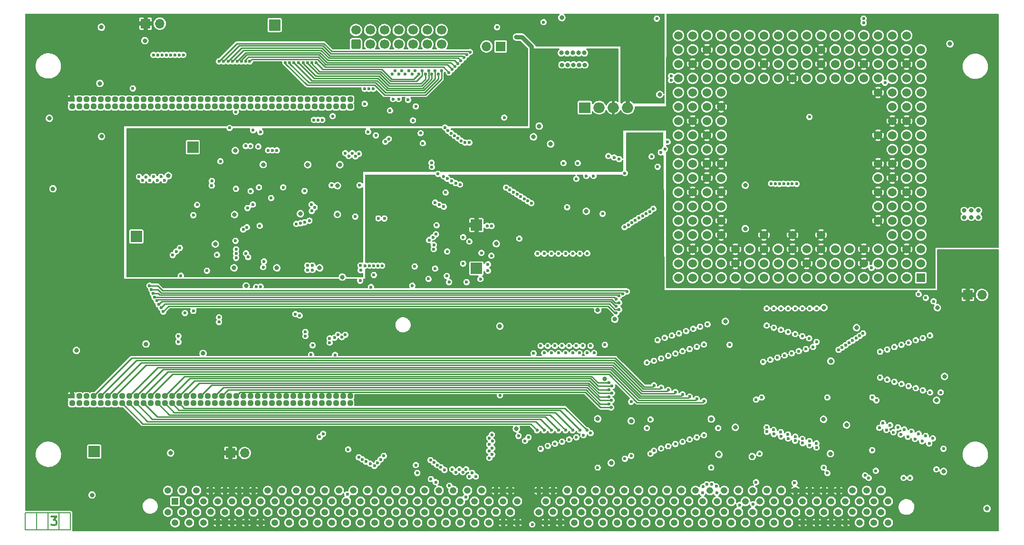
<source format=gbr>
G04 #@! TF.GenerationSoftware,KiCad,Pcbnew,(6.0.5-0)*
G04 #@! TF.CreationDate,2022-07-01T16:01:09+02:00*
G04 #@! TF.ProjectId,Z3660_v02,5a333636-305f-4763-9032-2e6b69636164,rev?*
G04 #@! TF.SameCoordinates,Original*
G04 #@! TF.FileFunction,Copper,L3,Inr*
G04 #@! TF.FilePolarity,Positive*
%FSLAX46Y46*%
G04 Gerber Fmt 4.6, Leading zero omitted, Abs format (unit mm)*
G04 Created by KiCad (PCBNEW (6.0.5-0)) date 2022-07-01 16:01:09*
%MOMM*%
%LPD*%
G01*
G04 APERTURE LIST*
G04 Aperture macros list*
%AMRoundRect*
0 Rectangle with rounded corners*
0 $1 Rounding radius*
0 $2 $3 $4 $5 $6 $7 $8 $9 X,Y pos of 4 corners*
0 Add a 4 corners polygon primitive as box body*
4,1,4,$2,$3,$4,$5,$6,$7,$8,$9,$2,$3,0*
0 Add four circle primitives for the rounded corners*
1,1,$1+$1,$2,$3*
1,1,$1+$1,$4,$5*
1,1,$1+$1,$6,$7*
1,1,$1+$1,$8,$9*
0 Add four rect primitives between the rounded corners*
20,1,$1+$1,$2,$3,$4,$5,0*
20,1,$1+$1,$4,$5,$6,$7,0*
20,1,$1+$1,$6,$7,$8,$9,0*
20,1,$1+$1,$8,$9,$2,$3,0*%
G04 Aperture macros list end*
G04 #@! TA.AperFunction,NonConductor*
%ADD10C,0.150000*%
G04 #@! TD*
%ADD11C,0.300000*%
G04 #@! TA.AperFunction,NonConductor*
%ADD12C,0.300000*%
G04 #@! TD*
G04 #@! TA.AperFunction,ComponentPad*
%ADD13R,1.700000X1.700000*%
G04 #@! TD*
G04 #@! TA.AperFunction,ComponentPad*
%ADD14O,1.700000X1.700000*%
G04 #@! TD*
G04 #@! TA.AperFunction,ComponentPad*
%ADD15RoundRect,0.250000X0.600000X-0.600000X0.600000X0.600000X-0.600000X0.600000X-0.600000X-0.600000X0*%
G04 #@! TD*
G04 #@! TA.AperFunction,ComponentPad*
%ADD16C,1.700000*%
G04 #@! TD*
G04 #@! TA.AperFunction,ComponentPad*
%ADD17R,2.000000X2.000000*%
G04 #@! TD*
G04 #@! TA.AperFunction,ComponentPad*
%ADD18R,2.000000X1.905000*%
G04 #@! TD*
G04 #@! TA.AperFunction,ComponentPad*
%ADD19O,2.000000X1.905000*%
G04 #@! TD*
G04 #@! TA.AperFunction,ComponentPad*
%ADD20R,1.524000X1.524000*%
G04 #@! TD*
G04 #@! TA.AperFunction,ComponentPad*
%ADD21C,1.524000*%
G04 #@! TD*
G04 #@! TA.AperFunction,ComponentPad*
%ADD22R,0.950000X0.950000*%
G04 #@! TD*
G04 #@! TA.AperFunction,ComponentPad*
%ADD23RoundRect,0.237500X-0.237500X0.237500X-0.237500X-0.237500X0.237500X-0.237500X0.237500X0.237500X0*%
G04 #@! TD*
G04 #@! TA.AperFunction,ComponentPad*
%ADD24R,1.200000X1.200000*%
G04 #@! TD*
G04 #@! TA.AperFunction,ComponentPad*
%ADD25O,1.200000X1.200000*%
G04 #@! TD*
G04 #@! TA.AperFunction,ViaPad*
%ADD26C,0.800000*%
G04 #@! TD*
G04 #@! TA.AperFunction,ViaPad*
%ADD27C,0.600000*%
G04 #@! TD*
G04 #@! TA.AperFunction,Conductor*
%ADD28C,0.800000*%
G04 #@! TD*
G04 #@! TA.AperFunction,Conductor*
%ADD29C,0.250000*%
G04 #@! TD*
G04 APERTURE END LIST*
D10*
X80576000Y-118999000D02*
X88576000Y-118999000D01*
X80576000Y-122047000D02*
X80576000Y-118999000D01*
X84582000Y-118999000D02*
X84582000Y-122047000D01*
X88576000Y-122047000D02*
X80576000Y-122047000D01*
X86582000Y-118999000D02*
X86582000Y-122047000D01*
X82582000Y-118999000D02*
X82582000Y-122047000D01*
X88576000Y-118999000D02*
X88576000Y-122047000D01*
D11*
D12*
X85156000Y-119701571D02*
X86084571Y-119701571D01*
X85584571Y-120273000D01*
X85798857Y-120273000D01*
X85941714Y-120344428D01*
X86013142Y-120415857D01*
X86084571Y-120558714D01*
X86084571Y-120915857D01*
X86013142Y-121058714D01*
X85941714Y-121130142D01*
X85798857Y-121201571D01*
X85370285Y-121201571D01*
X85227428Y-121130142D01*
X85156000Y-121058714D01*
D13*
X248412000Y-80137000D03*
D14*
X250952000Y-80137000D03*
D13*
X101981000Y-31750000D03*
D14*
X104521000Y-31750000D03*
D15*
X139446000Y-35433000D03*
D16*
X139446000Y-32893000D03*
X141986000Y-35433000D03*
X141986000Y-32893000D03*
X144526000Y-35433000D03*
X144526000Y-32893000D03*
X147066000Y-35433000D03*
X147066000Y-32893000D03*
X149606000Y-35433000D03*
X149606000Y-32893000D03*
X152146000Y-35433000D03*
X152146000Y-32893000D03*
X154686000Y-35433000D03*
X154686000Y-32893000D03*
D17*
X124968000Y-32004000D03*
X160909000Y-75411000D03*
X110388400Y-53797200D03*
X92837000Y-108077000D03*
X100330000Y-69723000D03*
D13*
X165227000Y-35814000D03*
D14*
X162687000Y-35814000D03*
D13*
X117094000Y-108331000D03*
D14*
X119634000Y-108331000D03*
D18*
X180213000Y-46736000D03*
D19*
X182753000Y-46736000D03*
X185293000Y-46736000D03*
X187833000Y-46736000D03*
D17*
X160909000Y-67691000D03*
D20*
X240055000Y-77050900D03*
D21*
X237515000Y-77050900D03*
X234975000Y-77050900D03*
X232435000Y-77050900D03*
X229895000Y-77050900D03*
X227355000Y-77050900D03*
X224815000Y-77050900D03*
X222275000Y-77050900D03*
X219735000Y-77050900D03*
X217195000Y-77050900D03*
X214655000Y-77050900D03*
X212115000Y-77050900D03*
X209575000Y-77050900D03*
X207035000Y-77050900D03*
X204495000Y-77050900D03*
X201955000Y-77050900D03*
X199415000Y-77050900D03*
X196875000Y-77050900D03*
X240055000Y-74510900D03*
X237515000Y-74510900D03*
X234975000Y-74510900D03*
X232435000Y-74510900D03*
X229895000Y-74510900D03*
X227355000Y-74510900D03*
X224815000Y-74510900D03*
X222275000Y-74510900D03*
X219735000Y-74510900D03*
X217195000Y-74510900D03*
X214655000Y-74510900D03*
X212115000Y-74510900D03*
X209575000Y-74510900D03*
X207035000Y-74510900D03*
X204495000Y-74510900D03*
X201955000Y-74510900D03*
X199415000Y-74510900D03*
X196875000Y-74510900D03*
X240055000Y-71970900D03*
X237515000Y-71970900D03*
X234975000Y-71970900D03*
X232435000Y-71970900D03*
X229895000Y-71970900D03*
X227355000Y-71970900D03*
X224815000Y-71970900D03*
X222275000Y-71970900D03*
X219735000Y-71970900D03*
X217195000Y-71970900D03*
X214655000Y-71970900D03*
X212115000Y-71970900D03*
X209575000Y-71970900D03*
X207035000Y-71970900D03*
X204495000Y-71970900D03*
X201955000Y-71970900D03*
X199415000Y-71970900D03*
X196875000Y-71970900D03*
X240055000Y-69430900D03*
X237515000Y-69430900D03*
X234975000Y-69430900D03*
X201955000Y-69430900D03*
X199415000Y-69430900D03*
X196875000Y-69430900D03*
X240055000Y-66890900D03*
X237515000Y-66890900D03*
X234975000Y-66890900D03*
X201955000Y-66890900D03*
X199415000Y-66890900D03*
X196875000Y-66890900D03*
X240055000Y-64350900D03*
X237515000Y-64350900D03*
X234975000Y-64350900D03*
X201955000Y-64350900D03*
X199415000Y-64350900D03*
X196875000Y-64350900D03*
X240055000Y-61810900D03*
X237515000Y-61810900D03*
X234975000Y-61810900D03*
X201955000Y-61810900D03*
X199415000Y-61810900D03*
X196875000Y-61810900D03*
X240055000Y-59270900D03*
X237515000Y-59270900D03*
X234975000Y-59270900D03*
X201955000Y-59270900D03*
X199415000Y-59270900D03*
X196875000Y-59270900D03*
X240055000Y-56730900D03*
X237515000Y-56730900D03*
X234975000Y-56730900D03*
X201955000Y-56730900D03*
X199415000Y-56730900D03*
X196875000Y-56730900D03*
X240055000Y-54190900D03*
X237515000Y-54190900D03*
X234975000Y-54190900D03*
X201955000Y-54190900D03*
X199415000Y-54190900D03*
X196875000Y-54190900D03*
X240055000Y-51650900D03*
X237515000Y-51650900D03*
X234975000Y-51650900D03*
X201955000Y-51650900D03*
X199415000Y-51650900D03*
X196875000Y-51650900D03*
X240055000Y-49110900D03*
X237515000Y-49110900D03*
X234975000Y-49110900D03*
X201955000Y-49110900D03*
X199415000Y-49110900D03*
X196875000Y-49110900D03*
X240055000Y-46570900D03*
X237515000Y-46570900D03*
X234975000Y-46570900D03*
X201955000Y-46570900D03*
X199415000Y-46570900D03*
X196875000Y-46570900D03*
X240055000Y-44030900D03*
X237515000Y-44030900D03*
X234975000Y-44030900D03*
X201955000Y-44030900D03*
X199415000Y-44030900D03*
X196875000Y-44030900D03*
X240055000Y-41490900D03*
X237515000Y-41490900D03*
X234975000Y-41490900D03*
X201955000Y-41490900D03*
X199415000Y-41490900D03*
X196875000Y-41490900D03*
X240055000Y-38950900D03*
X237515000Y-38950900D03*
X234975000Y-38950900D03*
X232435000Y-38950900D03*
X229895000Y-38950900D03*
X227355000Y-38950900D03*
X224815000Y-38950900D03*
X222275000Y-38950900D03*
X219735000Y-38950900D03*
X217195000Y-38950900D03*
X214655000Y-38950900D03*
X212115000Y-38950900D03*
X209575000Y-38950900D03*
X207035000Y-38950900D03*
X204495000Y-38950900D03*
X201955000Y-38950900D03*
X199415000Y-38950900D03*
X196875000Y-38950900D03*
X240055000Y-36410900D03*
X237515000Y-36410900D03*
X234975000Y-36410900D03*
X232435000Y-36410900D03*
X229895000Y-36410900D03*
X227355000Y-36410900D03*
X224815000Y-36410900D03*
X222275000Y-36410900D03*
X219735000Y-36410900D03*
X217195000Y-36410900D03*
X214655000Y-36410900D03*
X212115000Y-36410900D03*
X209575000Y-36410900D03*
X207035000Y-36410900D03*
X204495000Y-36410900D03*
X201955000Y-36410900D03*
X199415000Y-36410900D03*
X196875000Y-36410900D03*
X237515000Y-33870900D03*
X234975000Y-33870900D03*
X232435000Y-33870900D03*
X229895000Y-33870900D03*
X227355000Y-33870900D03*
X224815000Y-33870900D03*
X222275000Y-33870900D03*
X219735000Y-33870900D03*
X217195000Y-33870900D03*
X214655000Y-33870900D03*
X212115000Y-33870900D03*
X209575000Y-33870900D03*
X207035000Y-33870900D03*
X204495000Y-33870900D03*
X201955000Y-33870900D03*
X199415000Y-33870900D03*
X196875000Y-33870900D03*
X222275000Y-69430900D03*
X217195000Y-69430900D03*
X212115000Y-69430900D03*
X204495000Y-69430900D03*
X232435000Y-66890900D03*
X204495000Y-66890900D03*
X232435000Y-64350900D03*
X204495000Y-64350900D03*
X232435000Y-61810900D03*
X204495000Y-61810900D03*
X232435000Y-59270900D03*
X204495000Y-59270900D03*
X232435000Y-56730900D03*
X204495000Y-56730900D03*
X204495000Y-54190900D03*
X232435000Y-51650900D03*
X204495000Y-51650900D03*
X204495000Y-49110900D03*
X204495000Y-46570900D03*
X232435000Y-44030900D03*
X204495000Y-44030900D03*
X232435000Y-41490900D03*
X229895000Y-41490900D03*
X227355000Y-41490900D03*
X224815000Y-41490900D03*
X222275000Y-41490900D03*
X219735000Y-41490900D03*
X217195000Y-41490900D03*
X214655000Y-41490900D03*
X212115000Y-41490900D03*
X209575000Y-41490900D03*
X207035000Y-41490900D03*
X204495000Y-41490900D03*
D22*
X88883000Y-45256500D03*
D23*
X88883000Y-46526500D03*
X90153000Y-45256500D03*
X90153000Y-46526500D03*
X91423000Y-45256500D03*
X91423000Y-46526500D03*
X92693000Y-45256500D03*
X92693000Y-46526500D03*
X93963000Y-45256500D03*
X93963000Y-46526500D03*
X95233000Y-45256500D03*
X95233000Y-46526500D03*
X96503000Y-45256500D03*
X96503000Y-46526500D03*
X97773000Y-45256500D03*
X97773000Y-46526500D03*
X99043000Y-45256500D03*
X99043000Y-46526500D03*
X100313000Y-45256500D03*
X100313000Y-46526500D03*
X101583000Y-45256500D03*
X101583000Y-46526500D03*
X102853000Y-45256500D03*
X102853000Y-46526500D03*
X104123000Y-45256500D03*
X104123000Y-46526500D03*
X105393000Y-45256500D03*
X105393000Y-46526500D03*
X106663000Y-45256500D03*
X106663000Y-46526500D03*
X107933000Y-45256500D03*
X107933000Y-46526500D03*
X109203000Y-45256500D03*
X109203000Y-46526500D03*
X110473000Y-45256500D03*
X110473000Y-46526500D03*
X111743000Y-45256500D03*
X111743000Y-46526500D03*
X113013000Y-45256500D03*
X113013000Y-46526500D03*
X114283000Y-45256500D03*
X114283000Y-46526500D03*
X115553000Y-45256500D03*
X115553000Y-46526500D03*
X116823000Y-45256500D03*
X116823000Y-46526500D03*
X118093000Y-45256500D03*
X118093000Y-46526500D03*
X119363000Y-45256500D03*
X119363000Y-46526500D03*
X120633000Y-45256500D03*
X120633000Y-46526500D03*
X121903000Y-45256500D03*
X121903000Y-46526500D03*
X123173000Y-45256500D03*
X123173000Y-46526500D03*
X124443000Y-45256500D03*
X124443000Y-46526500D03*
X125713000Y-45256500D03*
X125713000Y-46526500D03*
X126983000Y-45256500D03*
X126983000Y-46526500D03*
X128253000Y-45256500D03*
X128253000Y-46526500D03*
X129523000Y-45256500D03*
X129523000Y-46526500D03*
X130793000Y-45256500D03*
X130793000Y-46526500D03*
X132063000Y-45256500D03*
X132063000Y-46526500D03*
X133333000Y-45256500D03*
X133333000Y-46526500D03*
X134603000Y-45256500D03*
X134603000Y-46526500D03*
X135873000Y-45256500D03*
X135873000Y-46526500D03*
X137143000Y-45256500D03*
X137143000Y-46526500D03*
X138413000Y-45256500D03*
X138413000Y-46526500D03*
D22*
X88883000Y-98193000D03*
D23*
X88883000Y-99463000D03*
X90153000Y-98193000D03*
X90153000Y-99463000D03*
X91423000Y-98193000D03*
X91423000Y-99463000D03*
X92693000Y-98193000D03*
X92693000Y-99463000D03*
X93963000Y-98193000D03*
X93963000Y-99463000D03*
X95233000Y-98193000D03*
X95233000Y-99463000D03*
X96503000Y-98193000D03*
X96503000Y-99463000D03*
X97773000Y-98193000D03*
X97773000Y-99463000D03*
X99043000Y-98193000D03*
X99043000Y-99463000D03*
X100313000Y-98193000D03*
X100313000Y-99463000D03*
X101583000Y-98193000D03*
X101583000Y-99463000D03*
X102853000Y-98193000D03*
X102853000Y-99463000D03*
X104123000Y-98193000D03*
X104123000Y-99463000D03*
X105393000Y-98193000D03*
X105393000Y-99463000D03*
X106663000Y-98193000D03*
X106663000Y-99463000D03*
X107933000Y-98193000D03*
X107933000Y-99463000D03*
X109203000Y-98193000D03*
X109203000Y-99463000D03*
X110473000Y-98193000D03*
X110473000Y-99463000D03*
X111743000Y-98193000D03*
X111743000Y-99463000D03*
X113013000Y-98193000D03*
X113013000Y-99463000D03*
X114283000Y-98193000D03*
X114283000Y-99463000D03*
X115553000Y-98193000D03*
X115553000Y-99463000D03*
X116823000Y-98193000D03*
X116823000Y-99463000D03*
X118093000Y-98193000D03*
X118093000Y-99463000D03*
X119363000Y-98193000D03*
X119363000Y-99463000D03*
X120633000Y-98193000D03*
X120633000Y-99463000D03*
X121903000Y-98193000D03*
X121903000Y-99463000D03*
X123173000Y-98193000D03*
X123173000Y-99463000D03*
X124443000Y-98193000D03*
X124443000Y-99463000D03*
X125713000Y-98193000D03*
X125713000Y-99463000D03*
X126983000Y-98193000D03*
X126983000Y-99463000D03*
X128253000Y-98193000D03*
X128253000Y-99463000D03*
X129523000Y-98193000D03*
X129523000Y-99463000D03*
X130793000Y-98193000D03*
X130793000Y-99463000D03*
X132063000Y-98193000D03*
X132063000Y-99463000D03*
X133333000Y-98193000D03*
X133333000Y-99463000D03*
X134603000Y-98193000D03*
X134603000Y-99463000D03*
X135873000Y-98193000D03*
X135873000Y-99463000D03*
X137143000Y-98193000D03*
X137143000Y-99463000D03*
X138413000Y-98193000D03*
X138413000Y-99463000D03*
D24*
X107239000Y-116954500D03*
D25*
X105964986Y-115024415D03*
X107234986Y-120739415D03*
X105964986Y-118859500D03*
X109774986Y-116954500D03*
X108504986Y-115024415D03*
X109774986Y-120739415D03*
X108504986Y-118859500D03*
X112314986Y-116929415D03*
X111044986Y-115024415D03*
X112314986Y-120739415D03*
X111044986Y-118859500D03*
X114854986Y-116954500D03*
X113584986Y-115024415D03*
X114854986Y-120739415D03*
X113584986Y-118834415D03*
X117394986Y-116954500D03*
X116124986Y-115024415D03*
X117394986Y-120739415D03*
X116124986Y-118859500D03*
X119934986Y-116954500D03*
X118664986Y-115024415D03*
X119934986Y-120739415D03*
X118664986Y-118859500D03*
X122474986Y-116954500D03*
X121204986Y-115024415D03*
X122474986Y-120739415D03*
X121204986Y-118834415D03*
X125014986Y-116954500D03*
X123744986Y-115024415D03*
X125014986Y-120739415D03*
X123744986Y-118859500D03*
X127554986Y-116954500D03*
X126284986Y-115024415D03*
X127554986Y-120739415D03*
X126284986Y-118834415D03*
X130094986Y-116954500D03*
X128824986Y-115024415D03*
X130094986Y-120739415D03*
X128824986Y-118859500D03*
X132634986Y-116929415D03*
X131364986Y-115024415D03*
X132634986Y-120739415D03*
X131364986Y-118834415D03*
X135174986Y-116954500D03*
X133904986Y-115024415D03*
X135174986Y-120739415D03*
X133904986Y-118859500D03*
X137714986Y-116929415D03*
X136444986Y-115024415D03*
X137714986Y-120739415D03*
X136444986Y-118859500D03*
X140254986Y-116954500D03*
X138984986Y-115024415D03*
X140254986Y-120739415D03*
X138984986Y-118859500D03*
X142794986Y-116954500D03*
X141524986Y-115024415D03*
X142794986Y-120739415D03*
X141524986Y-118834415D03*
X145334986Y-116954500D03*
X144064986Y-115024415D03*
X145334986Y-120739415D03*
X144064986Y-118859500D03*
X147874986Y-116954500D03*
X146604986Y-115024415D03*
X147874986Y-120739415D03*
X146604986Y-118859500D03*
X150414986Y-116954500D03*
X149144986Y-115024415D03*
X150414986Y-120739415D03*
X149144986Y-118834415D03*
X152954986Y-116954500D03*
X151684986Y-115024415D03*
X152954986Y-120739415D03*
X151684986Y-118859500D03*
X155494986Y-116954500D03*
X154224986Y-115024415D03*
X155494986Y-120739415D03*
X154224986Y-118834415D03*
X158034986Y-116954500D03*
X156764986Y-115024415D03*
X158034986Y-120739415D03*
X156764986Y-118859500D03*
X160574986Y-116954500D03*
X159304986Y-115024415D03*
X160574986Y-120739415D03*
X159304986Y-118834415D03*
X163114986Y-116954500D03*
X161844986Y-115024415D03*
X163114986Y-120739415D03*
X161844986Y-118859500D03*
X165654986Y-116954500D03*
X164384986Y-115024415D03*
X165654986Y-120739415D03*
X164384986Y-118834415D03*
X168194986Y-116929415D03*
X166924986Y-115024415D03*
X168194986Y-120739415D03*
X166924986Y-118859500D03*
X173274986Y-116929415D03*
X172004986Y-115024415D03*
X173274986Y-120739415D03*
X172004986Y-118859500D03*
X175814986Y-116929415D03*
X174544986Y-115024415D03*
X175814986Y-120739415D03*
X174544986Y-118834415D03*
X178354986Y-116929415D03*
X177084986Y-115024415D03*
X178354986Y-120739415D03*
X177084986Y-118859500D03*
X180894986Y-116954500D03*
X179624986Y-115024415D03*
X180894986Y-120739415D03*
X179624986Y-118859500D03*
X183434986Y-116954500D03*
X182164986Y-115024415D03*
X183434986Y-120739415D03*
X182164986Y-118834415D03*
X185974986Y-116929415D03*
X184704986Y-115024415D03*
X185974986Y-120739415D03*
X184704986Y-118859500D03*
X188514986Y-116954500D03*
X187244986Y-115024415D03*
X188514986Y-120739415D03*
X187244986Y-118859500D03*
X191054986Y-116929415D03*
X189784986Y-115024415D03*
X191054986Y-120739415D03*
X189784986Y-118859500D03*
X193594986Y-116929415D03*
X192324986Y-115024415D03*
X193594986Y-120739415D03*
X192324986Y-118834415D03*
X196134986Y-116929415D03*
X194864986Y-115024415D03*
X196134986Y-120739415D03*
X194864986Y-118859500D03*
X198674986Y-116954500D03*
X197404986Y-115024415D03*
X198674986Y-120739415D03*
X197404986Y-118859500D03*
X201219000Y-116954500D03*
X199944986Y-115024415D03*
X201214986Y-120739415D03*
X199944986Y-118859500D03*
X203754986Y-116929415D03*
X202484986Y-115024415D03*
X203754986Y-120739415D03*
X202484986Y-118859500D03*
X206294986Y-116954500D03*
X205024986Y-115024415D03*
X206294986Y-120739415D03*
X205024986Y-118834415D03*
X208834986Y-116954500D03*
X207564986Y-115024415D03*
X208834986Y-120739415D03*
X207564986Y-118859500D03*
X211379000Y-116954500D03*
X210104986Y-115024415D03*
X211374986Y-120739415D03*
X210104986Y-118859500D03*
X213919000Y-116954500D03*
X212644986Y-115024415D03*
X213914986Y-120739415D03*
X212644986Y-118859500D03*
X216454986Y-116954500D03*
X215184986Y-115024415D03*
X216454986Y-120739415D03*
X215184986Y-118859500D03*
X218994986Y-116954500D03*
X217724986Y-115024415D03*
X218994986Y-120739415D03*
X217724986Y-118859500D03*
X221534986Y-116954500D03*
X220264986Y-115024415D03*
X221534986Y-120739415D03*
X220264986Y-118859500D03*
X224074986Y-116954500D03*
X222804986Y-115024415D03*
X224074986Y-120739415D03*
X222804986Y-118859500D03*
X226614986Y-116954500D03*
X225344986Y-115024415D03*
X226614986Y-120739415D03*
X225344986Y-118859500D03*
X229154986Y-116954500D03*
X227884986Y-115024415D03*
X229154986Y-120739415D03*
X227884986Y-118834415D03*
X231694986Y-116954500D03*
X230424986Y-115024415D03*
X231694986Y-120739415D03*
X230424986Y-118834415D03*
X234234986Y-116954500D03*
X232964986Y-115024415D03*
X234234986Y-120739415D03*
X232964986Y-118859500D03*
D26*
X176107477Y-30690810D03*
X132969000Y-75311000D03*
X178077293Y-36969500D03*
X136573565Y-56926435D03*
X92440000Y-115824000D03*
X94132400Y-51866800D03*
X136144000Y-60666500D03*
X247777000Y-66294000D03*
X222718500Y-102322500D03*
X185547000Y-84455000D03*
X223949446Y-108458000D03*
X93853000Y-42418000D03*
X226822000Y-103335923D03*
X224028000Y-91948000D03*
X180467000Y-65217412D03*
X205232000Y-84872239D03*
X117729000Y-75311000D03*
X193548000Y-44392911D03*
X89662000Y-90043000D03*
X165074063Y-85699063D03*
X102057200Y-88900000D03*
X204089000Y-108585000D03*
X130849500Y-56903872D03*
X177165000Y-39116000D03*
X188468000Y-102616000D03*
X183769000Y-95123000D03*
X125349000Y-75311000D03*
X179197000Y-39116000D03*
X168021000Y-104013000D03*
X210018500Y-108966000D03*
X250316950Y-65087500D03*
X222779925Y-82401075D03*
X176149000Y-39116000D03*
X182499000Y-102235000D03*
X249047000Y-66294000D03*
X136144000Y-65786000D03*
X244260500Y-94682354D03*
X242990500Y-82423000D03*
X228600000Y-85979000D03*
X202731500Y-102274500D03*
X176020094Y-36969500D03*
X180144300Y-36969500D03*
X114395033Y-71059471D03*
X208788000Y-68326000D03*
X249047000Y-65087500D03*
X179122299Y-36969500D03*
X171069000Y-51943000D03*
X112217200Y-90576400D03*
X84836000Y-48641000D03*
X117950000Y-54400000D03*
X106426000Y-108331000D03*
X182512378Y-82832910D03*
X137033000Y-76962000D03*
X122936000Y-56896000D03*
X106019600Y-58877200D03*
X250317000Y-66294000D03*
X208788000Y-60579000D03*
X180213000Y-39116000D03*
X244094000Y-111633000D03*
X174117000Y-53213000D03*
X117823556Y-65818444D03*
X207010000Y-103759000D03*
X251841000Y-118237000D03*
X85482300Y-61214000D03*
X119888000Y-78552412D03*
X94107000Y-32385000D03*
X129540000Y-65659000D03*
X247777008Y-65087500D03*
X242863500Y-98933000D03*
X184912000Y-110109000D03*
X101854000Y-34798000D03*
X178181000Y-39116000D03*
X164426398Y-70993000D03*
X177068242Y-36969500D03*
X245237011Y-35352800D03*
X180961720Y-30690810D03*
X181991000Y-30690810D03*
X184023000Y-30690810D03*
X84963000Y-115824000D03*
X188976000Y-52578000D03*
X228727000Y-83947000D03*
X207065619Y-99248559D03*
X188026805Y-52580194D03*
X183007000Y-30690810D03*
X185039000Y-30690810D03*
X189864951Y-52578491D03*
X189865000Y-51689000D03*
X179958443Y-30690810D03*
X208661000Y-83185000D03*
X188067505Y-30690810D03*
X188468000Y-100635003D03*
X168656000Y-99187000D03*
X189083505Y-30690810D03*
X188468000Y-83992428D03*
X164409960Y-68953928D03*
X249046999Y-76962000D03*
X167513000Y-83185000D03*
X250380503Y-76961998D03*
X96771200Y-58115200D03*
X177907505Y-30690810D03*
X247650001Y-76962000D03*
X243586000Y-118236998D03*
X210018500Y-102108000D03*
X186054443Y-30690810D03*
X172085000Y-50038000D03*
X90043000Y-32385000D03*
X98171000Y-108331000D03*
X190753951Y-52578491D03*
X230163500Y-102489000D03*
X188976049Y-51688509D03*
X187070443Y-30690810D03*
X226822000Y-99187000D03*
X191121720Y-30690810D03*
X190099505Y-30690810D03*
X188023016Y-51688514D03*
X178929720Y-30690810D03*
X190754000Y-51689000D03*
D27*
X221458418Y-106603566D03*
X241548011Y-106627529D03*
X229743000Y-86995000D03*
X241681000Y-87376000D03*
X221488000Y-82550000D03*
X220206990Y-106204055D03*
X240284000Y-106232500D03*
X220261022Y-82550000D03*
X229142363Y-87443318D03*
X240411000Y-87823500D03*
X218948000Y-105804544D03*
X239014000Y-105832989D03*
X238125000Y-112776000D03*
X239141000Y-88223011D03*
X218948000Y-82550000D03*
X228522450Y-87864581D03*
X237744000Y-105433478D03*
X236982000Y-112776000D03*
X217678001Y-105405033D03*
X227886238Y-88260799D03*
X217678000Y-82550000D03*
X237871000Y-88646000D03*
X216385250Y-105005522D03*
X236474000Y-105033967D03*
X227250503Y-88657783D03*
X236601000Y-89027000D03*
X216408000Y-82550000D03*
X235178767Y-104634456D03*
X215106518Y-104606011D03*
X226652239Y-89109262D03*
X215138000Y-82550000D03*
X235331000Y-89421544D03*
X213836518Y-104206500D03*
X233934000Y-104234945D03*
X226026675Y-89522086D03*
X234061000Y-89871533D03*
X213868000Y-82550000D03*
X232664000Y-103835434D03*
X212598000Y-103759000D03*
X232791000Y-90271044D03*
X217550996Y-113665000D03*
X225399608Y-89932624D03*
X212598000Y-82550000D03*
X192517741Y-91881500D03*
X202819000Y-113919000D03*
X172974000Y-90490500D03*
X193802000Y-91458638D03*
X203618934Y-114264418D03*
X174244000Y-90490500D03*
X203708000Y-115443000D03*
X175524509Y-90490500D03*
X195072000Y-90980001D03*
X196342000Y-90580490D03*
X176784000Y-90490500D03*
X197612000Y-90180978D03*
X178054000Y-90490500D03*
X201168000Y-115443000D03*
X198882000Y-89781467D03*
X179252100Y-90490500D03*
X201295000Y-114300000D03*
X180594000Y-90490500D03*
X200154807Y-89381955D03*
X207772000Y-117602000D03*
X201937693Y-113914384D03*
X201422000Y-88982446D03*
X210185000Y-117475000D03*
X181850245Y-90490500D03*
X163161681Y-107962001D03*
X153543000Y-75438000D03*
X108980259Y-83378500D03*
X144107107Y-74930000D03*
X152367935Y-77276500D03*
X163195000Y-109220000D03*
X131582123Y-65157003D03*
X155067000Y-64389000D03*
X163703000Y-108591001D03*
X153691978Y-69320022D03*
X119372307Y-68457616D03*
X132087504Y-64524684D03*
X154305000Y-64068500D03*
X131549328Y-64003034D03*
X153543000Y-63668989D03*
X108250300Y-76708000D03*
X153288010Y-71968978D03*
X170840400Y-121072989D03*
X156025074Y-77851000D03*
X143357604Y-74930000D03*
X152480477Y-70368336D03*
X107442000Y-72390000D03*
X117983000Y-70485000D03*
X153316001Y-71219998D03*
X153162000Y-69850000D03*
X108077000Y-71755000D03*
X149913814Y-75057000D03*
X110490000Y-82991500D03*
X149479000Y-78486000D03*
X142608102Y-74929997D03*
X142621000Y-76581000D03*
X138049000Y-107696000D03*
X141858600Y-74930200D03*
X142113000Y-78740000D03*
X131699000Y-75692000D03*
X131732423Y-89110889D03*
X130816001Y-75692000D03*
X141109200Y-74917800D03*
X143002000Y-51689000D03*
X116934082Y-50358372D03*
X110490000Y-65913000D03*
X121130533Y-50772533D03*
X202705324Y-110931500D03*
X222758000Y-110931500D03*
X182499000Y-110931500D03*
X139319000Y-66167000D03*
X242824000Y-111252000D03*
X192104631Y-55457011D03*
X178689000Y-59439964D03*
X120142000Y-64643000D03*
X210693000Y-98814578D03*
X191897000Y-108458000D03*
X232156000Y-98933000D03*
X170180000Y-105537000D03*
X159645001Y-70612000D03*
X191897000Y-102362000D03*
X120015000Y-68072000D03*
X135128000Y-60579000D03*
X141605000Y-51054000D03*
X115061038Y-84141462D03*
X121661573Y-78715912D03*
X141746259Y-43373500D03*
X143454260Y-66494222D03*
X193167000Y-57277000D03*
X193738743Y-54725360D03*
X144526000Y-66506011D03*
X142506714Y-43373500D03*
X141001764Y-46044751D03*
X164592000Y-32385000D03*
X106807000Y-73025000D03*
X114694544Y-72992514D03*
X147066000Y-45212000D03*
X229870000Y-30861000D03*
X122457691Y-78672855D03*
X115062000Y-84963000D03*
X146050000Y-45212000D03*
X133448341Y-48924500D03*
X171069000Y-90551000D03*
X183769000Y-89027000D03*
X118110000Y-73533000D03*
X162941000Y-74676000D03*
X211709000Y-98415067D03*
X223393000Y-98415067D03*
X121091500Y-64008000D03*
X180467000Y-58928000D03*
X188468000Y-99187000D03*
X158533205Y-74549000D03*
X119865537Y-72733066D03*
X161617270Y-77289270D03*
X120245311Y-73379228D03*
X169545000Y-106172000D03*
X188468000Y-108839000D03*
X203962000Y-103886000D03*
X191262000Y-103886000D03*
X205994000Y-89027000D03*
X181737000Y-58928000D03*
X191262000Y-92202000D03*
X124333000Y-62851458D03*
X232029000Y-111506000D03*
X122936000Y-75184000D03*
X163662282Y-105069718D03*
X155625564Y-76750925D03*
X243586000Y-97536000D03*
X231427843Y-98415067D03*
X168402000Y-105283000D03*
X159131000Y-77851000D03*
X244094000Y-107569000D03*
X231394000Y-107823000D03*
X123063000Y-74168000D03*
X161798000Y-72644000D03*
X168529000Y-70104000D03*
X183388000Y-65659000D03*
X118088801Y-72749801D03*
X131699000Y-74872217D03*
X145505340Y-47257806D03*
X148717000Y-45339000D03*
X128651000Y-83566000D03*
X107823000Y-87503000D03*
X140291846Y-75725380D03*
X134747000Y-88649630D03*
X150114000Y-46514383D03*
X140258491Y-74879559D03*
X149606000Y-49022000D03*
X131949335Y-48924500D03*
X132698838Y-48924500D03*
X115299110Y-56302521D03*
X118050000Y-47500000D03*
X137541000Y-54864000D03*
X138176000Y-55372000D03*
X194945000Y-52835000D03*
X138804999Y-54864000D03*
X184404000Y-55372000D03*
X139361635Y-55416806D03*
X186309000Y-55908484D03*
X185420000Y-55626000D03*
X139967806Y-54976002D03*
X131152835Y-66906274D03*
X163568056Y-73152000D03*
X162941000Y-75819000D03*
X130302000Y-67183000D03*
X163702999Y-107442001D03*
X153797000Y-67714405D03*
X129569621Y-67342293D03*
X210693000Y-113538000D03*
X126492000Y-60960000D03*
X155422767Y-61872478D03*
X152960089Y-57317652D03*
X123808572Y-54356120D03*
X230124000Y-112316396D03*
X163724978Y-106238500D03*
X230759000Y-112776000D03*
X124558055Y-54350654D03*
X152905053Y-56570175D03*
X163193087Y-106813000D03*
X125349000Y-54356000D03*
X178943000Y-56642000D03*
X128833330Y-67482397D03*
X165100000Y-98044000D03*
X187325000Y-109347000D03*
X158533204Y-69850000D03*
X163195000Y-105663999D03*
X155702000Y-72390000D03*
X118110240Y-72000605D03*
X223410217Y-111904217D03*
X229880195Y-31623000D03*
X135300000Y-48260000D03*
X134747000Y-87900127D03*
X107823000Y-88519000D03*
X137922000Y-115697000D03*
X129413000Y-83820000D03*
X220218000Y-48387000D03*
X111154848Y-64068500D03*
X187325000Y-58420000D03*
D26*
X209296000Y-44069000D03*
X124655989Y-56952056D03*
X250316942Y-53213000D03*
X125222000Y-65659000D03*
X117348001Y-57274169D03*
X195199000Y-69469000D03*
X122428000Y-65659000D03*
X132443531Y-65763273D03*
X117094000Y-76454000D03*
X246877000Y-30984000D03*
X99060000Y-53213000D03*
X121243730Y-74274158D03*
X168021000Y-34163000D03*
X129540000Y-75311000D03*
X99060000Y-56134000D03*
X132461000Y-57023000D03*
X137033000Y-75819000D03*
X113908746Y-63568989D03*
X101600000Y-76454000D03*
X249046950Y-53213000D03*
X211328000Y-47244000D03*
X126448500Y-57097235D03*
X247777000Y-53213000D03*
D27*
X160792914Y-112522000D03*
X155212727Y-111360273D03*
X160147000Y-111887000D03*
X154559000Y-110871000D03*
X159643913Y-112515559D03*
X159004000Y-116205000D03*
X153913998Y-110489259D03*
X156083000Y-114173000D03*
X159064500Y-111252000D03*
X153332170Y-110016785D03*
X153670000Y-113538000D03*
X158490000Y-111760000D03*
X152724946Y-109577430D03*
X144399000Y-108839000D03*
X143830500Y-109474000D03*
X143277978Y-110087022D03*
X142748000Y-110617000D03*
X140596693Y-109478616D03*
X136210500Y-87227022D03*
X135636000Y-87757000D03*
X139954000Y-109093000D03*
X141986000Y-110236000D03*
X137560471Y-87231642D03*
X141239386Y-109864232D03*
X136922503Y-87653479D03*
X152781000Y-112963500D03*
X157861000Y-111252000D03*
X157226000Y-111760000D03*
X150368000Y-111887000D03*
X150114000Y-110490000D03*
X156591000Y-111252000D03*
X122428000Y-51100000D03*
X120650000Y-53594000D03*
X119811822Y-53575712D03*
X180648019Y-72720434D03*
X155720462Y-59403996D03*
X156464000Y-59815866D03*
X179324000Y-72771000D03*
X157226000Y-60215377D03*
X178054000Y-72771000D03*
X176784000Y-72771000D03*
X157988000Y-60452000D03*
X155063807Y-59016844D03*
X175514000Y-72771000D03*
X174244000Y-72771000D03*
X154051000Y-58547000D03*
X172974000Y-72771000D03*
X162814000Y-67818000D03*
X133604000Y-104902000D03*
X132965902Y-105476500D03*
X163601233Y-67843233D03*
X171770500Y-72771000D03*
X221488000Y-88519000D03*
X180594000Y-104267000D03*
X193167000Y-88188566D03*
X221489556Y-107352422D03*
X181229000Y-89214500D03*
X179838001Y-89214500D03*
X220157500Y-87884000D03*
X179324000Y-104267000D03*
X220219426Y-106953454D03*
X194437000Y-87789055D03*
X195707000Y-87389544D03*
X178054000Y-104267000D03*
X178689000Y-89214500D03*
X218948000Y-87503000D03*
X218989844Y-106552877D03*
X196977000Y-86990033D03*
X176784000Y-104267000D03*
X177419000Y-89214500D03*
X217678000Y-87122000D03*
X217678000Y-106154535D03*
X175514000Y-104267000D03*
X216410936Y-105754585D03*
X176149000Y-89214500D03*
X198247000Y-86590522D03*
X216408000Y-86741000D03*
X174244000Y-104267000D03*
X215156184Y-105368811D03*
X215139967Y-86360000D03*
X199517000Y-86191011D03*
X174879000Y-89214500D03*
X173610300Y-89214500D03*
X213886184Y-104969300D03*
X200737915Y-85791500D03*
X172974000Y-104267000D03*
X213868000Y-85979000D03*
X212629482Y-104539985D03*
X202052305Y-85371750D03*
X171704000Y-104267000D03*
X172339000Y-89214500D03*
X212598000Y-85598000D03*
X201422000Y-105156000D03*
X181229000Y-104775000D03*
X211963000Y-92075000D03*
X184912000Y-100203000D03*
X184517440Y-99565759D03*
X213233000Y-91694000D03*
X200152000Y-105537000D03*
X179959000Y-105156000D03*
X178689000Y-105537000D03*
X214503000Y-91313000D03*
X184970834Y-98933000D03*
X198882010Y-105924001D03*
X215773000Y-90932000D03*
X184531000Y-98298000D03*
X177419000Y-105918000D03*
X197612000Y-106323512D03*
X217043000Y-90551000D03*
X185039000Y-97663000D03*
X176149000Y-106299000D03*
X196342000Y-106723023D03*
X174879000Y-106680000D03*
X218313000Y-90170000D03*
X195072000Y-107122534D03*
X184531000Y-97028000D03*
X185039000Y-96393000D03*
X219583000Y-89789000D03*
X193802000Y-107522045D03*
X173609000Y-107061000D03*
X184509022Y-95818500D03*
X192532020Y-107921556D03*
X172339000Y-107569000D03*
X220853000Y-89408000D03*
X201422000Y-99071162D03*
X242189000Y-105711010D03*
X242316000Y-81280000D03*
X241681000Y-97536000D03*
X200152000Y-98679000D03*
X240919000Y-105283000D03*
X240919000Y-80645000D03*
X240411000Y-97155000D03*
X239649000Y-104902000D03*
X198882000Y-98272131D03*
X239141000Y-96774000D03*
X239649000Y-80010000D03*
X197612000Y-97872620D03*
X237871000Y-96393000D03*
X238369000Y-104521000D03*
X196342000Y-97473109D03*
X236601000Y-96012000D03*
X237115001Y-104140000D03*
X235331000Y-95631000D03*
X235966000Y-103759000D03*
X195072000Y-97073598D03*
X234569000Y-103378000D03*
X193802000Y-96674087D03*
X234061000Y-95250000D03*
X233299000Y-102997000D03*
X192532000Y-96274578D03*
X232791000Y-94869000D03*
X151360521Y-53086000D03*
X131445000Y-90805000D03*
X122053559Y-53664729D03*
X135726861Y-90833842D03*
X140208000Y-77597000D03*
X211328000Y-108458000D03*
X149987000Y-40132000D03*
X166197743Y-60994277D03*
X194463733Y-54128733D03*
X103378000Y-37338000D03*
X186944000Y-79924166D03*
X103013327Y-79152814D03*
X101463600Y-59708800D03*
X104164889Y-37363578D03*
X149472999Y-40767000D03*
X166840159Y-61393788D03*
X102073200Y-59099200D03*
X186307183Y-80323677D03*
X103288422Y-79850006D03*
X104913941Y-37337586D03*
X167487216Y-61793299D03*
X148832012Y-40137986D03*
X103566943Y-80545836D03*
X185798355Y-80873994D03*
X102733600Y-59708800D03*
X148225149Y-40756616D03*
X168127846Y-62192810D03*
X105688249Y-37352395D03*
X103978843Y-81172009D03*
X103394000Y-59048400D03*
X186309000Y-81534000D03*
X106437609Y-37337802D03*
X147574000Y-40132000D03*
X168768427Y-62592321D03*
X185801000Y-82169000D03*
X104054400Y-59708800D03*
X104318466Y-81840149D03*
X169411234Y-62987682D03*
X107188000Y-37338000D03*
X147065764Y-40761235D03*
X104755453Y-82449080D03*
X104714800Y-59048400D03*
X186313616Y-82743500D03*
X231267000Y-75311000D03*
X170043238Y-63390577D03*
X107950000Y-37338000D03*
X146424999Y-40132000D03*
X185800837Y-83318001D03*
X105324400Y-59708800D03*
X105127482Y-83099732D03*
X145910998Y-40767000D03*
X108712000Y-37338000D03*
X170679278Y-63787070D03*
X191770000Y-65278000D03*
X159766000Y-36830000D03*
X115062000Y-38481000D03*
X115862103Y-38493363D03*
X191127307Y-65663616D03*
X159165754Y-37278842D03*
X116703920Y-38477681D03*
X190482557Y-66045781D03*
X158650161Y-37822825D03*
X189809845Y-66421000D03*
X158117872Y-38350483D03*
X117475000Y-38481000D03*
X189183517Y-66832665D03*
X157588268Y-38880836D03*
X118268593Y-38481000D03*
X119036730Y-38481000D03*
X188546219Y-67227133D03*
X157058229Y-39410754D03*
X119786232Y-38480782D03*
X156528261Y-39940742D03*
X187940557Y-67668638D03*
X120535734Y-38481004D03*
X187289332Y-68039664D03*
X155993801Y-40466201D03*
X113792000Y-59817000D03*
X122301000Y-67818000D03*
X150961011Y-51274211D03*
X165862000Y-48514000D03*
X176403000Y-56642000D03*
X140081000Y-60579000D03*
X172847000Y-31496000D03*
X193040000Y-30861000D03*
X130429000Y-86728985D03*
X99695000Y-43307000D03*
X140984257Y-43373500D03*
X102671110Y-78486000D03*
X187706000Y-79525478D03*
X100803200Y-59048400D03*
X213385561Y-60285390D03*
X126873000Y-38735000D03*
X154686000Y-40132000D03*
X159643368Y-52959003D03*
X158893906Y-52966792D03*
X154111500Y-40767000D03*
X127635000Y-38735000D03*
X214134630Y-60310875D03*
X153543000Y-40132000D03*
X214884000Y-60325000D03*
X128397000Y-38735000D03*
X158213231Y-52653048D03*
X157618407Y-52197045D03*
X215646000Y-60299767D03*
X129221787Y-38732739D03*
X152962499Y-40767000D03*
X130048000Y-38735000D03*
X152400000Y-40132000D03*
X157012094Y-51756434D03*
X216395703Y-60325421D03*
X217144767Y-60299767D03*
X156420151Y-51296697D03*
X151813498Y-40761262D03*
X130810000Y-38735000D03*
X151257000Y-40132000D03*
X131572000Y-38735000D03*
X217932000Y-60325000D03*
X155826532Y-50839128D03*
X150622000Y-40767000D03*
X155310466Y-50295572D03*
X132334000Y-38735000D03*
X177054411Y-64499589D03*
X192405000Y-64773479D03*
X130810000Y-74872217D03*
X112903000Y-75819000D03*
X130429000Y-87478488D03*
X113760239Y-60639500D03*
X144675601Y-52815505D03*
X233680000Y-42291000D03*
X195579508Y-41836897D03*
X195588072Y-41087444D03*
X145288000Y-52324000D03*
X118077769Y-61214000D03*
X120688267Y-61633267D03*
X122174000Y-60960000D03*
X130302000Y-61595000D03*
D28*
X169037000Y-34163000D02*
X168021000Y-34163000D01*
X170738800Y-36703000D02*
X170738800Y-35864800D01*
X170738800Y-35864800D02*
X169037000Y-34163000D01*
D29*
X176643441Y-100316441D02*
X180594000Y-104267000D01*
X108786441Y-100316441D02*
X176643441Y-100316441D01*
X107933000Y-99463000D02*
X108786441Y-100316441D01*
X106663000Y-99463000D02*
X107915959Y-100715959D01*
X175772959Y-100715959D02*
X179324000Y-104267000D01*
X107915959Y-100715959D02*
X175772959Y-100715959D01*
X174902476Y-101115476D02*
X178054000Y-104267000D01*
X107045476Y-101115476D02*
X174902476Y-101115476D01*
X105393000Y-99463000D02*
X107045476Y-101115476D01*
X104123000Y-99463000D02*
X106174987Y-101514987D01*
X106174987Y-101514987D02*
X174031987Y-101514987D01*
X174031987Y-101514987D02*
X176784000Y-104267000D01*
X173161498Y-101914498D02*
X175514000Y-104267000D01*
X104034498Y-101914498D02*
X173161498Y-101914498D01*
X101583000Y-99463000D02*
X104034498Y-101914498D01*
X103174978Y-102324978D02*
X172301978Y-102324978D01*
X172301978Y-102324978D02*
X174244000Y-104267000D01*
X100313000Y-99463000D02*
X103174978Y-102324978D01*
X99043000Y-99463000D02*
X102304489Y-102724489D01*
X102304489Y-102724489D02*
X171431489Y-102724489D01*
X171431489Y-102724489D02*
X172974000Y-104267000D01*
X101434000Y-103124000D02*
X170561000Y-103124000D01*
X97773000Y-99463000D02*
X101434000Y-103124000D01*
X170561000Y-103124000D02*
X171704000Y-104267000D01*
X118093000Y-98193000D02*
X118842520Y-97443480D01*
X118842520Y-97443480D02*
X180247480Y-97443480D01*
X180247480Y-97443480D02*
X183007000Y-100203000D01*
X183007000Y-100203000D02*
X184912000Y-100203000D01*
X180411776Y-97042783D02*
X182934752Y-99565759D01*
X116703217Y-97042783D02*
X180411776Y-97042783D01*
X115553000Y-98193000D02*
X116703217Y-97042783D01*
X182934752Y-99565759D02*
X184517440Y-99565759D01*
X114283000Y-98193000D02*
X115832728Y-96643272D01*
X180577258Y-96643272D02*
X182866986Y-98933000D01*
X182866986Y-98933000D02*
X184970834Y-98933000D01*
X115832728Y-96643272D02*
X180577258Y-96643272D01*
X180742740Y-96243761D02*
X182796979Y-98298000D01*
X113692239Y-96243761D02*
X180742740Y-96243761D01*
X111743000Y-98193000D02*
X113692239Y-96243761D01*
X182796979Y-98298000D02*
X184531000Y-98298000D01*
X111551750Y-95844250D02*
X180908222Y-95844250D01*
X109203000Y-98193000D02*
X111551750Y-95844250D01*
X180908222Y-95844250D02*
X182726972Y-97663000D01*
X182726972Y-97663000D02*
X185039000Y-97663000D01*
X110681261Y-95444739D02*
X181073709Y-95444739D01*
X182656970Y-97028000D02*
X184531000Y-97028000D01*
X181073709Y-95444739D02*
X182656970Y-97028000D01*
X107933000Y-98193000D02*
X110681261Y-95444739D01*
X181239192Y-95045228D02*
X182586964Y-96393000D01*
X106663000Y-98193000D02*
X109810772Y-95045228D01*
X109810772Y-95045228D02*
X181239192Y-95045228D01*
X182586964Y-96393000D02*
X185039000Y-96393000D01*
X105393000Y-98193000D02*
X108940283Y-94645717D01*
X182584200Y-95818500D02*
X184509022Y-95818500D01*
X181411417Y-94645717D02*
X182584200Y-95818500D01*
X108940283Y-94645717D02*
X181411417Y-94645717D01*
X102853000Y-98193000D02*
X106799794Y-94246206D01*
X184472785Y-94246206D02*
X189543152Y-99316573D01*
X201176589Y-99316573D02*
X201422000Y-99071162D01*
X106799794Y-94246206D02*
X184472785Y-94246206D01*
X189543152Y-99316573D02*
X201176589Y-99316573D01*
X189726124Y-98917063D02*
X199913937Y-98917063D01*
X199913937Y-98917063D02*
X200152000Y-98679000D01*
X184655756Y-93846695D02*
X189726124Y-98917063D01*
X101583000Y-98193000D02*
X105929305Y-93846695D01*
X105929305Y-93846695D02*
X184655756Y-93846695D01*
X105058816Y-93447184D02*
X184856148Y-93447184D01*
X100313000Y-98193000D02*
X105058816Y-93447184D01*
X189926516Y-98517552D02*
X198636579Y-98517552D01*
X184856148Y-93447184D02*
X189926516Y-98517552D01*
X198636579Y-98517552D02*
X198882000Y-98272131D01*
X185021702Y-93047673D02*
X190092073Y-98118044D01*
X104188327Y-93047673D02*
X185021702Y-93047673D01*
X190092073Y-98118044D02*
X197366576Y-98118044D01*
X99043000Y-98193000D02*
X104188327Y-93047673D01*
X197366576Y-98118044D02*
X197612000Y-97872620D01*
X102057463Y-92638537D02*
X185177559Y-92638537D01*
X190257555Y-97718533D02*
X196096576Y-97718533D01*
X96503000Y-98193000D02*
X102057463Y-92638537D01*
X185177559Y-92638537D02*
X190257555Y-97718533D01*
X196096576Y-97718533D02*
X196342000Y-97473109D01*
X95233000Y-98193000D02*
X101186974Y-92239026D01*
X190423037Y-97319022D02*
X194826576Y-97319022D01*
X101186974Y-92239026D02*
X185343038Y-92239026D01*
X194826576Y-97319022D02*
X195072000Y-97073598D01*
X185343038Y-92239026D02*
X190423037Y-97319022D01*
X193556576Y-96919511D02*
X193802000Y-96674087D01*
X93963000Y-98193000D02*
X100332316Y-91823684D01*
X185492691Y-91823684D02*
X190588518Y-96919511D01*
X190588518Y-96919511D02*
X193556576Y-96919511D01*
X100332316Y-91823684D02*
X185492691Y-91823684D01*
X192286578Y-96520000D02*
X192532000Y-96274578D01*
X92693000Y-98193000D02*
X99477658Y-91408342D01*
X99477658Y-91408342D02*
X185642342Y-91408342D01*
X185642342Y-91408342D02*
X190754000Y-96520000D01*
X190754000Y-96520000D02*
X192286578Y-96520000D01*
X104159114Y-79152814D02*
X104755477Y-79749177D01*
X104755477Y-79749177D02*
X186769011Y-79749177D01*
X103013327Y-79152814D02*
X104159114Y-79152814D01*
X186769011Y-79749177D02*
X186944000Y-79924166D01*
X186132194Y-80148688D02*
X186307183Y-80323677D01*
X104227813Y-79850006D02*
X104526495Y-80148688D01*
X103288422Y-79850006D02*
X104227813Y-79850006D01*
X104526495Y-80148688D02*
X186132194Y-80148688D01*
X185472559Y-80548198D02*
X185798355Y-80873994D01*
X103569306Y-80548199D02*
X185472559Y-80548198D01*
X103566943Y-80545836D02*
X103569306Y-80548199D01*
X185037244Y-80947711D02*
X185623532Y-81534000D01*
X104203141Y-80947711D02*
X185037244Y-80947711D01*
X103978843Y-81172009D02*
X104203141Y-80947711D01*
X185623532Y-81534000D02*
X186309000Y-81534000D01*
X104318466Y-81840149D02*
X104811395Y-81347220D01*
X104811395Y-81347220D02*
X184871760Y-81347221D01*
X185693539Y-82169000D02*
X185801000Y-82169000D01*
X184871760Y-81347221D02*
X185693539Y-82169000D01*
X185563032Y-82743500D02*
X186313616Y-82743500D01*
X104755453Y-82449080D02*
X105457802Y-81746731D01*
X105457802Y-81746731D02*
X184566264Y-81746732D01*
X184566264Y-81746732D02*
X185563032Y-82743500D01*
X106068811Y-82158408D02*
X106080977Y-82146242D01*
X106068806Y-82158408D02*
X106068811Y-82158408D01*
X105127482Y-83099732D02*
X106068806Y-82158408D01*
X184381243Y-82146243D02*
X185553001Y-83318001D01*
X185553001Y-83318001D02*
X185800837Y-83318001D01*
X106080977Y-82146242D02*
X184381243Y-82146243D01*
X118237000Y-35306000D02*
X133731000Y-35306000D01*
X159639000Y-36703000D02*
X159766000Y-36830000D01*
X115062000Y-38481000D02*
X118237000Y-35306000D01*
X133731000Y-35306000D02*
X135128000Y-36703000D01*
X135128000Y-36703000D02*
X159639000Y-36703000D01*
X158989423Y-37102511D02*
X159165754Y-37278842D01*
X115862103Y-38493363D02*
X118649955Y-35705511D01*
X133565517Y-35705511D02*
X134962518Y-37102511D01*
X134962518Y-37102511D02*
X158989423Y-37102511D01*
X118649955Y-35705511D02*
X133565517Y-35705511D01*
X158329358Y-37502022D02*
X158650161Y-37822825D01*
X116703920Y-38477681D02*
X116703920Y-38439612D01*
X119038510Y-36105022D02*
X133400034Y-36105022D01*
X116703920Y-38439612D02*
X119038510Y-36105022D01*
X134797037Y-37502022D02*
X158329358Y-37502022D01*
X133400034Y-36105022D02*
X134797037Y-37502022D01*
X133234551Y-36504533D02*
X134631555Y-37901533D01*
X157668922Y-37901533D02*
X158117872Y-38350483D01*
X117475000Y-38481000D02*
X117475000Y-38462125D01*
X119432592Y-36504533D02*
X133234551Y-36504533D01*
X117475000Y-38462125D02*
X119432592Y-36504533D01*
X134631555Y-37901533D02*
X157668922Y-37901533D01*
X118268593Y-38436669D02*
X119801218Y-36904044D01*
X118268593Y-38481000D02*
X118268593Y-38436669D01*
X157008476Y-38301044D02*
X157588268Y-38880836D01*
X134466073Y-38301044D02*
X157008476Y-38301044D01*
X134418583Y-38253557D02*
X134418586Y-38253557D01*
X119801218Y-36904044D02*
X133069069Y-36904045D01*
X134418586Y-38253557D02*
X134466073Y-38301044D01*
X133069069Y-36904045D02*
X134418583Y-38253557D01*
X134300591Y-38700555D02*
X156348030Y-38700555D01*
X132903587Y-37303555D02*
X134300591Y-38700555D01*
X119036730Y-38481000D02*
X119036730Y-38246264D01*
X119979441Y-37303555D02*
X132903587Y-37303555D01*
X119036730Y-38246264D02*
X119979441Y-37303555D01*
X156348030Y-38700555D02*
X157058229Y-39410754D01*
X155687585Y-39100066D02*
X156528261Y-39940742D01*
X134087621Y-39052578D02*
X134135109Y-39100066D01*
X134135109Y-39100066D02*
X155687585Y-39100066D01*
X119786232Y-38201768D02*
X120284934Y-37703066D01*
X134087615Y-39052578D02*
X134087621Y-39052578D01*
X132738104Y-37703067D02*
X134087615Y-39052578D01*
X120284934Y-37703066D02*
X132738104Y-37703067D01*
X119786232Y-38480782D02*
X119786232Y-38201768D01*
X155027177Y-39499577D02*
X155993801Y-40466201D01*
X120914161Y-38102577D02*
X132572593Y-38102577D01*
X120535734Y-38481004D02*
X120914161Y-38102577D01*
X134093744Y-39499577D02*
X155027177Y-39499577D01*
X132572593Y-38102577D02*
X133922107Y-39452091D01*
X133922107Y-39452091D02*
X133922143Y-39452091D01*
X133922143Y-39452091D02*
X133969631Y-39499578D01*
X133969631Y-39499578D02*
X134093744Y-39499577D01*
X187530188Y-79349666D02*
X104990966Y-79349666D01*
X104990966Y-79349666D02*
X104127300Y-78486000D01*
X104127300Y-78486000D02*
X102671110Y-78486000D01*
X187706000Y-79525478D02*
X187530188Y-79349666D01*
X126873000Y-38862000D02*
X130711685Y-42700685D01*
X151827157Y-44452573D02*
X154686000Y-41593730D01*
X130711685Y-42700685D02*
X142776685Y-42700685D01*
X126873000Y-38735000D02*
X126873000Y-38862000D01*
X154686000Y-41593730D02*
X154686000Y-40132000D01*
X144528573Y-44452573D02*
X151827157Y-44452573D01*
X142776685Y-42700685D02*
X144528573Y-44452573D01*
X144694055Y-44053062D02*
X151661674Y-44053062D01*
X131074174Y-42301174D02*
X142942169Y-42301175D01*
X151661674Y-44053062D02*
X154111500Y-41603236D01*
X127635000Y-38862000D02*
X131074174Y-42301174D01*
X127635000Y-38735000D02*
X127635000Y-38862000D01*
X142942169Y-42301175D02*
X144694055Y-44053062D01*
X154111500Y-41603236D02*
X154111500Y-40767000D01*
X131558659Y-41896659D02*
X132976798Y-41896659D01*
X132976798Y-41896659D02*
X132976815Y-41896676D01*
X153536999Y-40138001D02*
X153543000Y-40132000D01*
X132976815Y-41896676D02*
X143211705Y-41896676D01*
X144968579Y-43653550D02*
X151496192Y-43653550D01*
X128397000Y-38735000D02*
X131558659Y-41896659D01*
X153536999Y-41612743D02*
X153536999Y-40138001D01*
X151496192Y-43653550D02*
X153536999Y-41612743D01*
X143211705Y-41896676D02*
X144968579Y-43653550D01*
X131986196Y-41497148D02*
X143377177Y-41497148D01*
X145134073Y-43254044D02*
X151330702Y-43254044D01*
X152962499Y-41622247D02*
X152962499Y-40767000D01*
X129221787Y-38732739D02*
X131986196Y-41497148D01*
X151330702Y-43254044D02*
X152962499Y-41622247D01*
X143377177Y-41497148D02*
X145134073Y-43254044D01*
X151165223Y-42854531D02*
X152387998Y-41631754D01*
X145299547Y-42854531D02*
X151165223Y-42854531D01*
X130048000Y-38735000D02*
X130048000Y-38862000D01*
X152387998Y-41631754D02*
X152387998Y-40144002D01*
X152387998Y-40144002D02*
X152400000Y-40132000D01*
X130048000Y-38862000D02*
X132283637Y-41097637D01*
X132283637Y-41097637D02*
X143542653Y-41097637D01*
X143542653Y-41097637D02*
X145299547Y-42854531D01*
X132674618Y-40698121D02*
X133473207Y-40698121D01*
X151813498Y-41641262D02*
X151813498Y-40761262D01*
X143708121Y-40698109D02*
X145465036Y-42455022D01*
X133473207Y-40698121D02*
X133778329Y-40698112D01*
X150999739Y-42455021D02*
X151813498Y-41641262D01*
X134590198Y-40698107D02*
X143708121Y-40698109D01*
X145465036Y-42455022D02*
X150999739Y-42455021D01*
X130810000Y-38735000D02*
X130810000Y-38833503D01*
X130810000Y-38833503D02*
X132674618Y-40698121D01*
X133778329Y-40698112D02*
X134590198Y-40698107D01*
X145630518Y-42055511D02*
X150182716Y-42055510D01*
X150182716Y-42055510D02*
X151238997Y-40999229D01*
X151238997Y-40150003D02*
X151257000Y-40132000D01*
X131572000Y-38735000D02*
X131572000Y-38882755D01*
X143873604Y-40298598D02*
X145630518Y-42055511D01*
X151238997Y-40999229D02*
X151238997Y-40150003D01*
X131572000Y-38882755D02*
X132987850Y-40298605D01*
X134424714Y-40298597D02*
X143873604Y-40298598D01*
X133638678Y-40298605D02*
X133782688Y-40298601D01*
X132987850Y-40298605D02*
X133638678Y-40298605D01*
X133782688Y-40298601D02*
X134424714Y-40298597D01*
X132334000Y-38735000D02*
X133498087Y-39899087D01*
X149733000Y-41656000D02*
X150622000Y-40767000D01*
X144039087Y-39899087D02*
X145796000Y-41656000D01*
X145796000Y-41656000D02*
X149733000Y-41656000D01*
X133498087Y-39899087D02*
X144039087Y-39899087D01*
G04 #@! TA.AperFunction,Conductor*
G36*
X253878121Y-29992502D02*
G01*
X253924614Y-30046158D01*
X253936000Y-30098500D01*
X253936000Y-71629000D01*
X253915998Y-71697121D01*
X253862342Y-71743614D01*
X253810000Y-71755000D01*
X242697000Y-71755000D01*
X242697000Y-78867933D01*
X242676998Y-78936054D01*
X242623342Y-78982547D01*
X242570933Y-78993933D01*
X221233233Y-78982644D01*
X194816932Y-78968667D01*
X194748823Y-78948629D01*
X194702359Y-78894949D01*
X194691000Y-78842667D01*
X194691000Y-77036639D01*
X195853682Y-77036639D01*
X195870362Y-77235286D01*
X195892008Y-77310772D01*
X195915531Y-77392805D01*
X195925310Y-77426909D01*
X196016430Y-77604211D01*
X196140253Y-77760437D01*
X196292063Y-77889637D01*
X196297441Y-77892643D01*
X196297443Y-77892644D01*
X196392505Y-77945772D01*
X196466076Y-77986889D01*
X196471935Y-77988793D01*
X196471938Y-77988794D01*
X196516251Y-78003192D01*
X196655665Y-78048491D01*
X196661775Y-78049220D01*
X196661777Y-78049220D01*
X196729314Y-78057273D01*
X196853609Y-78072094D01*
X196859744Y-78071622D01*
X196859746Y-78071622D01*
X197046226Y-78057273D01*
X197046231Y-78057272D01*
X197052367Y-78056800D01*
X197058297Y-78055144D01*
X197058299Y-78055144D01*
X197216322Y-78011023D01*
X197244370Y-78003192D01*
X197259095Y-77995754D01*
X197416802Y-77916091D01*
X197416804Y-77916090D01*
X197422303Y-77913312D01*
X197579390Y-77790582D01*
X197605050Y-77760855D01*
X197705618Y-77644346D01*
X197705619Y-77644344D01*
X197709647Y-77639678D01*
X197808112Y-77466348D01*
X197871035Y-77277194D01*
X197881753Y-77192355D01*
X197895578Y-77082923D01*
X197895579Y-77082913D01*
X197896020Y-77079420D01*
X197896418Y-77050900D01*
X197895020Y-77036639D01*
X198393682Y-77036639D01*
X198410362Y-77235286D01*
X198432008Y-77310772D01*
X198455531Y-77392805D01*
X198465310Y-77426909D01*
X198556430Y-77604211D01*
X198680253Y-77760437D01*
X198832063Y-77889637D01*
X198837441Y-77892643D01*
X198837443Y-77892644D01*
X198932505Y-77945772D01*
X199006076Y-77986889D01*
X199011935Y-77988793D01*
X199011938Y-77988794D01*
X199056251Y-78003192D01*
X199195665Y-78048491D01*
X199201775Y-78049220D01*
X199201777Y-78049220D01*
X199269314Y-78057273D01*
X199393609Y-78072094D01*
X199399744Y-78071622D01*
X199399746Y-78071622D01*
X199586226Y-78057273D01*
X199586231Y-78057272D01*
X199592367Y-78056800D01*
X199598297Y-78055144D01*
X199598299Y-78055144D01*
X199756322Y-78011023D01*
X199784370Y-78003192D01*
X199799095Y-77995754D01*
X199956802Y-77916091D01*
X199956804Y-77916090D01*
X199962303Y-77913312D01*
X200119390Y-77790582D01*
X200145050Y-77760855D01*
X200245618Y-77644346D01*
X200245619Y-77644344D01*
X200249647Y-77639678D01*
X200348112Y-77466348D01*
X200411035Y-77277194D01*
X200421753Y-77192355D01*
X200435578Y-77082923D01*
X200435579Y-77082913D01*
X200436020Y-77079420D01*
X200436418Y-77050900D01*
X200435020Y-77036639D01*
X200933682Y-77036639D01*
X200950362Y-77235286D01*
X200972008Y-77310772D01*
X200995531Y-77392805D01*
X201005310Y-77426909D01*
X201096430Y-77604211D01*
X201220253Y-77760437D01*
X201372063Y-77889637D01*
X201377441Y-77892643D01*
X201377443Y-77892644D01*
X201472505Y-77945772D01*
X201546076Y-77986889D01*
X201551935Y-77988793D01*
X201551938Y-77988794D01*
X201596251Y-78003192D01*
X201735665Y-78048491D01*
X201741775Y-78049220D01*
X201741777Y-78049220D01*
X201809314Y-78057273D01*
X201933609Y-78072094D01*
X201939744Y-78071622D01*
X201939746Y-78071622D01*
X202126226Y-78057273D01*
X202126231Y-78057272D01*
X202132367Y-78056800D01*
X202138297Y-78055144D01*
X202138299Y-78055144D01*
X202296322Y-78011023D01*
X202324370Y-78003192D01*
X202339095Y-77995754D01*
X202496802Y-77916091D01*
X202496804Y-77916090D01*
X202502303Y-77913312D01*
X202659390Y-77790582D01*
X202685050Y-77760855D01*
X202785618Y-77644346D01*
X202785619Y-77644344D01*
X202789647Y-77639678D01*
X202888112Y-77466348D01*
X202951035Y-77277194D01*
X202961753Y-77192355D01*
X202975578Y-77082923D01*
X202975579Y-77082913D01*
X202976020Y-77079420D01*
X202976418Y-77050900D01*
X202975020Y-77036639D01*
X203473682Y-77036639D01*
X203490362Y-77235286D01*
X203512008Y-77310772D01*
X203535531Y-77392805D01*
X203545310Y-77426909D01*
X203636430Y-77604211D01*
X203760253Y-77760437D01*
X203912063Y-77889637D01*
X203917441Y-77892643D01*
X203917443Y-77892644D01*
X204012505Y-77945772D01*
X204086076Y-77986889D01*
X204091935Y-77988793D01*
X204091938Y-77988794D01*
X204136251Y-78003192D01*
X204275665Y-78048491D01*
X204281775Y-78049220D01*
X204281777Y-78049220D01*
X204349314Y-78057273D01*
X204473609Y-78072094D01*
X204479744Y-78071622D01*
X204479746Y-78071622D01*
X204666226Y-78057273D01*
X204666231Y-78057272D01*
X204672367Y-78056800D01*
X204678297Y-78055144D01*
X204678299Y-78055144D01*
X204836322Y-78011023D01*
X204864370Y-78003192D01*
X204879095Y-77995754D01*
X205036802Y-77916091D01*
X205036804Y-77916090D01*
X205042303Y-77913312D01*
X205199390Y-77790582D01*
X205225050Y-77760855D01*
X205325618Y-77644346D01*
X205325619Y-77644344D01*
X205329647Y-77639678D01*
X205428112Y-77466348D01*
X205491035Y-77277194D01*
X205501753Y-77192355D01*
X205515578Y-77082923D01*
X205515579Y-77082913D01*
X205516020Y-77079420D01*
X205516418Y-77050900D01*
X205515020Y-77036639D01*
X206013682Y-77036639D01*
X206030362Y-77235286D01*
X206052008Y-77310772D01*
X206075531Y-77392805D01*
X206085310Y-77426909D01*
X206176430Y-77604211D01*
X206300253Y-77760437D01*
X206452063Y-77889637D01*
X206457441Y-77892643D01*
X206457443Y-77892644D01*
X206552505Y-77945772D01*
X206626076Y-77986889D01*
X206631935Y-77988793D01*
X206631938Y-77988794D01*
X206676251Y-78003192D01*
X206815665Y-78048491D01*
X206821775Y-78049220D01*
X206821777Y-78049220D01*
X206889314Y-78057273D01*
X207013609Y-78072094D01*
X207019744Y-78071622D01*
X207019746Y-78071622D01*
X207206226Y-78057273D01*
X207206231Y-78057272D01*
X207212367Y-78056800D01*
X207218297Y-78055144D01*
X207218299Y-78055144D01*
X207376322Y-78011023D01*
X207404370Y-78003192D01*
X207419095Y-77995754D01*
X207576802Y-77916091D01*
X207576804Y-77916090D01*
X207582303Y-77913312D01*
X207739390Y-77790582D01*
X207765050Y-77760855D01*
X207865618Y-77644346D01*
X207865619Y-77644344D01*
X207869647Y-77639678D01*
X207968112Y-77466348D01*
X208031035Y-77277194D01*
X208041753Y-77192355D01*
X208055578Y-77082923D01*
X208055579Y-77082913D01*
X208056020Y-77079420D01*
X208056418Y-77050900D01*
X208055020Y-77036639D01*
X208553682Y-77036639D01*
X208570362Y-77235286D01*
X208592008Y-77310772D01*
X208615531Y-77392805D01*
X208625310Y-77426909D01*
X208716430Y-77604211D01*
X208840253Y-77760437D01*
X208992063Y-77889637D01*
X208997441Y-77892643D01*
X208997443Y-77892644D01*
X209092505Y-77945772D01*
X209166076Y-77986889D01*
X209171935Y-77988793D01*
X209171938Y-77988794D01*
X209216251Y-78003192D01*
X209355665Y-78048491D01*
X209361775Y-78049220D01*
X209361777Y-78049220D01*
X209429314Y-78057273D01*
X209553609Y-78072094D01*
X209559744Y-78071622D01*
X209559746Y-78071622D01*
X209746226Y-78057273D01*
X209746231Y-78057272D01*
X209752367Y-78056800D01*
X209758297Y-78055144D01*
X209758299Y-78055144D01*
X209916322Y-78011023D01*
X209944370Y-78003192D01*
X209959095Y-77995754D01*
X210116802Y-77916091D01*
X210116804Y-77916090D01*
X210122303Y-77913312D01*
X210279390Y-77790582D01*
X210305050Y-77760855D01*
X210405618Y-77644346D01*
X210405619Y-77644344D01*
X210409647Y-77639678D01*
X210508112Y-77466348D01*
X210571035Y-77277194D01*
X210581753Y-77192355D01*
X210595578Y-77082923D01*
X210595579Y-77082913D01*
X210596020Y-77079420D01*
X210596418Y-77050900D01*
X210595020Y-77036639D01*
X211093682Y-77036639D01*
X211110362Y-77235286D01*
X211132008Y-77310772D01*
X211155531Y-77392805D01*
X211165310Y-77426909D01*
X211256430Y-77604211D01*
X211380253Y-77760437D01*
X211532063Y-77889637D01*
X211537441Y-77892643D01*
X211537443Y-77892644D01*
X211632505Y-77945772D01*
X211706076Y-77986889D01*
X211711935Y-77988793D01*
X211711938Y-77988794D01*
X211756251Y-78003192D01*
X211895665Y-78048491D01*
X211901775Y-78049220D01*
X211901777Y-78049220D01*
X211969314Y-78057273D01*
X212093609Y-78072094D01*
X212099744Y-78071622D01*
X212099746Y-78071622D01*
X212286226Y-78057273D01*
X212286231Y-78057272D01*
X212292367Y-78056800D01*
X212298297Y-78055144D01*
X212298299Y-78055144D01*
X212456322Y-78011023D01*
X212484370Y-78003192D01*
X212499095Y-77995754D01*
X212656802Y-77916091D01*
X212656804Y-77916090D01*
X212662303Y-77913312D01*
X212819390Y-77790582D01*
X212845050Y-77760855D01*
X212945618Y-77644346D01*
X212945619Y-77644344D01*
X212949647Y-77639678D01*
X213048112Y-77466348D01*
X213111035Y-77277194D01*
X213121753Y-77192355D01*
X213135578Y-77082923D01*
X213135579Y-77082913D01*
X213136020Y-77079420D01*
X213136418Y-77050900D01*
X213135020Y-77036639D01*
X213633682Y-77036639D01*
X213650362Y-77235286D01*
X213672008Y-77310772D01*
X213695531Y-77392805D01*
X213705310Y-77426909D01*
X213796430Y-77604211D01*
X213920253Y-77760437D01*
X214072063Y-77889637D01*
X214077441Y-77892643D01*
X214077443Y-77892644D01*
X214172505Y-77945772D01*
X214246076Y-77986889D01*
X214251935Y-77988793D01*
X214251938Y-77988794D01*
X214296251Y-78003192D01*
X214435665Y-78048491D01*
X214441775Y-78049220D01*
X214441777Y-78049220D01*
X214509314Y-78057273D01*
X214633609Y-78072094D01*
X214639744Y-78071622D01*
X214639746Y-78071622D01*
X214826226Y-78057273D01*
X214826231Y-78057272D01*
X214832367Y-78056800D01*
X214838297Y-78055144D01*
X214838299Y-78055144D01*
X214996322Y-78011023D01*
X215024370Y-78003192D01*
X215039095Y-77995754D01*
X215196802Y-77916091D01*
X215196804Y-77916090D01*
X215202303Y-77913312D01*
X215359390Y-77790582D01*
X215385050Y-77760855D01*
X215485618Y-77644346D01*
X215485619Y-77644344D01*
X215489647Y-77639678D01*
X215588112Y-77466348D01*
X215651035Y-77277194D01*
X215661753Y-77192355D01*
X215675578Y-77082923D01*
X215675579Y-77082913D01*
X215676020Y-77079420D01*
X215676418Y-77050900D01*
X215675020Y-77036639D01*
X216173682Y-77036639D01*
X216190362Y-77235286D01*
X216212008Y-77310772D01*
X216235531Y-77392805D01*
X216245310Y-77426909D01*
X216336430Y-77604211D01*
X216460253Y-77760437D01*
X216612063Y-77889637D01*
X216617441Y-77892643D01*
X216617443Y-77892644D01*
X216712505Y-77945772D01*
X216786076Y-77986889D01*
X216791935Y-77988793D01*
X216791938Y-77988794D01*
X216836251Y-78003192D01*
X216975665Y-78048491D01*
X216981775Y-78049220D01*
X216981777Y-78049220D01*
X217049314Y-78057273D01*
X217173609Y-78072094D01*
X217179744Y-78071622D01*
X217179746Y-78071622D01*
X217366226Y-78057273D01*
X217366231Y-78057272D01*
X217372367Y-78056800D01*
X217378297Y-78055144D01*
X217378299Y-78055144D01*
X217536322Y-78011023D01*
X217564370Y-78003192D01*
X217579095Y-77995754D01*
X217736802Y-77916091D01*
X217736804Y-77916090D01*
X217742303Y-77913312D01*
X217899390Y-77790582D01*
X217925050Y-77760855D01*
X218025618Y-77644346D01*
X218025619Y-77644344D01*
X218029647Y-77639678D01*
X218128112Y-77466348D01*
X218191035Y-77277194D01*
X218201753Y-77192355D01*
X218215578Y-77082923D01*
X218215579Y-77082913D01*
X218216020Y-77079420D01*
X218216418Y-77050900D01*
X218215020Y-77036639D01*
X218713682Y-77036639D01*
X218730362Y-77235286D01*
X218752008Y-77310772D01*
X218775531Y-77392805D01*
X218785310Y-77426909D01*
X218876430Y-77604211D01*
X219000253Y-77760437D01*
X219152063Y-77889637D01*
X219157441Y-77892643D01*
X219157443Y-77892644D01*
X219252505Y-77945772D01*
X219326076Y-77986889D01*
X219331935Y-77988793D01*
X219331938Y-77988794D01*
X219376251Y-78003192D01*
X219515665Y-78048491D01*
X219521775Y-78049220D01*
X219521777Y-78049220D01*
X219589314Y-78057273D01*
X219713609Y-78072094D01*
X219719744Y-78071622D01*
X219719746Y-78071622D01*
X219906226Y-78057273D01*
X219906231Y-78057272D01*
X219912367Y-78056800D01*
X219918297Y-78055144D01*
X219918299Y-78055144D01*
X220076322Y-78011023D01*
X220104370Y-78003192D01*
X220119095Y-77995754D01*
X220276802Y-77916091D01*
X220276804Y-77916090D01*
X220282303Y-77913312D01*
X220439390Y-77790582D01*
X220465050Y-77760855D01*
X220565618Y-77644346D01*
X220565619Y-77644344D01*
X220569647Y-77639678D01*
X220668112Y-77466348D01*
X220731035Y-77277194D01*
X220741753Y-77192355D01*
X220755578Y-77082923D01*
X220755579Y-77082913D01*
X220756020Y-77079420D01*
X220756418Y-77050900D01*
X220755020Y-77036639D01*
X221253682Y-77036639D01*
X221270362Y-77235286D01*
X221292008Y-77310772D01*
X221315531Y-77392805D01*
X221325310Y-77426909D01*
X221416430Y-77604211D01*
X221540253Y-77760437D01*
X221692063Y-77889637D01*
X221697441Y-77892643D01*
X221697443Y-77892644D01*
X221792505Y-77945772D01*
X221866076Y-77986889D01*
X221871935Y-77988793D01*
X221871938Y-77988794D01*
X221916251Y-78003192D01*
X222055665Y-78048491D01*
X222061775Y-78049220D01*
X222061777Y-78049220D01*
X222129314Y-78057273D01*
X222253609Y-78072094D01*
X222259744Y-78071622D01*
X222259746Y-78071622D01*
X222446226Y-78057273D01*
X222446231Y-78057272D01*
X222452367Y-78056800D01*
X222458297Y-78055144D01*
X222458299Y-78055144D01*
X222616322Y-78011023D01*
X222644370Y-78003192D01*
X222659095Y-77995754D01*
X222816802Y-77916091D01*
X222816804Y-77916090D01*
X222822303Y-77913312D01*
X222979390Y-77790582D01*
X223005050Y-77760855D01*
X223105618Y-77644346D01*
X223105619Y-77644344D01*
X223109647Y-77639678D01*
X223208112Y-77466348D01*
X223271035Y-77277194D01*
X223281753Y-77192355D01*
X223295578Y-77082923D01*
X223295579Y-77082913D01*
X223296020Y-77079420D01*
X223296418Y-77050900D01*
X223295020Y-77036639D01*
X223793682Y-77036639D01*
X223810362Y-77235286D01*
X223832008Y-77310772D01*
X223855531Y-77392805D01*
X223865310Y-77426909D01*
X223956430Y-77604211D01*
X224080253Y-77760437D01*
X224232063Y-77889637D01*
X224237441Y-77892643D01*
X224237443Y-77892644D01*
X224332505Y-77945772D01*
X224406076Y-77986889D01*
X224411935Y-77988793D01*
X224411938Y-77988794D01*
X224456251Y-78003192D01*
X224595665Y-78048491D01*
X224601775Y-78049220D01*
X224601777Y-78049220D01*
X224669314Y-78057273D01*
X224793609Y-78072094D01*
X224799744Y-78071622D01*
X224799746Y-78071622D01*
X224986226Y-78057273D01*
X224986231Y-78057272D01*
X224992367Y-78056800D01*
X224998297Y-78055144D01*
X224998299Y-78055144D01*
X225156322Y-78011023D01*
X225184370Y-78003192D01*
X225199095Y-77995754D01*
X225356802Y-77916091D01*
X225356804Y-77916090D01*
X225362303Y-77913312D01*
X225519390Y-77790582D01*
X225545050Y-77760855D01*
X225645618Y-77644346D01*
X225645619Y-77644344D01*
X225649647Y-77639678D01*
X225748112Y-77466348D01*
X225811035Y-77277194D01*
X225821753Y-77192355D01*
X225835578Y-77082923D01*
X225835579Y-77082913D01*
X225836020Y-77079420D01*
X225836418Y-77050900D01*
X225835020Y-77036639D01*
X226333682Y-77036639D01*
X226350362Y-77235286D01*
X226372008Y-77310772D01*
X226395531Y-77392805D01*
X226405310Y-77426909D01*
X226496430Y-77604211D01*
X226620253Y-77760437D01*
X226772063Y-77889637D01*
X226777441Y-77892643D01*
X226777443Y-77892644D01*
X226872505Y-77945772D01*
X226946076Y-77986889D01*
X226951935Y-77988793D01*
X226951938Y-77988794D01*
X226996251Y-78003192D01*
X227135665Y-78048491D01*
X227141775Y-78049220D01*
X227141777Y-78049220D01*
X227209314Y-78057273D01*
X227333609Y-78072094D01*
X227339744Y-78071622D01*
X227339746Y-78071622D01*
X227526226Y-78057273D01*
X227526231Y-78057272D01*
X227532367Y-78056800D01*
X227538297Y-78055144D01*
X227538299Y-78055144D01*
X227696322Y-78011023D01*
X227724370Y-78003192D01*
X227739095Y-77995754D01*
X227896802Y-77916091D01*
X227896804Y-77916090D01*
X227902303Y-77913312D01*
X228059390Y-77790582D01*
X228085050Y-77760855D01*
X228185618Y-77644346D01*
X228185619Y-77644344D01*
X228189647Y-77639678D01*
X228288112Y-77466348D01*
X228351035Y-77277194D01*
X228361753Y-77192355D01*
X228375578Y-77082923D01*
X228375579Y-77082913D01*
X228376020Y-77079420D01*
X228376418Y-77050900D01*
X228375020Y-77036639D01*
X228873682Y-77036639D01*
X228890362Y-77235286D01*
X228912008Y-77310772D01*
X228935531Y-77392805D01*
X228945310Y-77426909D01*
X229036430Y-77604211D01*
X229160253Y-77760437D01*
X229312063Y-77889637D01*
X229317441Y-77892643D01*
X229317443Y-77892644D01*
X229412505Y-77945772D01*
X229486076Y-77986889D01*
X229491935Y-77988793D01*
X229491938Y-77988794D01*
X229536251Y-78003192D01*
X229675665Y-78048491D01*
X229681775Y-78049220D01*
X229681777Y-78049220D01*
X229749314Y-78057273D01*
X229873609Y-78072094D01*
X229879744Y-78071622D01*
X229879746Y-78071622D01*
X230066226Y-78057273D01*
X230066231Y-78057272D01*
X230072367Y-78056800D01*
X230078297Y-78055144D01*
X230078299Y-78055144D01*
X230236322Y-78011023D01*
X230264370Y-78003192D01*
X230279095Y-77995754D01*
X230436802Y-77916091D01*
X230436804Y-77916090D01*
X230442303Y-77913312D01*
X230599390Y-77790582D01*
X230625050Y-77760855D01*
X230725618Y-77644346D01*
X230725619Y-77644344D01*
X230729647Y-77639678D01*
X230828112Y-77466348D01*
X230891035Y-77277194D01*
X230901753Y-77192355D01*
X230915578Y-77082923D01*
X230915579Y-77082913D01*
X230916020Y-77079420D01*
X230916418Y-77050900D01*
X230915020Y-77036639D01*
X231413682Y-77036639D01*
X231430362Y-77235286D01*
X231452008Y-77310772D01*
X231475531Y-77392805D01*
X231485310Y-77426909D01*
X231576430Y-77604211D01*
X231700253Y-77760437D01*
X231852063Y-77889637D01*
X231857441Y-77892643D01*
X231857443Y-77892644D01*
X231952505Y-77945772D01*
X232026076Y-77986889D01*
X232031935Y-77988793D01*
X232031938Y-77988794D01*
X232076251Y-78003192D01*
X232215665Y-78048491D01*
X232221775Y-78049220D01*
X232221777Y-78049220D01*
X232289314Y-78057273D01*
X232413609Y-78072094D01*
X232419744Y-78071622D01*
X232419746Y-78071622D01*
X232606226Y-78057273D01*
X232606231Y-78057272D01*
X232612367Y-78056800D01*
X232618297Y-78055144D01*
X232618299Y-78055144D01*
X232776322Y-78011023D01*
X232804370Y-78003192D01*
X232819095Y-77995754D01*
X232976802Y-77916091D01*
X232976804Y-77916090D01*
X232982303Y-77913312D01*
X233139390Y-77790582D01*
X233165050Y-77760855D01*
X233265618Y-77644346D01*
X233265619Y-77644344D01*
X233269647Y-77639678D01*
X233368112Y-77466348D01*
X233431035Y-77277194D01*
X233441753Y-77192355D01*
X233455578Y-77082923D01*
X233455579Y-77082913D01*
X233456020Y-77079420D01*
X233456418Y-77050900D01*
X233455020Y-77036639D01*
X233953682Y-77036639D01*
X233970362Y-77235286D01*
X233992008Y-77310772D01*
X234015531Y-77392805D01*
X234025310Y-77426909D01*
X234116430Y-77604211D01*
X234240253Y-77760437D01*
X234392063Y-77889637D01*
X234397441Y-77892643D01*
X234397443Y-77892644D01*
X234492505Y-77945772D01*
X234566076Y-77986889D01*
X234571935Y-77988793D01*
X234571938Y-77988794D01*
X234616251Y-78003192D01*
X234755665Y-78048491D01*
X234761775Y-78049220D01*
X234761777Y-78049220D01*
X234829314Y-78057273D01*
X234953609Y-78072094D01*
X234959744Y-78071622D01*
X234959746Y-78071622D01*
X235146226Y-78057273D01*
X235146231Y-78057272D01*
X235152367Y-78056800D01*
X235158297Y-78055144D01*
X235158299Y-78055144D01*
X235316322Y-78011023D01*
X235344370Y-78003192D01*
X235359095Y-77995754D01*
X235516802Y-77916091D01*
X235516804Y-77916090D01*
X235522303Y-77913312D01*
X235679390Y-77790582D01*
X235705050Y-77760855D01*
X235805618Y-77644346D01*
X235805619Y-77644344D01*
X235809647Y-77639678D01*
X235908112Y-77466348D01*
X235971035Y-77277194D01*
X235981753Y-77192355D01*
X235995578Y-77082923D01*
X235995579Y-77082913D01*
X235996020Y-77079420D01*
X235996418Y-77050900D01*
X235995020Y-77036639D01*
X236493682Y-77036639D01*
X236510362Y-77235286D01*
X236532008Y-77310772D01*
X236555531Y-77392805D01*
X236565310Y-77426909D01*
X236656430Y-77604211D01*
X236780253Y-77760437D01*
X236932063Y-77889637D01*
X236937441Y-77892643D01*
X236937443Y-77892644D01*
X237032505Y-77945772D01*
X237106076Y-77986889D01*
X237111935Y-77988793D01*
X237111938Y-77988794D01*
X237156251Y-78003192D01*
X237295665Y-78048491D01*
X237301775Y-78049220D01*
X237301777Y-78049220D01*
X237369314Y-78057273D01*
X237493609Y-78072094D01*
X237499744Y-78071622D01*
X237499746Y-78071622D01*
X237686226Y-78057273D01*
X237686231Y-78057272D01*
X237692367Y-78056800D01*
X237698297Y-78055144D01*
X237698299Y-78055144D01*
X237856322Y-78011023D01*
X237884370Y-78003192D01*
X237899095Y-77995754D01*
X238056802Y-77916091D01*
X238056804Y-77916090D01*
X238062303Y-77913312D01*
X238219390Y-77790582D01*
X238245050Y-77760855D01*
X238345618Y-77644346D01*
X238345619Y-77644344D01*
X238349647Y-77639678D01*
X238448112Y-77466348D01*
X238511035Y-77277194D01*
X238521753Y-77192355D01*
X238535578Y-77082923D01*
X238535579Y-77082913D01*
X238536020Y-77079420D01*
X238536418Y-77050900D01*
X238516965Y-76852506D01*
X238515184Y-76846607D01*
X238515183Y-76846602D01*
X238461129Y-76667567D01*
X238459348Y-76661668D01*
X238407016Y-76563246D01*
X238368655Y-76491098D01*
X238368653Y-76491095D01*
X238365761Y-76485656D01*
X238361871Y-76480886D01*
X238361868Y-76480882D01*
X238243663Y-76335949D01*
X238243660Y-76335946D01*
X238239768Y-76331174D01*
X238225146Y-76319077D01*
X238158367Y-76263833D01*
X239038500Y-76263833D01*
X239038501Y-77837966D01*
X239045612Y-77873718D01*
X239050337Y-77897474D01*
X239053266Y-77912201D01*
X239060161Y-77922520D01*
X239060162Y-77922522D01*
X239100516Y-77982915D01*
X239109516Y-77996384D01*
X239193699Y-78052634D01*
X239267933Y-78067400D01*
X240054872Y-78067400D01*
X240842066Y-78067399D01*
X240877818Y-78060288D01*
X240904126Y-78055056D01*
X240904128Y-78055055D01*
X240916301Y-78052634D01*
X240926621Y-78045739D01*
X240926622Y-78045738D01*
X240990168Y-78003277D01*
X241000484Y-77996384D01*
X241056734Y-77912201D01*
X241071500Y-77837967D01*
X241071499Y-76263834D01*
X241061677Y-76214451D01*
X241059156Y-76201774D01*
X241059155Y-76201772D01*
X241056734Y-76189599D01*
X241044527Y-76171329D01*
X241007377Y-76115732D01*
X241000484Y-76105416D01*
X240916301Y-76049166D01*
X240842067Y-76034400D01*
X240055128Y-76034400D01*
X239267934Y-76034401D01*
X239235902Y-76040772D01*
X239205874Y-76046744D01*
X239205872Y-76046745D01*
X239193699Y-76049166D01*
X239183379Y-76056061D01*
X239183378Y-76056062D01*
X239146172Y-76080923D01*
X239109516Y-76105416D01*
X239053266Y-76189599D01*
X239038500Y-76263833D01*
X238158367Y-76263833D01*
X238137089Y-76246230D01*
X238086170Y-76204106D01*
X237910815Y-76109292D01*
X237720385Y-76050344D01*
X237714260Y-76049700D01*
X237714259Y-76049700D01*
X237528260Y-76030151D01*
X237528258Y-76030151D01*
X237522131Y-76029507D01*
X237399252Y-76040690D01*
X237329746Y-76047015D01*
X237329745Y-76047015D01*
X237323605Y-76047574D01*
X237317691Y-76049315D01*
X237317689Y-76049315D01*
X237294765Y-76056062D01*
X237132370Y-76103858D01*
X236955709Y-76196214D01*
X236950909Y-76200074D01*
X236950908Y-76200074D01*
X236948796Y-76201772D01*
X236800351Y-76321125D01*
X236672214Y-76473833D01*
X236576179Y-76648521D01*
X236515902Y-76838535D01*
X236493682Y-77036639D01*
X235995020Y-77036639D01*
X235976965Y-76852506D01*
X235975184Y-76846607D01*
X235975183Y-76846602D01*
X235921129Y-76667567D01*
X235919348Y-76661668D01*
X235867016Y-76563246D01*
X235828655Y-76491098D01*
X235828653Y-76491095D01*
X235825761Y-76485656D01*
X235821871Y-76480886D01*
X235821868Y-76480882D01*
X235703663Y-76335949D01*
X235703660Y-76335946D01*
X235699768Y-76331174D01*
X235685146Y-76319077D01*
X235597089Y-76246230D01*
X235546170Y-76204106D01*
X235370815Y-76109292D01*
X235180385Y-76050344D01*
X235174260Y-76049700D01*
X235174259Y-76049700D01*
X234988260Y-76030151D01*
X234988258Y-76030151D01*
X234982131Y-76029507D01*
X234859252Y-76040690D01*
X234789746Y-76047015D01*
X234789745Y-76047015D01*
X234783605Y-76047574D01*
X234777691Y-76049315D01*
X234777689Y-76049315D01*
X234754765Y-76056062D01*
X234592370Y-76103858D01*
X234415709Y-76196214D01*
X234410909Y-76200074D01*
X234410908Y-76200074D01*
X234408796Y-76201772D01*
X234260351Y-76321125D01*
X234132214Y-76473833D01*
X234036179Y-76648521D01*
X233975902Y-76838535D01*
X233953682Y-77036639D01*
X233455020Y-77036639D01*
X233436965Y-76852506D01*
X233435184Y-76846607D01*
X233435183Y-76846602D01*
X233381129Y-76667567D01*
X233379348Y-76661668D01*
X233327016Y-76563246D01*
X233288655Y-76491098D01*
X233288653Y-76491095D01*
X233285761Y-76485656D01*
X233281871Y-76480886D01*
X233281868Y-76480882D01*
X233163663Y-76335949D01*
X233163660Y-76335946D01*
X233159768Y-76331174D01*
X233145146Y-76319077D01*
X233057089Y-76246230D01*
X233006170Y-76204106D01*
X232830815Y-76109292D01*
X232640385Y-76050344D01*
X232634260Y-76049700D01*
X232634259Y-76049700D01*
X232448260Y-76030151D01*
X232448258Y-76030151D01*
X232442131Y-76029507D01*
X232319252Y-76040690D01*
X232249746Y-76047015D01*
X232249745Y-76047015D01*
X232243605Y-76047574D01*
X232237691Y-76049315D01*
X232237689Y-76049315D01*
X232214765Y-76056062D01*
X232052370Y-76103858D01*
X231875709Y-76196214D01*
X231870909Y-76200074D01*
X231870908Y-76200074D01*
X231868796Y-76201772D01*
X231720351Y-76321125D01*
X231592214Y-76473833D01*
X231496179Y-76648521D01*
X231435902Y-76838535D01*
X231413682Y-77036639D01*
X230915020Y-77036639D01*
X230896965Y-76852506D01*
X230895184Y-76846607D01*
X230895183Y-76846602D01*
X230841129Y-76667567D01*
X230839348Y-76661668D01*
X230787016Y-76563246D01*
X230748655Y-76491098D01*
X230748653Y-76491095D01*
X230745761Y-76485656D01*
X230741871Y-76480886D01*
X230741868Y-76480882D01*
X230623663Y-76335949D01*
X230623660Y-76335946D01*
X230619768Y-76331174D01*
X230605146Y-76319077D01*
X230517089Y-76246230D01*
X230466170Y-76204106D01*
X230290815Y-76109292D01*
X230100385Y-76050344D01*
X230094260Y-76049700D01*
X230094259Y-76049700D01*
X229908260Y-76030151D01*
X229908258Y-76030151D01*
X229902131Y-76029507D01*
X229779252Y-76040690D01*
X229709746Y-76047015D01*
X229709745Y-76047015D01*
X229703605Y-76047574D01*
X229697691Y-76049315D01*
X229697689Y-76049315D01*
X229674765Y-76056062D01*
X229512370Y-76103858D01*
X229335709Y-76196214D01*
X229330909Y-76200074D01*
X229330908Y-76200074D01*
X229328796Y-76201772D01*
X229180351Y-76321125D01*
X229052214Y-76473833D01*
X228956179Y-76648521D01*
X228895902Y-76838535D01*
X228873682Y-77036639D01*
X228375020Y-77036639D01*
X228356965Y-76852506D01*
X228355184Y-76846607D01*
X228355183Y-76846602D01*
X228301129Y-76667567D01*
X228299348Y-76661668D01*
X228247016Y-76563246D01*
X228208655Y-76491098D01*
X228208653Y-76491095D01*
X228205761Y-76485656D01*
X228201871Y-76480886D01*
X228201868Y-76480882D01*
X228083663Y-76335949D01*
X228083660Y-76335946D01*
X228079768Y-76331174D01*
X228065146Y-76319077D01*
X227977089Y-76246230D01*
X227926170Y-76204106D01*
X227750815Y-76109292D01*
X227560385Y-76050344D01*
X227554260Y-76049700D01*
X227554259Y-76049700D01*
X227368260Y-76030151D01*
X227368258Y-76030151D01*
X227362131Y-76029507D01*
X227239252Y-76040690D01*
X227169746Y-76047015D01*
X227169745Y-76047015D01*
X227163605Y-76047574D01*
X227157691Y-76049315D01*
X227157689Y-76049315D01*
X227134765Y-76056062D01*
X226972370Y-76103858D01*
X226795709Y-76196214D01*
X226790909Y-76200074D01*
X226790908Y-76200074D01*
X226788796Y-76201772D01*
X226640351Y-76321125D01*
X226512214Y-76473833D01*
X226416179Y-76648521D01*
X226355902Y-76838535D01*
X226333682Y-77036639D01*
X225835020Y-77036639D01*
X225816965Y-76852506D01*
X225815184Y-76846607D01*
X225815183Y-76846602D01*
X225761129Y-76667567D01*
X225759348Y-76661668D01*
X225707016Y-76563246D01*
X225668655Y-76491098D01*
X225668653Y-76491095D01*
X225665761Y-76485656D01*
X225661871Y-76480886D01*
X225661868Y-76480882D01*
X225543663Y-76335949D01*
X225543660Y-76335946D01*
X225539768Y-76331174D01*
X225525146Y-76319077D01*
X225437089Y-76246230D01*
X225386170Y-76204106D01*
X225210815Y-76109292D01*
X225020385Y-76050344D01*
X225014260Y-76049700D01*
X225014259Y-76049700D01*
X224828260Y-76030151D01*
X224828258Y-76030151D01*
X224822131Y-76029507D01*
X224699252Y-76040690D01*
X224629746Y-76047015D01*
X224629745Y-76047015D01*
X224623605Y-76047574D01*
X224617691Y-76049315D01*
X224617689Y-76049315D01*
X224594765Y-76056062D01*
X224432370Y-76103858D01*
X224255709Y-76196214D01*
X224250909Y-76200074D01*
X224250908Y-76200074D01*
X224248796Y-76201772D01*
X224100351Y-76321125D01*
X223972214Y-76473833D01*
X223876179Y-76648521D01*
X223815902Y-76838535D01*
X223793682Y-77036639D01*
X223295020Y-77036639D01*
X223276965Y-76852506D01*
X223275184Y-76846607D01*
X223275183Y-76846602D01*
X223221129Y-76667567D01*
X223219348Y-76661668D01*
X223167016Y-76563246D01*
X223128655Y-76491098D01*
X223128653Y-76491095D01*
X223125761Y-76485656D01*
X223121871Y-76480886D01*
X223121868Y-76480882D01*
X223003663Y-76335949D01*
X223003660Y-76335946D01*
X222999768Y-76331174D01*
X222985146Y-76319077D01*
X222897089Y-76246230D01*
X222846170Y-76204106D01*
X222670815Y-76109292D01*
X222480385Y-76050344D01*
X222474260Y-76049700D01*
X222474259Y-76049700D01*
X222288260Y-76030151D01*
X222288258Y-76030151D01*
X222282131Y-76029507D01*
X222159252Y-76040690D01*
X222089746Y-76047015D01*
X222089745Y-76047015D01*
X222083605Y-76047574D01*
X222077691Y-76049315D01*
X222077689Y-76049315D01*
X222054765Y-76056062D01*
X221892370Y-76103858D01*
X221715709Y-76196214D01*
X221710909Y-76200074D01*
X221710908Y-76200074D01*
X221708796Y-76201772D01*
X221560351Y-76321125D01*
X221432214Y-76473833D01*
X221336179Y-76648521D01*
X221275902Y-76838535D01*
X221253682Y-77036639D01*
X220755020Y-77036639D01*
X220736965Y-76852506D01*
X220735184Y-76846607D01*
X220735183Y-76846602D01*
X220681129Y-76667567D01*
X220679348Y-76661668D01*
X220627016Y-76563246D01*
X220588655Y-76491098D01*
X220588653Y-76491095D01*
X220585761Y-76485656D01*
X220581871Y-76480886D01*
X220581868Y-76480882D01*
X220463663Y-76335949D01*
X220463660Y-76335946D01*
X220459768Y-76331174D01*
X220445146Y-76319077D01*
X220357089Y-76246230D01*
X220306170Y-76204106D01*
X220130815Y-76109292D01*
X219940385Y-76050344D01*
X219934260Y-76049700D01*
X219934259Y-76049700D01*
X219748260Y-76030151D01*
X219748258Y-76030151D01*
X219742131Y-76029507D01*
X219619252Y-76040690D01*
X219549746Y-76047015D01*
X219549745Y-76047015D01*
X219543605Y-76047574D01*
X219537691Y-76049315D01*
X219537689Y-76049315D01*
X219514765Y-76056062D01*
X219352370Y-76103858D01*
X219175709Y-76196214D01*
X219170909Y-76200074D01*
X219170908Y-76200074D01*
X219168796Y-76201772D01*
X219020351Y-76321125D01*
X218892214Y-76473833D01*
X218796179Y-76648521D01*
X218735902Y-76838535D01*
X218713682Y-77036639D01*
X218215020Y-77036639D01*
X218196965Y-76852506D01*
X218195184Y-76846607D01*
X218195183Y-76846602D01*
X218141129Y-76667567D01*
X218139348Y-76661668D01*
X218087016Y-76563246D01*
X218048655Y-76491098D01*
X218048653Y-76491095D01*
X218045761Y-76485656D01*
X218041871Y-76480886D01*
X218041868Y-76480882D01*
X217923663Y-76335949D01*
X217923660Y-76335946D01*
X217919768Y-76331174D01*
X217905146Y-76319077D01*
X217817089Y-76246230D01*
X217766170Y-76204106D01*
X217590815Y-76109292D01*
X217400385Y-76050344D01*
X217394260Y-76049700D01*
X217394259Y-76049700D01*
X217208260Y-76030151D01*
X217208258Y-76030151D01*
X217202131Y-76029507D01*
X217079252Y-76040690D01*
X217009746Y-76047015D01*
X217009745Y-76047015D01*
X217003605Y-76047574D01*
X216997691Y-76049315D01*
X216997689Y-76049315D01*
X216974765Y-76056062D01*
X216812370Y-76103858D01*
X216635709Y-76196214D01*
X216630909Y-76200074D01*
X216630908Y-76200074D01*
X216628796Y-76201772D01*
X216480351Y-76321125D01*
X216352214Y-76473833D01*
X216256179Y-76648521D01*
X216195902Y-76838535D01*
X216173682Y-77036639D01*
X215675020Y-77036639D01*
X215656965Y-76852506D01*
X215655184Y-76846607D01*
X215655183Y-76846602D01*
X215601129Y-76667567D01*
X215599348Y-76661668D01*
X215547016Y-76563246D01*
X215508655Y-76491098D01*
X215508653Y-76491095D01*
X215505761Y-76485656D01*
X215501871Y-76480886D01*
X215501868Y-76480882D01*
X215383663Y-76335949D01*
X215383660Y-76335946D01*
X215379768Y-76331174D01*
X215365146Y-76319077D01*
X215277089Y-76246230D01*
X215226170Y-76204106D01*
X215050815Y-76109292D01*
X214860385Y-76050344D01*
X214854260Y-76049700D01*
X214854259Y-76049700D01*
X214668260Y-76030151D01*
X214668258Y-76030151D01*
X214662131Y-76029507D01*
X214539252Y-76040690D01*
X214469746Y-76047015D01*
X214469745Y-76047015D01*
X214463605Y-76047574D01*
X214457691Y-76049315D01*
X214457689Y-76049315D01*
X214434765Y-76056062D01*
X214272370Y-76103858D01*
X214095709Y-76196214D01*
X214090909Y-76200074D01*
X214090908Y-76200074D01*
X214088796Y-76201772D01*
X213940351Y-76321125D01*
X213812214Y-76473833D01*
X213716179Y-76648521D01*
X213655902Y-76838535D01*
X213633682Y-77036639D01*
X213135020Y-77036639D01*
X213116965Y-76852506D01*
X213115184Y-76846607D01*
X213115183Y-76846602D01*
X213061129Y-76667567D01*
X213059348Y-76661668D01*
X213007016Y-76563246D01*
X212968655Y-76491098D01*
X212968653Y-76491095D01*
X212965761Y-76485656D01*
X212961871Y-76480886D01*
X212961868Y-76480882D01*
X212843663Y-76335949D01*
X212843660Y-76335946D01*
X212839768Y-76331174D01*
X212825146Y-76319077D01*
X212737089Y-76246230D01*
X212686170Y-76204106D01*
X212510815Y-76109292D01*
X212320385Y-76050344D01*
X212314260Y-76049700D01*
X212314259Y-76049700D01*
X212128260Y-76030151D01*
X212128258Y-76030151D01*
X212122131Y-76029507D01*
X211999252Y-76040690D01*
X211929746Y-76047015D01*
X211929745Y-76047015D01*
X211923605Y-76047574D01*
X211917691Y-76049315D01*
X211917689Y-76049315D01*
X211894765Y-76056062D01*
X211732370Y-76103858D01*
X211555709Y-76196214D01*
X211550909Y-76200074D01*
X211550908Y-76200074D01*
X211548796Y-76201772D01*
X211400351Y-76321125D01*
X211272214Y-76473833D01*
X211176179Y-76648521D01*
X211115902Y-76838535D01*
X211093682Y-77036639D01*
X210595020Y-77036639D01*
X210576965Y-76852506D01*
X210575184Y-76846607D01*
X210575183Y-76846602D01*
X210521129Y-76667567D01*
X210519348Y-76661668D01*
X210467016Y-76563246D01*
X210428655Y-76491098D01*
X210428653Y-76491095D01*
X210425761Y-76485656D01*
X210421871Y-76480886D01*
X210421868Y-76480882D01*
X210303663Y-76335949D01*
X210303660Y-76335946D01*
X210299768Y-76331174D01*
X210285146Y-76319077D01*
X210197089Y-76246230D01*
X210146170Y-76204106D01*
X209970815Y-76109292D01*
X209780385Y-76050344D01*
X209774260Y-76049700D01*
X209774259Y-76049700D01*
X209588260Y-76030151D01*
X209588258Y-76030151D01*
X209582131Y-76029507D01*
X209459252Y-76040690D01*
X209389746Y-76047015D01*
X209389745Y-76047015D01*
X209383605Y-76047574D01*
X209377691Y-76049315D01*
X209377689Y-76049315D01*
X209354765Y-76056062D01*
X209192370Y-76103858D01*
X209015709Y-76196214D01*
X209010909Y-76200074D01*
X209010908Y-76200074D01*
X209008796Y-76201772D01*
X208860351Y-76321125D01*
X208732214Y-76473833D01*
X208636179Y-76648521D01*
X208575902Y-76838535D01*
X208553682Y-77036639D01*
X208055020Y-77036639D01*
X208036965Y-76852506D01*
X208035184Y-76846607D01*
X208035183Y-76846602D01*
X207981129Y-76667567D01*
X207979348Y-76661668D01*
X207927016Y-76563246D01*
X207888655Y-76491098D01*
X207888653Y-76491095D01*
X207885761Y-76485656D01*
X207881871Y-76480886D01*
X207881868Y-76480882D01*
X207763663Y-76335949D01*
X207763660Y-76335946D01*
X207759768Y-76331174D01*
X207745146Y-76319077D01*
X207657089Y-76246230D01*
X207606170Y-76204106D01*
X207430815Y-76109292D01*
X207240385Y-76050344D01*
X207234260Y-76049700D01*
X207234259Y-76049700D01*
X207048260Y-76030151D01*
X207048258Y-76030151D01*
X207042131Y-76029507D01*
X206919252Y-76040690D01*
X206849746Y-76047015D01*
X206849745Y-76047015D01*
X206843605Y-76047574D01*
X206837691Y-76049315D01*
X206837689Y-76049315D01*
X206814765Y-76056062D01*
X206652370Y-76103858D01*
X206475709Y-76196214D01*
X206470909Y-76200074D01*
X206470908Y-76200074D01*
X206468796Y-76201772D01*
X206320351Y-76321125D01*
X206192214Y-76473833D01*
X206096179Y-76648521D01*
X206035902Y-76838535D01*
X206013682Y-77036639D01*
X205515020Y-77036639D01*
X205496965Y-76852506D01*
X205495184Y-76846607D01*
X205495183Y-76846602D01*
X205441129Y-76667567D01*
X205439348Y-76661668D01*
X205387016Y-76563246D01*
X205348655Y-76491098D01*
X205348653Y-76491095D01*
X205345761Y-76485656D01*
X205341871Y-76480886D01*
X205341868Y-76480882D01*
X205223663Y-76335949D01*
X205223660Y-76335946D01*
X205219768Y-76331174D01*
X205205146Y-76319077D01*
X205117089Y-76246230D01*
X205066170Y-76204106D01*
X204890815Y-76109292D01*
X204700385Y-76050344D01*
X204694260Y-76049700D01*
X204694259Y-76049700D01*
X204508260Y-76030151D01*
X204508258Y-76030151D01*
X204502131Y-76029507D01*
X204379252Y-76040690D01*
X204309746Y-76047015D01*
X204309745Y-76047015D01*
X204303605Y-76047574D01*
X204297691Y-76049315D01*
X204297689Y-76049315D01*
X204274765Y-76056062D01*
X204112370Y-76103858D01*
X203935709Y-76196214D01*
X203930909Y-76200074D01*
X203930908Y-76200074D01*
X203928796Y-76201772D01*
X203780351Y-76321125D01*
X203652214Y-76473833D01*
X203556179Y-76648521D01*
X203495902Y-76838535D01*
X203473682Y-77036639D01*
X202975020Y-77036639D01*
X202956965Y-76852506D01*
X202955184Y-76846607D01*
X202955183Y-76846602D01*
X202901129Y-76667567D01*
X202899348Y-76661668D01*
X202847016Y-76563246D01*
X202808655Y-76491098D01*
X202808653Y-76491095D01*
X202805761Y-76485656D01*
X202801871Y-76480886D01*
X202801868Y-76480882D01*
X202683663Y-76335949D01*
X202683660Y-76335946D01*
X202679768Y-76331174D01*
X202665146Y-76319077D01*
X202577089Y-76246230D01*
X202526170Y-76204106D01*
X202350815Y-76109292D01*
X202160385Y-76050344D01*
X202154260Y-76049700D01*
X202154259Y-76049700D01*
X201968260Y-76030151D01*
X201968258Y-76030151D01*
X201962131Y-76029507D01*
X201839252Y-76040690D01*
X201769746Y-76047015D01*
X201769745Y-76047015D01*
X201763605Y-76047574D01*
X201757691Y-76049315D01*
X201757689Y-76049315D01*
X201734765Y-76056062D01*
X201572370Y-76103858D01*
X201395709Y-76196214D01*
X201390909Y-76200074D01*
X201390908Y-76200074D01*
X201388796Y-76201772D01*
X201240351Y-76321125D01*
X201112214Y-76473833D01*
X201016179Y-76648521D01*
X200955902Y-76838535D01*
X200933682Y-77036639D01*
X200435020Y-77036639D01*
X200416965Y-76852506D01*
X200415184Y-76846607D01*
X200415183Y-76846602D01*
X200361129Y-76667567D01*
X200359348Y-76661668D01*
X200307016Y-76563246D01*
X200268655Y-76491098D01*
X200268653Y-76491095D01*
X200265761Y-76485656D01*
X200261871Y-76480886D01*
X200261868Y-76480882D01*
X200143663Y-76335949D01*
X200143660Y-76335946D01*
X200139768Y-76331174D01*
X200125146Y-76319077D01*
X200037089Y-76246230D01*
X199986170Y-76204106D01*
X199810815Y-76109292D01*
X199620385Y-76050344D01*
X199614260Y-76049700D01*
X199614259Y-76049700D01*
X199428260Y-76030151D01*
X199428258Y-76030151D01*
X199422131Y-76029507D01*
X199299252Y-76040690D01*
X199229746Y-76047015D01*
X199229745Y-76047015D01*
X199223605Y-76047574D01*
X199217691Y-76049315D01*
X199217689Y-76049315D01*
X199194765Y-76056062D01*
X199032370Y-76103858D01*
X198855709Y-76196214D01*
X198850909Y-76200074D01*
X198850908Y-76200074D01*
X198848796Y-76201772D01*
X198700351Y-76321125D01*
X198572214Y-76473833D01*
X198476179Y-76648521D01*
X198415902Y-76838535D01*
X198393682Y-77036639D01*
X197895020Y-77036639D01*
X197876965Y-76852506D01*
X197875184Y-76846607D01*
X197875183Y-76846602D01*
X197821129Y-76667567D01*
X197819348Y-76661668D01*
X197767016Y-76563246D01*
X197728655Y-76491098D01*
X197728653Y-76491095D01*
X197725761Y-76485656D01*
X197721871Y-76480886D01*
X197721868Y-76480882D01*
X197603663Y-76335949D01*
X197603660Y-76335946D01*
X197599768Y-76331174D01*
X197585146Y-76319077D01*
X197497089Y-76246230D01*
X197446170Y-76204106D01*
X197270815Y-76109292D01*
X197080385Y-76050344D01*
X197074260Y-76049700D01*
X197074259Y-76049700D01*
X196888260Y-76030151D01*
X196888258Y-76030151D01*
X196882131Y-76029507D01*
X196759252Y-76040690D01*
X196689746Y-76047015D01*
X196689745Y-76047015D01*
X196683605Y-76047574D01*
X196677691Y-76049315D01*
X196677689Y-76049315D01*
X196654765Y-76056062D01*
X196492370Y-76103858D01*
X196315709Y-76196214D01*
X196310909Y-76200074D01*
X196310908Y-76200074D01*
X196308796Y-76201772D01*
X196160351Y-76321125D01*
X196032214Y-76473833D01*
X195936179Y-76648521D01*
X195875902Y-76838535D01*
X195853682Y-77036639D01*
X194691000Y-77036639D01*
X194691000Y-74496639D01*
X195853682Y-74496639D01*
X195870362Y-74695286D01*
X195889555Y-74762219D01*
X195923189Y-74879512D01*
X195925310Y-74886909D01*
X195939523Y-74914565D01*
X196005286Y-75042526D01*
X196016430Y-75064211D01*
X196140253Y-75220437D01*
X196292063Y-75349637D01*
X196297441Y-75352643D01*
X196297443Y-75352644D01*
X196338640Y-75375668D01*
X196466076Y-75446889D01*
X196471935Y-75448793D01*
X196471938Y-75448794D01*
X196516251Y-75463192D01*
X196655665Y-75508491D01*
X196661775Y-75509220D01*
X196661777Y-75509220D01*
X196729314Y-75517273D01*
X196853609Y-75532094D01*
X196859744Y-75531622D01*
X196859746Y-75531622D01*
X197046226Y-75517273D01*
X197046231Y-75517272D01*
X197052367Y-75516800D01*
X197058297Y-75515144D01*
X197058299Y-75515144D01*
X197183737Y-75480121D01*
X197244370Y-75463192D01*
X197250804Y-75459942D01*
X197416802Y-75376091D01*
X197416804Y-75376090D01*
X197422303Y-75373312D01*
X197579390Y-75250582D01*
X197601962Y-75224432D01*
X197705618Y-75104346D01*
X197705619Y-75104344D01*
X197709647Y-75099678D01*
X197715584Y-75089228D01*
X197756631Y-75016971D01*
X197808112Y-74926348D01*
X197871035Y-74737194D01*
X197880946Y-74658743D01*
X197895578Y-74542923D01*
X197895579Y-74542910D01*
X197896020Y-74539420D01*
X197896418Y-74510900D01*
X197895020Y-74496639D01*
X198393682Y-74496639D01*
X198410362Y-74695286D01*
X198429555Y-74762219D01*
X198463189Y-74879512D01*
X198465310Y-74886909D01*
X198479523Y-74914565D01*
X198545286Y-75042526D01*
X198556430Y-75064211D01*
X198680253Y-75220437D01*
X198832063Y-75349637D01*
X198837441Y-75352643D01*
X198837443Y-75352644D01*
X198878640Y-75375668D01*
X199006076Y-75446889D01*
X199011935Y-75448793D01*
X199011938Y-75448794D01*
X199056251Y-75463192D01*
X199195665Y-75508491D01*
X199201775Y-75509220D01*
X199201777Y-75509220D01*
X199269314Y-75517273D01*
X199393609Y-75532094D01*
X199399744Y-75531622D01*
X199399746Y-75531622D01*
X199586226Y-75517273D01*
X199586231Y-75517272D01*
X199592367Y-75516800D01*
X199598297Y-75515144D01*
X199598299Y-75515144D01*
X199723737Y-75480121D01*
X199784370Y-75463192D01*
X199790804Y-75459942D01*
X199956802Y-75376091D01*
X199956804Y-75376090D01*
X199962303Y-75373312D01*
X200119390Y-75250582D01*
X200141962Y-75224432D01*
X200245618Y-75104346D01*
X200245619Y-75104344D01*
X200249647Y-75099678D01*
X200255584Y-75089228D01*
X200296631Y-75016971D01*
X200348112Y-74926348D01*
X200411035Y-74737194D01*
X200420946Y-74658743D01*
X200435578Y-74542923D01*
X200435579Y-74542910D01*
X200436020Y-74539420D01*
X200436418Y-74510900D01*
X200435020Y-74496639D01*
X200933682Y-74496639D01*
X200950362Y-74695286D01*
X200969555Y-74762219D01*
X201003189Y-74879512D01*
X201005310Y-74886909D01*
X201019523Y-74914565D01*
X201085286Y-75042526D01*
X201096430Y-75064211D01*
X201220253Y-75220437D01*
X201372063Y-75349637D01*
X201377441Y-75352643D01*
X201377443Y-75352644D01*
X201418640Y-75375668D01*
X201546076Y-75446889D01*
X201551935Y-75448793D01*
X201551938Y-75448794D01*
X201596251Y-75463192D01*
X201735665Y-75508491D01*
X201741775Y-75509220D01*
X201741777Y-75509220D01*
X201809314Y-75517273D01*
X201933609Y-75532094D01*
X201939744Y-75531622D01*
X201939746Y-75531622D01*
X202126226Y-75517273D01*
X202126231Y-75517272D01*
X202132367Y-75516800D01*
X202138297Y-75515144D01*
X202138299Y-75515144D01*
X202263737Y-75480121D01*
X202324370Y-75463192D01*
X202330804Y-75459942D01*
X202496802Y-75376091D01*
X202496804Y-75376090D01*
X202502303Y-75373312D01*
X202659390Y-75250582D01*
X202681962Y-75224432D01*
X202785618Y-75104346D01*
X202785619Y-75104344D01*
X202789647Y-75099678D01*
X202795584Y-75089228D01*
X202836631Y-75016971D01*
X202888112Y-74926348D01*
X202951035Y-74737194D01*
X202960946Y-74658743D01*
X202975578Y-74542923D01*
X202975579Y-74542910D01*
X202976020Y-74539420D01*
X202976418Y-74510900D01*
X202975020Y-74496639D01*
X203473682Y-74496639D01*
X203490362Y-74695286D01*
X203509555Y-74762219D01*
X203543189Y-74879512D01*
X203545310Y-74886909D01*
X203559523Y-74914565D01*
X203625286Y-75042526D01*
X203636430Y-75064211D01*
X203760253Y-75220437D01*
X203912063Y-75349637D01*
X203917441Y-75352643D01*
X203917443Y-75352644D01*
X203958640Y-75375668D01*
X204086076Y-75446889D01*
X204091935Y-75448793D01*
X204091938Y-75448794D01*
X204136251Y-75463192D01*
X204275665Y-75508491D01*
X204281775Y-75509220D01*
X204281777Y-75509220D01*
X204349314Y-75517273D01*
X204473609Y-75532094D01*
X204479744Y-75531622D01*
X204479746Y-75531622D01*
X204666226Y-75517273D01*
X204666231Y-75517272D01*
X204672367Y-75516800D01*
X204678297Y-75515144D01*
X204678299Y-75515144D01*
X204803737Y-75480121D01*
X204864370Y-75463192D01*
X204870804Y-75459942D01*
X205017362Y-75385911D01*
X206524819Y-75385911D01*
X206529729Y-75392469D01*
X206620899Y-75443424D01*
X206632138Y-75448333D01*
X206809914Y-75506096D01*
X206821888Y-75508729D01*
X207007508Y-75530863D01*
X207019757Y-75531120D01*
X207206138Y-75516779D01*
X207218218Y-75514648D01*
X207398244Y-75464384D01*
X207409695Y-75459942D01*
X207536461Y-75395909D01*
X207546747Y-75386262D01*
X207544509Y-75379619D01*
X207047812Y-74882922D01*
X207033868Y-74875308D01*
X207032035Y-74875439D01*
X207025420Y-74879690D01*
X206531579Y-75373531D01*
X206524819Y-75385911D01*
X205017362Y-75385911D01*
X205036802Y-75376091D01*
X205036804Y-75376090D01*
X205042303Y-75373312D01*
X205199390Y-75250582D01*
X205221962Y-75224432D01*
X205325618Y-75104346D01*
X205325619Y-75104344D01*
X205329647Y-75099678D01*
X205335584Y-75089228D01*
X205376631Y-75016971D01*
X205428112Y-74926348D01*
X205491035Y-74737194D01*
X205500946Y-74658743D01*
X205515578Y-74542923D01*
X205515579Y-74542910D01*
X205516020Y-74539420D01*
X205516418Y-74510900D01*
X205515623Y-74502790D01*
X206014700Y-74502790D01*
X206030340Y-74689054D01*
X206032555Y-74701119D01*
X206084077Y-74880800D01*
X206088592Y-74892204D01*
X206150206Y-75012092D01*
X206159923Y-75022310D01*
X206166724Y-75019966D01*
X206662978Y-74523712D01*
X206669356Y-74512032D01*
X207399408Y-74512032D01*
X207399539Y-74513865D01*
X207403790Y-74520480D01*
X207897529Y-75014219D01*
X207909909Y-75020979D01*
X207916643Y-75015938D01*
X207964606Y-74931507D01*
X207969600Y-74920291D01*
X208028599Y-74742934D01*
X208031319Y-74730963D01*
X208055075Y-74542910D01*
X208055567Y-74535881D01*
X208055867Y-74514405D01*
X208055574Y-74507412D01*
X208054518Y-74496639D01*
X208553682Y-74496639D01*
X208570362Y-74695286D01*
X208589555Y-74762219D01*
X208623189Y-74879512D01*
X208625310Y-74886909D01*
X208639523Y-74914565D01*
X208705286Y-75042526D01*
X208716430Y-75064211D01*
X208840253Y-75220437D01*
X208992063Y-75349637D01*
X208997441Y-75352643D01*
X208997443Y-75352644D01*
X209038640Y-75375668D01*
X209166076Y-75446889D01*
X209171935Y-75448793D01*
X209171938Y-75448794D01*
X209216251Y-75463192D01*
X209355665Y-75508491D01*
X209361775Y-75509220D01*
X209361777Y-75509220D01*
X209429314Y-75517273D01*
X209553609Y-75532094D01*
X209559744Y-75531622D01*
X209559746Y-75531622D01*
X209746226Y-75517273D01*
X209746231Y-75517272D01*
X209752367Y-75516800D01*
X209758297Y-75515144D01*
X209758299Y-75515144D01*
X209883737Y-75480121D01*
X209944370Y-75463192D01*
X209950804Y-75459942D01*
X210116802Y-75376091D01*
X210116804Y-75376090D01*
X210122303Y-75373312D01*
X210279390Y-75250582D01*
X210301962Y-75224432D01*
X210405618Y-75104346D01*
X210405619Y-75104344D01*
X210409647Y-75099678D01*
X210415584Y-75089228D01*
X210456631Y-75016971D01*
X210508112Y-74926348D01*
X210571035Y-74737194D01*
X210580946Y-74658743D01*
X210595578Y-74542923D01*
X210595579Y-74542910D01*
X210596020Y-74539420D01*
X210596418Y-74510900D01*
X210595020Y-74496639D01*
X211093682Y-74496639D01*
X211110362Y-74695286D01*
X211129555Y-74762219D01*
X211163189Y-74879512D01*
X211165310Y-74886909D01*
X211179523Y-74914565D01*
X211245286Y-75042526D01*
X211256430Y-75064211D01*
X211380253Y-75220437D01*
X211532063Y-75349637D01*
X211537441Y-75352643D01*
X211537443Y-75352644D01*
X211578640Y-75375668D01*
X211706076Y-75446889D01*
X211711935Y-75448793D01*
X211711938Y-75448794D01*
X211756251Y-75463192D01*
X211895665Y-75508491D01*
X211901775Y-75509220D01*
X211901777Y-75509220D01*
X211969314Y-75517273D01*
X212093609Y-75532094D01*
X212099744Y-75531622D01*
X212099746Y-75531622D01*
X212286226Y-75517273D01*
X212286231Y-75517272D01*
X212292367Y-75516800D01*
X212298297Y-75515144D01*
X212298299Y-75515144D01*
X212423737Y-75480121D01*
X212484370Y-75463192D01*
X212490804Y-75459942D01*
X212656802Y-75376091D01*
X212656804Y-75376090D01*
X212662303Y-75373312D01*
X212819390Y-75250582D01*
X212841962Y-75224432D01*
X212945618Y-75104346D01*
X212945619Y-75104344D01*
X212949647Y-75099678D01*
X212955584Y-75089228D01*
X212996631Y-75016971D01*
X213048112Y-74926348D01*
X213111035Y-74737194D01*
X213120946Y-74658743D01*
X213135578Y-74542923D01*
X213135579Y-74542910D01*
X213136020Y-74539420D01*
X213136418Y-74510900D01*
X213135020Y-74496639D01*
X213633682Y-74496639D01*
X213650362Y-74695286D01*
X213669555Y-74762219D01*
X213703189Y-74879512D01*
X213705310Y-74886909D01*
X213719523Y-74914565D01*
X213785286Y-75042526D01*
X213796430Y-75064211D01*
X213920253Y-75220437D01*
X214072063Y-75349637D01*
X214077441Y-75352643D01*
X214077443Y-75352644D01*
X214118640Y-75375668D01*
X214246076Y-75446889D01*
X214251935Y-75448793D01*
X214251938Y-75448794D01*
X214296251Y-75463192D01*
X214435665Y-75508491D01*
X214441775Y-75509220D01*
X214441777Y-75509220D01*
X214509314Y-75517273D01*
X214633609Y-75532094D01*
X214639744Y-75531622D01*
X214639746Y-75531622D01*
X214826226Y-75517273D01*
X214826231Y-75517272D01*
X214832367Y-75516800D01*
X214838297Y-75515144D01*
X214838299Y-75515144D01*
X214963737Y-75480121D01*
X215024370Y-75463192D01*
X215030804Y-75459942D01*
X215196802Y-75376091D01*
X215196804Y-75376090D01*
X215202303Y-75373312D01*
X215359390Y-75250582D01*
X215381962Y-75224432D01*
X215485618Y-75104346D01*
X215485619Y-75104344D01*
X215489647Y-75099678D01*
X215495584Y-75089228D01*
X215536631Y-75016971D01*
X215588112Y-74926348D01*
X215651035Y-74737194D01*
X215660946Y-74658743D01*
X215675578Y-74542923D01*
X215675579Y-74542910D01*
X215676020Y-74539420D01*
X215676418Y-74510900D01*
X215675020Y-74496639D01*
X216173682Y-74496639D01*
X216190362Y-74695286D01*
X216209555Y-74762219D01*
X216243189Y-74879512D01*
X216245310Y-74886909D01*
X216259523Y-74914565D01*
X216325286Y-75042526D01*
X216336430Y-75064211D01*
X216460253Y-75220437D01*
X216612063Y-75349637D01*
X216617441Y-75352643D01*
X216617443Y-75352644D01*
X216658640Y-75375668D01*
X216786076Y-75446889D01*
X216791935Y-75448793D01*
X216791938Y-75448794D01*
X216836251Y-75463192D01*
X216975665Y-75508491D01*
X216981775Y-75509220D01*
X216981777Y-75509220D01*
X217049314Y-75517273D01*
X217173609Y-75532094D01*
X217179744Y-75531622D01*
X217179746Y-75531622D01*
X217366226Y-75517273D01*
X217366231Y-75517272D01*
X217372367Y-75516800D01*
X217378297Y-75515144D01*
X217378299Y-75515144D01*
X217503737Y-75480121D01*
X217564370Y-75463192D01*
X217570804Y-75459942D01*
X217717362Y-75385911D01*
X219224819Y-75385911D01*
X219229729Y-75392469D01*
X219320899Y-75443424D01*
X219332138Y-75448333D01*
X219509914Y-75506096D01*
X219521888Y-75508729D01*
X219707508Y-75530863D01*
X219719757Y-75531120D01*
X219906138Y-75516779D01*
X219918218Y-75514648D01*
X220098244Y-75464384D01*
X220109695Y-75459942D01*
X220236461Y-75395909D01*
X220246747Y-75386262D01*
X220244509Y-75379619D01*
X219747812Y-74882922D01*
X219733868Y-74875308D01*
X219732035Y-74875439D01*
X219725420Y-74879690D01*
X219231579Y-75373531D01*
X219224819Y-75385911D01*
X217717362Y-75385911D01*
X217736802Y-75376091D01*
X217736804Y-75376090D01*
X217742303Y-75373312D01*
X217899390Y-75250582D01*
X217921962Y-75224432D01*
X218025618Y-75104346D01*
X218025619Y-75104344D01*
X218029647Y-75099678D01*
X218035584Y-75089228D01*
X218076631Y-75016971D01*
X218128112Y-74926348D01*
X218191035Y-74737194D01*
X218200946Y-74658743D01*
X218215578Y-74542923D01*
X218215579Y-74542910D01*
X218216020Y-74539420D01*
X218216418Y-74510900D01*
X218215623Y-74502790D01*
X218714700Y-74502790D01*
X218730340Y-74689054D01*
X218732555Y-74701119D01*
X218784077Y-74880800D01*
X218788592Y-74892204D01*
X218850206Y-75012092D01*
X218859923Y-75022310D01*
X218866724Y-75019966D01*
X219362978Y-74523712D01*
X219369356Y-74512032D01*
X220099408Y-74512032D01*
X220099539Y-74513865D01*
X220103790Y-74520480D01*
X220597529Y-75014219D01*
X220609909Y-75020979D01*
X220616643Y-75015938D01*
X220664606Y-74931507D01*
X220669600Y-74920291D01*
X220728599Y-74742934D01*
X220731319Y-74730963D01*
X220755075Y-74542910D01*
X220755567Y-74535881D01*
X220755867Y-74514405D01*
X220755574Y-74507412D01*
X220754518Y-74496639D01*
X221253682Y-74496639D01*
X221270362Y-74695286D01*
X221289555Y-74762219D01*
X221323189Y-74879512D01*
X221325310Y-74886909D01*
X221339523Y-74914565D01*
X221405286Y-75042526D01*
X221416430Y-75064211D01*
X221540253Y-75220437D01*
X221692063Y-75349637D01*
X221697441Y-75352643D01*
X221697443Y-75352644D01*
X221738640Y-75375668D01*
X221866076Y-75446889D01*
X221871935Y-75448793D01*
X221871938Y-75448794D01*
X221916251Y-75463192D01*
X222055665Y-75508491D01*
X222061775Y-75509220D01*
X222061777Y-75509220D01*
X222129314Y-75517273D01*
X222253609Y-75532094D01*
X222259744Y-75531622D01*
X222259746Y-75531622D01*
X222446226Y-75517273D01*
X222446231Y-75517272D01*
X222452367Y-75516800D01*
X222458297Y-75515144D01*
X222458299Y-75515144D01*
X222583737Y-75480121D01*
X222644370Y-75463192D01*
X222650804Y-75459942D01*
X222816802Y-75376091D01*
X222816804Y-75376090D01*
X222822303Y-75373312D01*
X222979390Y-75250582D01*
X223001962Y-75224432D01*
X223105618Y-75104346D01*
X223105619Y-75104344D01*
X223109647Y-75099678D01*
X223115584Y-75089228D01*
X223156631Y-75016971D01*
X223208112Y-74926348D01*
X223271035Y-74737194D01*
X223280946Y-74658743D01*
X223295578Y-74542923D01*
X223295579Y-74542910D01*
X223296020Y-74539420D01*
X223296418Y-74510900D01*
X223295020Y-74496639D01*
X223793682Y-74496639D01*
X223810362Y-74695286D01*
X223829555Y-74762219D01*
X223863189Y-74879512D01*
X223865310Y-74886909D01*
X223879523Y-74914565D01*
X223945286Y-75042526D01*
X223956430Y-75064211D01*
X224080253Y-75220437D01*
X224232063Y-75349637D01*
X224237441Y-75352643D01*
X224237443Y-75352644D01*
X224278640Y-75375668D01*
X224406076Y-75446889D01*
X224411935Y-75448793D01*
X224411938Y-75448794D01*
X224456251Y-75463192D01*
X224595665Y-75508491D01*
X224601775Y-75509220D01*
X224601777Y-75509220D01*
X224669314Y-75517273D01*
X224793609Y-75532094D01*
X224799744Y-75531622D01*
X224799746Y-75531622D01*
X224986226Y-75517273D01*
X224986231Y-75517272D01*
X224992367Y-75516800D01*
X224998297Y-75515144D01*
X224998299Y-75515144D01*
X225123737Y-75480121D01*
X225184370Y-75463192D01*
X225190804Y-75459942D01*
X225356802Y-75376091D01*
X225356804Y-75376090D01*
X225362303Y-75373312D01*
X225519390Y-75250582D01*
X225541962Y-75224432D01*
X225645618Y-75104346D01*
X225645619Y-75104344D01*
X225649647Y-75099678D01*
X225655584Y-75089228D01*
X225696631Y-75016971D01*
X225748112Y-74926348D01*
X225811035Y-74737194D01*
X225820946Y-74658743D01*
X225835578Y-74542923D01*
X225835579Y-74542910D01*
X225836020Y-74539420D01*
X225836418Y-74510900D01*
X225835020Y-74496639D01*
X226333682Y-74496639D01*
X226350362Y-74695286D01*
X226369555Y-74762219D01*
X226403189Y-74879512D01*
X226405310Y-74886909D01*
X226419523Y-74914565D01*
X226485286Y-75042526D01*
X226496430Y-75064211D01*
X226620253Y-75220437D01*
X226772063Y-75349637D01*
X226777441Y-75352643D01*
X226777443Y-75352644D01*
X226818640Y-75375668D01*
X226946076Y-75446889D01*
X226951935Y-75448793D01*
X226951938Y-75448794D01*
X226996251Y-75463192D01*
X227135665Y-75508491D01*
X227141775Y-75509220D01*
X227141777Y-75509220D01*
X227209314Y-75517273D01*
X227333609Y-75532094D01*
X227339744Y-75531622D01*
X227339746Y-75531622D01*
X227526226Y-75517273D01*
X227526231Y-75517272D01*
X227532367Y-75516800D01*
X227538297Y-75515144D01*
X227538299Y-75515144D01*
X227663737Y-75480121D01*
X227724370Y-75463192D01*
X227730804Y-75459942D01*
X227877362Y-75385911D01*
X229384819Y-75385911D01*
X229389729Y-75392469D01*
X229480899Y-75443424D01*
X229492138Y-75448333D01*
X229669914Y-75506096D01*
X229681888Y-75508729D01*
X229867508Y-75530863D01*
X229879757Y-75531120D01*
X230066138Y-75516779D01*
X230078218Y-75514648D01*
X230258244Y-75464384D01*
X230269694Y-75459943D01*
X230436531Y-75375668D01*
X230446890Y-75369094D01*
X230516604Y-75314628D01*
X230582599Y-75288451D01*
X230652269Y-75302109D01*
X230703496Y-75351265D01*
X230719099Y-75397472D01*
X230725149Y-75443424D01*
X230726772Y-75455754D01*
X230735608Y-75477085D01*
X230779378Y-75582754D01*
X230782645Y-75590642D01*
X230787672Y-75597193D01*
X230862745Y-75695030D01*
X230871526Y-75706474D01*
X230878076Y-75711500D01*
X230878079Y-75711503D01*
X230944154Y-75762204D01*
X230987357Y-75795355D01*
X231067540Y-75828568D01*
X231105714Y-75844380D01*
X231122246Y-75851228D01*
X231130434Y-75852306D01*
X231190024Y-75860151D01*
X231267000Y-75870285D01*
X231275188Y-75869207D01*
X231403566Y-75852306D01*
X231411754Y-75851228D01*
X231428287Y-75844380D01*
X231466460Y-75828568D01*
X231546643Y-75795355D01*
X231589846Y-75762204D01*
X231655921Y-75711503D01*
X231655924Y-75711500D01*
X231662474Y-75706474D01*
X231671256Y-75695030D01*
X231746328Y-75597193D01*
X231751355Y-75590642D01*
X231754623Y-75582754D01*
X231797135Y-75480121D01*
X231841684Y-75424841D01*
X231909047Y-75402420D01*
X231975013Y-75418351D01*
X232026076Y-75446889D01*
X232031935Y-75448793D01*
X232031938Y-75448794D01*
X232076251Y-75463192D01*
X232215665Y-75508491D01*
X232221775Y-75509220D01*
X232221777Y-75509220D01*
X232289314Y-75517273D01*
X232413609Y-75532094D01*
X232419744Y-75531622D01*
X232419746Y-75531622D01*
X232606226Y-75517273D01*
X232606231Y-75517272D01*
X232612367Y-75516800D01*
X232618297Y-75515144D01*
X232618299Y-75515144D01*
X232743737Y-75480121D01*
X232804370Y-75463192D01*
X232810804Y-75459942D01*
X232976802Y-75376091D01*
X232976804Y-75376090D01*
X232982303Y-75373312D01*
X233139390Y-75250582D01*
X233161962Y-75224432D01*
X233265618Y-75104346D01*
X233265619Y-75104344D01*
X233269647Y-75099678D01*
X233275584Y-75089228D01*
X233316631Y-75016971D01*
X233368112Y-74926348D01*
X233431035Y-74737194D01*
X233440946Y-74658743D01*
X233455578Y-74542923D01*
X233455579Y-74542910D01*
X233456020Y-74539420D01*
X233456418Y-74510900D01*
X233455020Y-74496639D01*
X233953682Y-74496639D01*
X233970362Y-74695286D01*
X233989555Y-74762219D01*
X234023189Y-74879512D01*
X234025310Y-74886909D01*
X234039523Y-74914565D01*
X234105286Y-75042526D01*
X234116430Y-75064211D01*
X234240253Y-75220437D01*
X234392063Y-75349637D01*
X234397441Y-75352643D01*
X234397443Y-75352644D01*
X234438640Y-75375668D01*
X234566076Y-75446889D01*
X234571935Y-75448793D01*
X234571938Y-75448794D01*
X234616251Y-75463192D01*
X234755665Y-75508491D01*
X234761775Y-75509220D01*
X234761777Y-75509220D01*
X234829314Y-75517273D01*
X234953609Y-75532094D01*
X234959744Y-75531622D01*
X234959746Y-75531622D01*
X235146226Y-75517273D01*
X235146231Y-75517272D01*
X235152367Y-75516800D01*
X235158297Y-75515144D01*
X235158299Y-75515144D01*
X235283737Y-75480121D01*
X235344370Y-75463192D01*
X235350804Y-75459942D01*
X235516802Y-75376091D01*
X235516804Y-75376090D01*
X235522303Y-75373312D01*
X235679390Y-75250582D01*
X235701962Y-75224432D01*
X235805618Y-75104346D01*
X235805619Y-75104344D01*
X235809647Y-75099678D01*
X235815584Y-75089228D01*
X235856631Y-75016971D01*
X235908112Y-74926348D01*
X235971035Y-74737194D01*
X235980946Y-74658743D01*
X235995578Y-74542923D01*
X235995579Y-74542910D01*
X235996020Y-74539420D01*
X235996418Y-74510900D01*
X235995020Y-74496639D01*
X236493682Y-74496639D01*
X236510362Y-74695286D01*
X236529555Y-74762219D01*
X236563189Y-74879512D01*
X236565310Y-74886909D01*
X236579523Y-74914565D01*
X236645286Y-75042526D01*
X236656430Y-75064211D01*
X236780253Y-75220437D01*
X236932063Y-75349637D01*
X236937441Y-75352643D01*
X236937443Y-75352644D01*
X236978640Y-75375668D01*
X237106076Y-75446889D01*
X237111935Y-75448793D01*
X237111938Y-75448794D01*
X237156251Y-75463192D01*
X237295665Y-75508491D01*
X237301775Y-75509220D01*
X237301777Y-75509220D01*
X237369314Y-75517273D01*
X237493609Y-75532094D01*
X237499744Y-75531622D01*
X237499746Y-75531622D01*
X237686226Y-75517273D01*
X237686231Y-75517272D01*
X237692367Y-75516800D01*
X237698297Y-75515144D01*
X237698299Y-75515144D01*
X237823737Y-75480121D01*
X237884370Y-75463192D01*
X237890804Y-75459942D01*
X238056802Y-75376091D01*
X238056804Y-75376090D01*
X238062303Y-75373312D01*
X238219390Y-75250582D01*
X238241962Y-75224432D01*
X238345618Y-75104346D01*
X238345619Y-75104344D01*
X238349647Y-75099678D01*
X238355584Y-75089228D01*
X238396631Y-75016971D01*
X238448112Y-74926348D01*
X238511035Y-74737194D01*
X238520946Y-74658743D01*
X238535578Y-74542923D01*
X238535579Y-74542910D01*
X238536020Y-74539420D01*
X238536418Y-74510900D01*
X238535020Y-74496639D01*
X239033682Y-74496639D01*
X239050362Y-74695286D01*
X239069555Y-74762219D01*
X239103189Y-74879512D01*
X239105310Y-74886909D01*
X239119523Y-74914565D01*
X239185286Y-75042526D01*
X239196430Y-75064211D01*
X239320253Y-75220437D01*
X239472063Y-75349637D01*
X239477441Y-75352643D01*
X239477443Y-75352644D01*
X239518640Y-75375668D01*
X239646076Y-75446889D01*
X239651935Y-75448793D01*
X239651938Y-75448794D01*
X239696251Y-75463192D01*
X239835665Y-75508491D01*
X239841775Y-75509220D01*
X239841777Y-75509220D01*
X239909314Y-75517273D01*
X240033609Y-75532094D01*
X240039744Y-75531622D01*
X240039746Y-75531622D01*
X240226226Y-75517273D01*
X240226231Y-75517272D01*
X240232367Y-75516800D01*
X240238297Y-75515144D01*
X240238299Y-75515144D01*
X240363737Y-75480121D01*
X240424370Y-75463192D01*
X240430804Y-75459942D01*
X240596802Y-75376091D01*
X240596804Y-75376090D01*
X240602303Y-75373312D01*
X240759390Y-75250582D01*
X240781962Y-75224432D01*
X240885618Y-75104346D01*
X240885619Y-75104344D01*
X240889647Y-75099678D01*
X240895584Y-75089228D01*
X240936631Y-75016971D01*
X240988112Y-74926348D01*
X241051035Y-74737194D01*
X241060946Y-74658743D01*
X241075578Y-74542923D01*
X241075579Y-74542910D01*
X241076020Y-74539420D01*
X241076418Y-74510900D01*
X241056965Y-74312506D01*
X241055184Y-74306607D01*
X241055183Y-74306602D01*
X241001129Y-74127567D01*
X240999348Y-74121668D01*
X240943884Y-74017355D01*
X240908655Y-73951098D01*
X240908653Y-73951095D01*
X240905761Y-73945656D01*
X240901871Y-73940886D01*
X240901868Y-73940882D01*
X240783663Y-73795949D01*
X240783660Y-73795946D01*
X240779768Y-73791174D01*
X240765146Y-73779077D01*
X240655865Y-73688672D01*
X240626170Y-73664106D01*
X240450815Y-73569292D01*
X240260385Y-73510344D01*
X240254260Y-73509700D01*
X240254259Y-73509700D01*
X240068260Y-73490151D01*
X240068258Y-73490151D01*
X240062131Y-73489507D01*
X239939252Y-73500690D01*
X239869746Y-73507015D01*
X239869745Y-73507015D01*
X239863605Y-73507574D01*
X239857691Y-73509315D01*
X239857689Y-73509315D01*
X239749395Y-73541188D01*
X239672370Y-73563858D01*
X239495709Y-73656214D01*
X239490909Y-73660074D01*
X239490908Y-73660074D01*
X239485893Y-73664106D01*
X239340351Y-73781125D01*
X239212214Y-73933833D01*
X239116179Y-74108521D01*
X239114318Y-74114388D01*
X239114317Y-74114390D01*
X239099908Y-74159812D01*
X239055902Y-74298535D01*
X239033682Y-74496639D01*
X238535020Y-74496639D01*
X238516965Y-74312506D01*
X238515184Y-74306607D01*
X238515183Y-74306602D01*
X238461129Y-74127567D01*
X238459348Y-74121668D01*
X238403884Y-74017355D01*
X238368655Y-73951098D01*
X238368653Y-73951095D01*
X238365761Y-73945656D01*
X238361871Y-73940886D01*
X238361868Y-73940882D01*
X238243663Y-73795949D01*
X238243660Y-73795946D01*
X238239768Y-73791174D01*
X238225146Y-73779077D01*
X238115865Y-73688672D01*
X238086170Y-73664106D01*
X237910815Y-73569292D01*
X237720385Y-73510344D01*
X237714260Y-73509700D01*
X237714259Y-73509700D01*
X237528260Y-73490151D01*
X237528258Y-73490151D01*
X237522131Y-73489507D01*
X237399252Y-73500690D01*
X237329746Y-73507015D01*
X237329745Y-73507015D01*
X237323605Y-73507574D01*
X237317691Y-73509315D01*
X237317689Y-73509315D01*
X237209395Y-73541188D01*
X237132370Y-73563858D01*
X236955709Y-73656214D01*
X236950909Y-73660074D01*
X236950908Y-73660074D01*
X236945893Y-73664106D01*
X236800351Y-73781125D01*
X236672214Y-73933833D01*
X236576179Y-74108521D01*
X236574318Y-74114388D01*
X236574317Y-74114390D01*
X236559908Y-74159812D01*
X236515902Y-74298535D01*
X236493682Y-74496639D01*
X235995020Y-74496639D01*
X235976965Y-74312506D01*
X235975184Y-74306607D01*
X235975183Y-74306602D01*
X235921129Y-74127567D01*
X235919348Y-74121668D01*
X235863884Y-74017355D01*
X235828655Y-73951098D01*
X235828653Y-73951095D01*
X235825761Y-73945656D01*
X235821871Y-73940886D01*
X235821868Y-73940882D01*
X235703663Y-73795949D01*
X235703660Y-73795946D01*
X235699768Y-73791174D01*
X235685146Y-73779077D01*
X235575865Y-73688672D01*
X235546170Y-73664106D01*
X235370815Y-73569292D01*
X235180385Y-73510344D01*
X235174260Y-73509700D01*
X235174259Y-73509700D01*
X234988260Y-73490151D01*
X234988258Y-73490151D01*
X234982131Y-73489507D01*
X234859252Y-73500690D01*
X234789746Y-73507015D01*
X234789745Y-73507015D01*
X234783605Y-73507574D01*
X234777691Y-73509315D01*
X234777689Y-73509315D01*
X234669395Y-73541188D01*
X234592370Y-73563858D01*
X234415709Y-73656214D01*
X234410909Y-73660074D01*
X234410908Y-73660074D01*
X234405893Y-73664106D01*
X234260351Y-73781125D01*
X234132214Y-73933833D01*
X234036179Y-74108521D01*
X234034318Y-74114388D01*
X234034317Y-74114390D01*
X234019908Y-74159812D01*
X233975902Y-74298535D01*
X233953682Y-74496639D01*
X233455020Y-74496639D01*
X233436965Y-74312506D01*
X233435184Y-74306607D01*
X233435183Y-74306602D01*
X233381129Y-74127567D01*
X233379348Y-74121668D01*
X233323884Y-74017355D01*
X233288655Y-73951098D01*
X233288653Y-73951095D01*
X233285761Y-73945656D01*
X233281871Y-73940886D01*
X233281868Y-73940882D01*
X233163663Y-73795949D01*
X233163660Y-73795946D01*
X233159768Y-73791174D01*
X233145146Y-73779077D01*
X233035865Y-73688672D01*
X233006170Y-73664106D01*
X232830815Y-73569292D01*
X232640385Y-73510344D01*
X232634260Y-73509700D01*
X232634259Y-73509700D01*
X232448260Y-73490151D01*
X232448258Y-73490151D01*
X232442131Y-73489507D01*
X232319252Y-73500690D01*
X232249746Y-73507015D01*
X232249745Y-73507015D01*
X232243605Y-73507574D01*
X232237691Y-73509315D01*
X232237689Y-73509315D01*
X232129395Y-73541188D01*
X232052370Y-73563858D01*
X231875709Y-73656214D01*
X231870909Y-73660074D01*
X231870908Y-73660074D01*
X231865893Y-73664106D01*
X231720351Y-73781125D01*
X231592214Y-73933833D01*
X231496179Y-74108521D01*
X231494318Y-74114388D01*
X231494317Y-74114390D01*
X231479908Y-74159812D01*
X231435902Y-74298535D01*
X231413682Y-74496639D01*
X231415174Y-74514405D01*
X231423890Y-74618210D01*
X231409658Y-74687766D01*
X231360081Y-74738585D01*
X231290899Y-74754534D01*
X231281898Y-74753676D01*
X231267000Y-74751715D01*
X231258812Y-74752793D01*
X231130432Y-74769694D01*
X231130430Y-74769695D01*
X231122246Y-74770772D01*
X231114617Y-74773932D01*
X231073673Y-74790891D01*
X231003083Y-74798480D01*
X230939596Y-74766700D01*
X230903369Y-74705642D01*
X230900449Y-74658690D01*
X230915075Y-74542910D01*
X230915567Y-74535881D01*
X230915867Y-74514405D01*
X230915574Y-74507412D01*
X230897074Y-74318736D01*
X230894691Y-74306701D01*
X230840665Y-74127758D01*
X230835990Y-74116417D01*
X230779479Y-74010134D01*
X230769617Y-74000051D01*
X230762491Y-74002619D01*
X229391579Y-75373531D01*
X229384819Y-75385911D01*
X227877362Y-75385911D01*
X227896802Y-75376091D01*
X227896804Y-75376090D01*
X227902303Y-75373312D01*
X228059390Y-75250582D01*
X228081962Y-75224432D01*
X228185618Y-75104346D01*
X228185619Y-75104344D01*
X228189647Y-75099678D01*
X228195584Y-75089228D01*
X228236631Y-75016971D01*
X228288112Y-74926348D01*
X228351035Y-74737194D01*
X228360946Y-74658743D01*
X228375578Y-74542923D01*
X228375579Y-74542910D01*
X228376020Y-74539420D01*
X228376418Y-74510900D01*
X228375623Y-74502790D01*
X228874700Y-74502790D01*
X228890340Y-74689054D01*
X228892555Y-74701119D01*
X228944077Y-74880800D01*
X228948592Y-74892204D01*
X229010206Y-75012092D01*
X229019923Y-75022310D01*
X229026724Y-75019966D01*
X229522978Y-74523712D01*
X229530592Y-74509768D01*
X229530461Y-74507935D01*
X229526210Y-74501320D01*
X229032229Y-74007339D01*
X229019849Y-74000579D01*
X229013461Y-74005361D01*
X228959606Y-74103323D01*
X228954778Y-74114587D01*
X228898255Y-74292770D01*
X228895707Y-74304758D01*
X228874871Y-74490521D01*
X228874700Y-74502790D01*
X228375623Y-74502790D01*
X228356965Y-74312506D01*
X228355184Y-74306607D01*
X228355183Y-74306602D01*
X228301129Y-74127567D01*
X228299348Y-74121668D01*
X228243884Y-74017355D01*
X228208655Y-73951098D01*
X228208653Y-73951095D01*
X228205761Y-73945656D01*
X228201871Y-73940886D01*
X228201868Y-73940882D01*
X228083663Y-73795949D01*
X228083660Y-73795946D01*
X228079768Y-73791174D01*
X228065146Y-73779077D01*
X227955865Y-73688672D01*
X227926170Y-73664106D01*
X227874322Y-73636072D01*
X229383890Y-73636072D01*
X229386345Y-73643035D01*
X229882188Y-74138878D01*
X229896132Y-74146492D01*
X229897965Y-74146361D01*
X229904580Y-74142110D01*
X230398737Y-73647953D01*
X230405497Y-73635573D01*
X230400838Y-73629350D01*
X230296039Y-73572685D01*
X230284734Y-73567933D01*
X230106169Y-73512658D01*
X230094158Y-73510192D01*
X229908255Y-73490653D01*
X229895987Y-73490568D01*
X229709838Y-73507508D01*
X229697791Y-73509806D01*
X229518470Y-73562583D01*
X229507093Y-73567180D01*
X229394039Y-73626283D01*
X229383890Y-73636072D01*
X227874322Y-73636072D01*
X227750815Y-73569292D01*
X227560385Y-73510344D01*
X227554260Y-73509700D01*
X227554259Y-73509700D01*
X227368260Y-73490151D01*
X227368258Y-73490151D01*
X227362131Y-73489507D01*
X227239252Y-73500690D01*
X227169746Y-73507015D01*
X227169745Y-73507015D01*
X227163605Y-73507574D01*
X227157691Y-73509315D01*
X227157689Y-73509315D01*
X227049395Y-73541188D01*
X226972370Y-73563858D01*
X226795709Y-73656214D01*
X226790909Y-73660074D01*
X226790908Y-73660074D01*
X226785893Y-73664106D01*
X226640351Y-73781125D01*
X226512214Y-73933833D01*
X226416179Y-74108521D01*
X226414318Y-74114388D01*
X226414317Y-74114390D01*
X226399908Y-74159812D01*
X226355902Y-74298535D01*
X226333682Y-74496639D01*
X225835020Y-74496639D01*
X225816965Y-74312506D01*
X225815184Y-74306607D01*
X225815183Y-74306602D01*
X225761129Y-74127567D01*
X225759348Y-74121668D01*
X225703884Y-74017355D01*
X225668655Y-73951098D01*
X225668653Y-73951095D01*
X225665761Y-73945656D01*
X225661871Y-73940886D01*
X225661868Y-73940882D01*
X225543663Y-73795949D01*
X225543660Y-73795946D01*
X225539768Y-73791174D01*
X225525146Y-73779077D01*
X225415865Y-73688672D01*
X225386170Y-73664106D01*
X225210815Y-73569292D01*
X225020385Y-73510344D01*
X225014260Y-73509700D01*
X225014259Y-73509700D01*
X224828260Y-73490151D01*
X224828258Y-73490151D01*
X224822131Y-73489507D01*
X224699252Y-73500690D01*
X224629746Y-73507015D01*
X224629745Y-73507015D01*
X224623605Y-73507574D01*
X224617691Y-73509315D01*
X224617689Y-73509315D01*
X224509395Y-73541188D01*
X224432370Y-73563858D01*
X224255709Y-73656214D01*
X224250909Y-73660074D01*
X224250908Y-73660074D01*
X224245893Y-73664106D01*
X224100351Y-73781125D01*
X223972214Y-73933833D01*
X223876179Y-74108521D01*
X223874318Y-74114388D01*
X223874317Y-74114390D01*
X223859908Y-74159812D01*
X223815902Y-74298535D01*
X223793682Y-74496639D01*
X223295020Y-74496639D01*
X223276965Y-74312506D01*
X223275184Y-74306607D01*
X223275183Y-74306602D01*
X223221129Y-74127567D01*
X223219348Y-74121668D01*
X223163884Y-74017355D01*
X223128655Y-73951098D01*
X223128653Y-73951095D01*
X223125761Y-73945656D01*
X223121871Y-73940886D01*
X223121868Y-73940882D01*
X223003663Y-73795949D01*
X223003660Y-73795946D01*
X222999768Y-73791174D01*
X222985146Y-73779077D01*
X222875865Y-73688672D01*
X222846170Y-73664106D01*
X222670815Y-73569292D01*
X222480385Y-73510344D01*
X222474260Y-73509700D01*
X222474259Y-73509700D01*
X222288260Y-73490151D01*
X222288258Y-73490151D01*
X222282131Y-73489507D01*
X222159252Y-73500690D01*
X222089746Y-73507015D01*
X222089745Y-73507015D01*
X222083605Y-73507574D01*
X222077691Y-73509315D01*
X222077689Y-73509315D01*
X221969395Y-73541188D01*
X221892370Y-73563858D01*
X221715709Y-73656214D01*
X221710909Y-73660074D01*
X221710908Y-73660074D01*
X221705893Y-73664106D01*
X221560351Y-73781125D01*
X221432214Y-73933833D01*
X221336179Y-74108521D01*
X221334318Y-74114388D01*
X221334317Y-74114390D01*
X221319908Y-74159812D01*
X221275902Y-74298535D01*
X221253682Y-74496639D01*
X220754518Y-74496639D01*
X220737074Y-74318736D01*
X220734691Y-74306701D01*
X220680665Y-74127758D01*
X220675990Y-74116417D01*
X220619479Y-74010134D01*
X220609617Y-74000051D01*
X220602491Y-74002619D01*
X220107022Y-74498088D01*
X220099408Y-74512032D01*
X219369356Y-74512032D01*
X219370592Y-74509768D01*
X219370461Y-74507935D01*
X219366210Y-74501320D01*
X218872229Y-74007339D01*
X218859849Y-74000579D01*
X218853461Y-74005361D01*
X218799606Y-74103323D01*
X218794778Y-74114587D01*
X218738255Y-74292770D01*
X218735707Y-74304758D01*
X218714871Y-74490521D01*
X218714700Y-74502790D01*
X218215623Y-74502790D01*
X218196965Y-74312506D01*
X218195184Y-74306607D01*
X218195183Y-74306602D01*
X218141129Y-74127567D01*
X218139348Y-74121668D01*
X218083884Y-74017355D01*
X218048655Y-73951098D01*
X218048653Y-73951095D01*
X218045761Y-73945656D01*
X218041871Y-73940886D01*
X218041868Y-73940882D01*
X217923663Y-73795949D01*
X217923660Y-73795946D01*
X217919768Y-73791174D01*
X217905146Y-73779077D01*
X217795865Y-73688672D01*
X217766170Y-73664106D01*
X217714322Y-73636072D01*
X219223890Y-73636072D01*
X219226345Y-73643035D01*
X219722188Y-74138878D01*
X219736132Y-74146492D01*
X219737965Y-74146361D01*
X219744580Y-74142110D01*
X220238737Y-73647953D01*
X220245497Y-73635573D01*
X220240838Y-73629350D01*
X220136039Y-73572685D01*
X220124734Y-73567933D01*
X219946169Y-73512658D01*
X219934158Y-73510192D01*
X219748255Y-73490653D01*
X219735987Y-73490568D01*
X219549838Y-73507508D01*
X219537791Y-73509806D01*
X219358470Y-73562583D01*
X219347093Y-73567180D01*
X219234039Y-73626283D01*
X219223890Y-73636072D01*
X217714322Y-73636072D01*
X217590815Y-73569292D01*
X217400385Y-73510344D01*
X217394260Y-73509700D01*
X217394259Y-73509700D01*
X217208260Y-73490151D01*
X217208258Y-73490151D01*
X217202131Y-73489507D01*
X217079252Y-73500690D01*
X217009746Y-73507015D01*
X217009745Y-73507015D01*
X217003605Y-73507574D01*
X216997691Y-73509315D01*
X216997689Y-73509315D01*
X216889395Y-73541188D01*
X216812370Y-73563858D01*
X216635709Y-73656214D01*
X216630909Y-73660074D01*
X216630908Y-73660074D01*
X216625893Y-73664106D01*
X216480351Y-73781125D01*
X216352214Y-73933833D01*
X216256179Y-74108521D01*
X216254318Y-74114388D01*
X216254317Y-74114390D01*
X216239908Y-74159812D01*
X216195902Y-74298535D01*
X216173682Y-74496639D01*
X215675020Y-74496639D01*
X215656965Y-74312506D01*
X215655184Y-74306607D01*
X215655183Y-74306602D01*
X215601129Y-74127567D01*
X215599348Y-74121668D01*
X215543884Y-74017355D01*
X215508655Y-73951098D01*
X215508653Y-73951095D01*
X215505761Y-73945656D01*
X215501871Y-73940886D01*
X215501868Y-73940882D01*
X215383663Y-73795949D01*
X215383660Y-73795946D01*
X215379768Y-73791174D01*
X215365146Y-73779077D01*
X215255865Y-73688672D01*
X215226170Y-73664106D01*
X215050815Y-73569292D01*
X214860385Y-73510344D01*
X214854260Y-73509700D01*
X214854259Y-73509700D01*
X214668260Y-73490151D01*
X214668258Y-73490151D01*
X214662131Y-73489507D01*
X214539252Y-73500690D01*
X214469746Y-73507015D01*
X214469745Y-73507015D01*
X214463605Y-73507574D01*
X214457691Y-73509315D01*
X214457689Y-73509315D01*
X214349395Y-73541188D01*
X214272370Y-73563858D01*
X214095709Y-73656214D01*
X214090909Y-73660074D01*
X214090908Y-73660074D01*
X214085893Y-73664106D01*
X213940351Y-73781125D01*
X213812214Y-73933833D01*
X213716179Y-74108521D01*
X213714318Y-74114388D01*
X213714317Y-74114390D01*
X213699908Y-74159812D01*
X213655902Y-74298535D01*
X213633682Y-74496639D01*
X213135020Y-74496639D01*
X213116965Y-74312506D01*
X213115184Y-74306607D01*
X213115183Y-74306602D01*
X213061129Y-74127567D01*
X213059348Y-74121668D01*
X213003884Y-74017355D01*
X212968655Y-73951098D01*
X212968653Y-73951095D01*
X212965761Y-73945656D01*
X212961871Y-73940886D01*
X212961868Y-73940882D01*
X212843663Y-73795949D01*
X212843660Y-73795946D01*
X212839768Y-73791174D01*
X212825146Y-73779077D01*
X212715865Y-73688672D01*
X212686170Y-73664106D01*
X212510815Y-73569292D01*
X212320385Y-73510344D01*
X212314260Y-73509700D01*
X212314259Y-73509700D01*
X212128260Y-73490151D01*
X212128258Y-73490151D01*
X212122131Y-73489507D01*
X211999252Y-73500690D01*
X211929746Y-73507015D01*
X211929745Y-73507015D01*
X211923605Y-73507574D01*
X211917691Y-73509315D01*
X211917689Y-73509315D01*
X211809395Y-73541188D01*
X211732370Y-73563858D01*
X211555709Y-73656214D01*
X211550909Y-73660074D01*
X211550908Y-73660074D01*
X211545893Y-73664106D01*
X211400351Y-73781125D01*
X211272214Y-73933833D01*
X211176179Y-74108521D01*
X211174318Y-74114388D01*
X211174317Y-74114390D01*
X211159908Y-74159812D01*
X211115902Y-74298535D01*
X211093682Y-74496639D01*
X210595020Y-74496639D01*
X210576965Y-74312506D01*
X210575184Y-74306607D01*
X210575183Y-74306602D01*
X210521129Y-74127567D01*
X210519348Y-74121668D01*
X210463884Y-74017355D01*
X210428655Y-73951098D01*
X210428653Y-73951095D01*
X210425761Y-73945656D01*
X210421871Y-73940886D01*
X210421868Y-73940882D01*
X210303663Y-73795949D01*
X210303660Y-73795946D01*
X210299768Y-73791174D01*
X210285146Y-73779077D01*
X210175865Y-73688672D01*
X210146170Y-73664106D01*
X209970815Y-73569292D01*
X209780385Y-73510344D01*
X209774260Y-73509700D01*
X209774259Y-73509700D01*
X209588260Y-73490151D01*
X209588258Y-73490151D01*
X209582131Y-73489507D01*
X209459252Y-73500690D01*
X209389746Y-73507015D01*
X209389745Y-73507015D01*
X209383605Y-73507574D01*
X209377691Y-73509315D01*
X209377689Y-73509315D01*
X209269395Y-73541188D01*
X209192370Y-73563858D01*
X209015709Y-73656214D01*
X209010909Y-73660074D01*
X209010908Y-73660074D01*
X209005893Y-73664106D01*
X208860351Y-73781125D01*
X208732214Y-73933833D01*
X208636179Y-74108521D01*
X208634318Y-74114388D01*
X208634317Y-74114390D01*
X208619908Y-74159812D01*
X208575902Y-74298535D01*
X208553682Y-74496639D01*
X208054518Y-74496639D01*
X208037074Y-74318736D01*
X208034691Y-74306701D01*
X207980665Y-74127758D01*
X207975990Y-74116417D01*
X207919479Y-74010134D01*
X207909617Y-74000051D01*
X207902491Y-74002619D01*
X207407022Y-74498088D01*
X207399408Y-74512032D01*
X206669356Y-74512032D01*
X206670592Y-74509768D01*
X206670461Y-74507935D01*
X206666210Y-74501320D01*
X206172229Y-74007339D01*
X206159849Y-74000579D01*
X206153461Y-74005361D01*
X206099606Y-74103323D01*
X206094778Y-74114587D01*
X206038255Y-74292770D01*
X206035707Y-74304758D01*
X206014871Y-74490521D01*
X206014700Y-74502790D01*
X205515623Y-74502790D01*
X205496965Y-74312506D01*
X205495184Y-74306607D01*
X205495183Y-74306602D01*
X205441129Y-74127567D01*
X205439348Y-74121668D01*
X205383884Y-74017355D01*
X205348655Y-73951098D01*
X205348653Y-73951095D01*
X205345761Y-73945656D01*
X205341871Y-73940886D01*
X205341868Y-73940882D01*
X205223663Y-73795949D01*
X205223660Y-73795946D01*
X205219768Y-73791174D01*
X205205146Y-73779077D01*
X205095865Y-73688672D01*
X205066170Y-73664106D01*
X205014322Y-73636072D01*
X206523890Y-73636072D01*
X206526345Y-73643035D01*
X207022188Y-74138878D01*
X207036132Y-74146492D01*
X207037965Y-74146361D01*
X207044580Y-74142110D01*
X207538737Y-73647953D01*
X207545497Y-73635573D01*
X207540838Y-73629350D01*
X207436039Y-73572685D01*
X207424734Y-73567933D01*
X207246169Y-73512658D01*
X207234158Y-73510192D01*
X207048255Y-73490653D01*
X207035987Y-73490568D01*
X206849838Y-73507508D01*
X206837791Y-73509806D01*
X206658470Y-73562583D01*
X206647093Y-73567180D01*
X206534039Y-73626283D01*
X206523890Y-73636072D01*
X205014322Y-73636072D01*
X204890815Y-73569292D01*
X204700385Y-73510344D01*
X204694260Y-73509700D01*
X204694259Y-73509700D01*
X204508260Y-73490151D01*
X204508258Y-73490151D01*
X204502131Y-73489507D01*
X204379252Y-73500690D01*
X204309746Y-73507015D01*
X204309745Y-73507015D01*
X204303605Y-73507574D01*
X204297691Y-73509315D01*
X204297689Y-73509315D01*
X204189395Y-73541188D01*
X204112370Y-73563858D01*
X203935709Y-73656214D01*
X203930909Y-73660074D01*
X203930908Y-73660074D01*
X203925893Y-73664106D01*
X203780351Y-73781125D01*
X203652214Y-73933833D01*
X203556179Y-74108521D01*
X203554318Y-74114388D01*
X203554317Y-74114390D01*
X203539908Y-74159812D01*
X203495902Y-74298535D01*
X203473682Y-74496639D01*
X202975020Y-74496639D01*
X202956965Y-74312506D01*
X202955184Y-74306607D01*
X202955183Y-74306602D01*
X202901129Y-74127567D01*
X202899348Y-74121668D01*
X202843884Y-74017355D01*
X202808655Y-73951098D01*
X202808653Y-73951095D01*
X202805761Y-73945656D01*
X202801871Y-73940886D01*
X202801868Y-73940882D01*
X202683663Y-73795949D01*
X202683660Y-73795946D01*
X202679768Y-73791174D01*
X202665146Y-73779077D01*
X202555865Y-73688672D01*
X202526170Y-73664106D01*
X202350815Y-73569292D01*
X202160385Y-73510344D01*
X202154260Y-73509700D01*
X202154259Y-73509700D01*
X201968260Y-73490151D01*
X201968258Y-73490151D01*
X201962131Y-73489507D01*
X201839252Y-73500690D01*
X201769746Y-73507015D01*
X201769745Y-73507015D01*
X201763605Y-73507574D01*
X201757691Y-73509315D01*
X201757689Y-73509315D01*
X201649395Y-73541188D01*
X201572370Y-73563858D01*
X201395709Y-73656214D01*
X201390909Y-73660074D01*
X201390908Y-73660074D01*
X201385893Y-73664106D01*
X201240351Y-73781125D01*
X201112214Y-73933833D01*
X201016179Y-74108521D01*
X201014318Y-74114388D01*
X201014317Y-74114390D01*
X200999908Y-74159812D01*
X200955902Y-74298535D01*
X200933682Y-74496639D01*
X200435020Y-74496639D01*
X200416965Y-74312506D01*
X200415184Y-74306607D01*
X200415183Y-74306602D01*
X200361129Y-74127567D01*
X200359348Y-74121668D01*
X200303884Y-74017355D01*
X200268655Y-73951098D01*
X200268653Y-73951095D01*
X200265761Y-73945656D01*
X200261871Y-73940886D01*
X200261868Y-73940882D01*
X200143663Y-73795949D01*
X200143660Y-73795946D01*
X200139768Y-73791174D01*
X200125146Y-73779077D01*
X200015865Y-73688672D01*
X199986170Y-73664106D01*
X199810815Y-73569292D01*
X199620385Y-73510344D01*
X199614260Y-73509700D01*
X199614259Y-73509700D01*
X199428260Y-73490151D01*
X199428258Y-73490151D01*
X199422131Y-73489507D01*
X199299252Y-73500690D01*
X199229746Y-73507015D01*
X199229745Y-73507015D01*
X199223605Y-73507574D01*
X199217691Y-73509315D01*
X199217689Y-73509315D01*
X199109395Y-73541188D01*
X199032370Y-73563858D01*
X198855709Y-73656214D01*
X198850909Y-73660074D01*
X198850908Y-73660074D01*
X198845893Y-73664106D01*
X198700351Y-73781125D01*
X198572214Y-73933833D01*
X198476179Y-74108521D01*
X198474318Y-74114388D01*
X198474317Y-74114390D01*
X198459908Y-74159812D01*
X198415902Y-74298535D01*
X198393682Y-74496639D01*
X197895020Y-74496639D01*
X197876965Y-74312506D01*
X197875184Y-74306607D01*
X197875183Y-74306602D01*
X197821129Y-74127567D01*
X197819348Y-74121668D01*
X197763884Y-74017355D01*
X197728655Y-73951098D01*
X197728653Y-73951095D01*
X197725761Y-73945656D01*
X197721871Y-73940886D01*
X197721868Y-73940882D01*
X197603663Y-73795949D01*
X197603660Y-73795946D01*
X197599768Y-73791174D01*
X197585146Y-73779077D01*
X197475865Y-73688672D01*
X197446170Y-73664106D01*
X197270815Y-73569292D01*
X197080385Y-73510344D01*
X197074260Y-73509700D01*
X197074259Y-73509700D01*
X196888260Y-73490151D01*
X196888258Y-73490151D01*
X196882131Y-73489507D01*
X196759252Y-73500690D01*
X196689746Y-73507015D01*
X196689745Y-73507015D01*
X196683605Y-73507574D01*
X196677691Y-73509315D01*
X196677689Y-73509315D01*
X196569395Y-73541188D01*
X196492370Y-73563858D01*
X196315709Y-73656214D01*
X196310909Y-73660074D01*
X196310908Y-73660074D01*
X196305893Y-73664106D01*
X196160351Y-73781125D01*
X196032214Y-73933833D01*
X195936179Y-74108521D01*
X195934318Y-74114388D01*
X195934317Y-74114390D01*
X195919908Y-74159812D01*
X195875902Y-74298535D01*
X195853682Y-74496639D01*
X194691000Y-74496639D01*
X194691000Y-71956639D01*
X195853682Y-71956639D01*
X195870362Y-72155286D01*
X195893971Y-72237620D01*
X195920494Y-72330113D01*
X195925310Y-72346909D01*
X195934326Y-72364452D01*
X196008719Y-72509206D01*
X196016430Y-72524211D01*
X196140253Y-72680437D01*
X196292063Y-72809637D01*
X196297441Y-72812643D01*
X196297443Y-72812644D01*
X196346631Y-72840134D01*
X196466076Y-72906889D01*
X196471935Y-72908793D01*
X196471938Y-72908794D01*
X196493359Y-72915754D01*
X196655665Y-72968491D01*
X196661775Y-72969220D01*
X196661777Y-72969220D01*
X196729314Y-72977273D01*
X196853609Y-72992094D01*
X196859744Y-72991622D01*
X196859746Y-72991622D01*
X197046226Y-72977273D01*
X197046231Y-72977272D01*
X197052367Y-72976800D01*
X197058297Y-72975144D01*
X197058299Y-72975144D01*
X197150915Y-72949285D01*
X197244370Y-72923192D01*
X197259095Y-72915754D01*
X197397362Y-72845911D01*
X198904819Y-72845911D01*
X198909729Y-72852469D01*
X199000899Y-72903424D01*
X199012138Y-72908333D01*
X199189914Y-72966096D01*
X199201888Y-72968729D01*
X199387508Y-72990863D01*
X199399757Y-72991120D01*
X199586138Y-72976779D01*
X199598218Y-72974648D01*
X199778244Y-72924384D01*
X199789695Y-72919942D01*
X199916461Y-72855909D01*
X199926747Y-72846262D01*
X199924509Y-72839619D01*
X199427812Y-72342922D01*
X199413868Y-72335308D01*
X199412035Y-72335439D01*
X199405420Y-72339690D01*
X198911579Y-72833531D01*
X198904819Y-72845911D01*
X197397362Y-72845911D01*
X197416802Y-72836091D01*
X197416804Y-72836090D01*
X197422303Y-72833312D01*
X197579390Y-72710582D01*
X197601962Y-72684432D01*
X197705618Y-72564346D01*
X197705619Y-72564344D01*
X197709647Y-72559678D01*
X197808112Y-72386348D01*
X197871035Y-72197194D01*
X197878618Y-72137173D01*
X197895578Y-72002923D01*
X197895579Y-72002910D01*
X197896020Y-71999420D01*
X197896418Y-71970900D01*
X197895623Y-71962790D01*
X198394700Y-71962790D01*
X198410340Y-72149054D01*
X198412555Y-72161119D01*
X198464077Y-72340800D01*
X198468592Y-72352204D01*
X198530206Y-72472092D01*
X198539923Y-72482310D01*
X198546724Y-72479966D01*
X199042978Y-71983712D01*
X199049356Y-71972032D01*
X199779408Y-71972032D01*
X199779539Y-71973865D01*
X199783790Y-71980480D01*
X200277529Y-72474219D01*
X200289909Y-72480979D01*
X200296643Y-72475938D01*
X200344606Y-72391507D01*
X200349600Y-72380291D01*
X200408599Y-72202934D01*
X200411319Y-72190963D01*
X200435075Y-72002910D01*
X200435567Y-71995881D01*
X200435867Y-71974405D01*
X200435574Y-71967412D01*
X200434518Y-71956639D01*
X200933682Y-71956639D01*
X200950362Y-72155286D01*
X200973971Y-72237620D01*
X201000494Y-72330113D01*
X201005310Y-72346909D01*
X201014326Y-72364452D01*
X201088719Y-72509206D01*
X201096430Y-72524211D01*
X201220253Y-72680437D01*
X201372063Y-72809637D01*
X201377441Y-72812643D01*
X201377443Y-72812644D01*
X201426631Y-72840134D01*
X201546076Y-72906889D01*
X201551935Y-72908793D01*
X201551938Y-72908794D01*
X201573359Y-72915754D01*
X201735665Y-72968491D01*
X201741775Y-72969220D01*
X201741777Y-72969220D01*
X201809314Y-72977273D01*
X201933609Y-72992094D01*
X201939744Y-72991622D01*
X201939746Y-72991622D01*
X202126226Y-72977273D01*
X202126231Y-72977272D01*
X202132367Y-72976800D01*
X202138297Y-72975144D01*
X202138299Y-72975144D01*
X202230915Y-72949285D01*
X202324370Y-72923192D01*
X202339095Y-72915754D01*
X202496802Y-72836091D01*
X202496804Y-72836090D01*
X202502303Y-72833312D01*
X202659390Y-72710582D01*
X202681962Y-72684432D01*
X202785618Y-72564346D01*
X202785619Y-72564344D01*
X202789647Y-72559678D01*
X202888112Y-72386348D01*
X202951035Y-72197194D01*
X202958618Y-72137173D01*
X202975578Y-72002923D01*
X202975579Y-72002910D01*
X202976020Y-71999420D01*
X202976418Y-71970900D01*
X202975020Y-71956639D01*
X203473682Y-71956639D01*
X203490362Y-72155286D01*
X203513971Y-72237620D01*
X203540494Y-72330113D01*
X203545310Y-72346909D01*
X203554326Y-72364452D01*
X203628719Y-72509206D01*
X203636430Y-72524211D01*
X203760253Y-72680437D01*
X203912063Y-72809637D01*
X203917441Y-72812643D01*
X203917443Y-72812644D01*
X203966631Y-72840134D01*
X204086076Y-72906889D01*
X204091935Y-72908793D01*
X204091938Y-72908794D01*
X204113359Y-72915754D01*
X204275665Y-72968491D01*
X204281775Y-72969220D01*
X204281777Y-72969220D01*
X204349314Y-72977273D01*
X204473609Y-72992094D01*
X204479744Y-72991622D01*
X204479746Y-72991622D01*
X204666226Y-72977273D01*
X204666231Y-72977272D01*
X204672367Y-72976800D01*
X204678297Y-72975144D01*
X204678299Y-72975144D01*
X204770915Y-72949285D01*
X204864370Y-72923192D01*
X204879095Y-72915754D01*
X205017362Y-72845911D01*
X206524819Y-72845911D01*
X206529729Y-72852469D01*
X206620899Y-72903424D01*
X206632138Y-72908333D01*
X206809914Y-72966096D01*
X206821888Y-72968729D01*
X207007508Y-72990863D01*
X207019757Y-72991120D01*
X207206138Y-72976779D01*
X207218218Y-72974648D01*
X207398244Y-72924384D01*
X207409695Y-72919942D01*
X207536461Y-72855909D01*
X207546747Y-72846262D01*
X207544509Y-72839619D01*
X207047812Y-72342922D01*
X207033868Y-72335308D01*
X207032035Y-72335439D01*
X207025420Y-72339690D01*
X206531579Y-72833531D01*
X206524819Y-72845911D01*
X205017362Y-72845911D01*
X205036802Y-72836091D01*
X205036804Y-72836090D01*
X205042303Y-72833312D01*
X205199390Y-72710582D01*
X205221962Y-72684432D01*
X205325618Y-72564346D01*
X205325619Y-72564344D01*
X205329647Y-72559678D01*
X205428112Y-72386348D01*
X205491035Y-72197194D01*
X205498618Y-72137173D01*
X205515578Y-72002923D01*
X205515579Y-72002910D01*
X205516020Y-71999420D01*
X205516418Y-71970900D01*
X205515623Y-71962790D01*
X206014700Y-71962790D01*
X206030340Y-72149054D01*
X206032555Y-72161119D01*
X206084077Y-72340800D01*
X206088592Y-72352204D01*
X206150206Y-72472092D01*
X206159923Y-72482310D01*
X206166724Y-72479966D01*
X206662978Y-71983712D01*
X206669356Y-71972032D01*
X207399408Y-71972032D01*
X207399539Y-71973865D01*
X207403790Y-71980480D01*
X207897529Y-72474219D01*
X207909909Y-72480979D01*
X207916643Y-72475938D01*
X207964606Y-72391507D01*
X207969600Y-72380291D01*
X208028599Y-72202934D01*
X208031319Y-72190963D01*
X208055075Y-72002910D01*
X208055567Y-71995881D01*
X208055867Y-71974405D01*
X208055574Y-71967412D01*
X208054518Y-71956639D01*
X208553682Y-71956639D01*
X208570362Y-72155286D01*
X208593971Y-72237620D01*
X208620494Y-72330113D01*
X208625310Y-72346909D01*
X208634326Y-72364452D01*
X208708719Y-72509206D01*
X208716430Y-72524211D01*
X208840253Y-72680437D01*
X208992063Y-72809637D01*
X208997441Y-72812643D01*
X208997443Y-72812644D01*
X209046631Y-72840134D01*
X209166076Y-72906889D01*
X209171935Y-72908793D01*
X209171938Y-72908794D01*
X209193359Y-72915754D01*
X209355665Y-72968491D01*
X209361775Y-72969220D01*
X209361777Y-72969220D01*
X209429314Y-72977273D01*
X209553609Y-72992094D01*
X209559744Y-72991622D01*
X209559746Y-72991622D01*
X209746226Y-72977273D01*
X209746231Y-72977272D01*
X209752367Y-72976800D01*
X209758297Y-72975144D01*
X209758299Y-72975144D01*
X209850915Y-72949285D01*
X209944370Y-72923192D01*
X209959095Y-72915754D01*
X210097362Y-72845911D01*
X211604819Y-72845911D01*
X211609729Y-72852469D01*
X211700899Y-72903424D01*
X211712138Y-72908333D01*
X211889914Y-72966096D01*
X211901888Y-72968729D01*
X212087508Y-72990863D01*
X212099757Y-72991120D01*
X212286138Y-72976779D01*
X212298218Y-72974648D01*
X212478244Y-72924384D01*
X212489695Y-72919942D01*
X212616461Y-72855909D01*
X212626747Y-72846262D01*
X212624509Y-72839619D01*
X212127812Y-72342922D01*
X212113868Y-72335308D01*
X212112035Y-72335439D01*
X212105420Y-72339690D01*
X211611579Y-72833531D01*
X211604819Y-72845911D01*
X210097362Y-72845911D01*
X210116802Y-72836091D01*
X210116804Y-72836090D01*
X210122303Y-72833312D01*
X210279390Y-72710582D01*
X210301962Y-72684432D01*
X210405618Y-72564346D01*
X210405619Y-72564344D01*
X210409647Y-72559678D01*
X210508112Y-72386348D01*
X210571035Y-72197194D01*
X210578618Y-72137173D01*
X210595578Y-72002923D01*
X210595579Y-72002910D01*
X210596020Y-71999420D01*
X210596418Y-71970900D01*
X210595623Y-71962790D01*
X211094700Y-71962790D01*
X211110340Y-72149054D01*
X211112555Y-72161119D01*
X211164077Y-72340800D01*
X211168592Y-72352204D01*
X211230206Y-72472092D01*
X211239923Y-72482310D01*
X211246724Y-72479966D01*
X211742978Y-71983712D01*
X211749356Y-71972032D01*
X212479408Y-71972032D01*
X212479539Y-71973865D01*
X212483790Y-71980480D01*
X212977529Y-72474219D01*
X212989909Y-72480979D01*
X212996643Y-72475938D01*
X213044606Y-72391507D01*
X213049600Y-72380291D01*
X213108599Y-72202934D01*
X213111319Y-72190963D01*
X213135075Y-72002910D01*
X213135567Y-71995881D01*
X213135867Y-71974405D01*
X213135574Y-71967412D01*
X213134518Y-71956639D01*
X213633682Y-71956639D01*
X213650362Y-72155286D01*
X213673971Y-72237620D01*
X213700494Y-72330113D01*
X213705310Y-72346909D01*
X213714326Y-72364452D01*
X213788719Y-72509206D01*
X213796430Y-72524211D01*
X213920253Y-72680437D01*
X214072063Y-72809637D01*
X214077441Y-72812643D01*
X214077443Y-72812644D01*
X214126631Y-72840134D01*
X214246076Y-72906889D01*
X214251935Y-72908793D01*
X214251938Y-72908794D01*
X214273359Y-72915754D01*
X214435665Y-72968491D01*
X214441775Y-72969220D01*
X214441777Y-72969220D01*
X214509314Y-72977273D01*
X214633609Y-72992094D01*
X214639744Y-72991622D01*
X214639746Y-72991622D01*
X214826226Y-72977273D01*
X214826231Y-72977272D01*
X214832367Y-72976800D01*
X214838297Y-72975144D01*
X214838299Y-72975144D01*
X214930915Y-72949285D01*
X215024370Y-72923192D01*
X215039095Y-72915754D01*
X215177362Y-72845911D01*
X216684819Y-72845911D01*
X216689729Y-72852469D01*
X216780899Y-72903424D01*
X216792138Y-72908333D01*
X216969914Y-72966096D01*
X216981888Y-72968729D01*
X217167508Y-72990863D01*
X217179757Y-72991120D01*
X217366138Y-72976779D01*
X217378218Y-72974648D01*
X217558244Y-72924384D01*
X217569695Y-72919942D01*
X217696461Y-72855909D01*
X217706747Y-72846262D01*
X217704509Y-72839619D01*
X217207812Y-72342922D01*
X217193868Y-72335308D01*
X217192035Y-72335439D01*
X217185420Y-72339690D01*
X216691579Y-72833531D01*
X216684819Y-72845911D01*
X215177362Y-72845911D01*
X215196802Y-72836091D01*
X215196804Y-72836090D01*
X215202303Y-72833312D01*
X215359390Y-72710582D01*
X215381962Y-72684432D01*
X215485618Y-72564346D01*
X215485619Y-72564344D01*
X215489647Y-72559678D01*
X215588112Y-72386348D01*
X215651035Y-72197194D01*
X215658618Y-72137173D01*
X215675578Y-72002923D01*
X215675579Y-72002910D01*
X215676020Y-71999420D01*
X215676418Y-71970900D01*
X215675623Y-71962790D01*
X216174700Y-71962790D01*
X216190340Y-72149054D01*
X216192555Y-72161119D01*
X216244077Y-72340800D01*
X216248592Y-72352204D01*
X216310206Y-72472092D01*
X216319923Y-72482310D01*
X216326724Y-72479966D01*
X216822978Y-71983712D01*
X216829356Y-71972032D01*
X217559408Y-71972032D01*
X217559539Y-71973865D01*
X217563790Y-71980480D01*
X218057529Y-72474219D01*
X218069909Y-72480979D01*
X218076643Y-72475938D01*
X218124606Y-72391507D01*
X218129600Y-72380291D01*
X218188599Y-72202934D01*
X218191319Y-72190963D01*
X218215075Y-72002910D01*
X218215567Y-71995881D01*
X218215867Y-71974405D01*
X218215574Y-71967412D01*
X218214518Y-71956639D01*
X218713682Y-71956639D01*
X218730362Y-72155286D01*
X218753971Y-72237620D01*
X218780494Y-72330113D01*
X218785310Y-72346909D01*
X218794326Y-72364452D01*
X218868719Y-72509206D01*
X218876430Y-72524211D01*
X219000253Y-72680437D01*
X219152063Y-72809637D01*
X219157441Y-72812643D01*
X219157443Y-72812644D01*
X219206631Y-72840134D01*
X219326076Y-72906889D01*
X219331935Y-72908793D01*
X219331938Y-72908794D01*
X219353359Y-72915754D01*
X219515665Y-72968491D01*
X219521775Y-72969220D01*
X219521777Y-72969220D01*
X219589314Y-72977273D01*
X219713609Y-72992094D01*
X219719744Y-72991622D01*
X219719746Y-72991622D01*
X219906226Y-72977273D01*
X219906231Y-72977272D01*
X219912367Y-72976800D01*
X219918297Y-72975144D01*
X219918299Y-72975144D01*
X220010915Y-72949285D01*
X220104370Y-72923192D01*
X220119095Y-72915754D01*
X220257362Y-72845911D01*
X221764819Y-72845911D01*
X221769729Y-72852469D01*
X221860899Y-72903424D01*
X221872138Y-72908333D01*
X222049914Y-72966096D01*
X222061888Y-72968729D01*
X222247508Y-72990863D01*
X222259757Y-72991120D01*
X222446138Y-72976779D01*
X222458218Y-72974648D01*
X222638244Y-72924384D01*
X222649695Y-72919942D01*
X222776461Y-72855909D01*
X222786747Y-72846262D01*
X222784509Y-72839619D01*
X222287812Y-72342922D01*
X222273868Y-72335308D01*
X222272035Y-72335439D01*
X222265420Y-72339690D01*
X221771579Y-72833531D01*
X221764819Y-72845911D01*
X220257362Y-72845911D01*
X220276802Y-72836091D01*
X220276804Y-72836090D01*
X220282303Y-72833312D01*
X220439390Y-72710582D01*
X220461962Y-72684432D01*
X220565618Y-72564346D01*
X220565619Y-72564344D01*
X220569647Y-72559678D01*
X220668112Y-72386348D01*
X220731035Y-72197194D01*
X220738618Y-72137173D01*
X220755578Y-72002923D01*
X220755579Y-72002910D01*
X220756020Y-71999420D01*
X220756418Y-71970900D01*
X220755623Y-71962790D01*
X221254700Y-71962790D01*
X221270340Y-72149054D01*
X221272555Y-72161119D01*
X221324077Y-72340800D01*
X221328592Y-72352204D01*
X221390206Y-72472092D01*
X221399923Y-72482310D01*
X221406724Y-72479966D01*
X221902978Y-71983712D01*
X221909356Y-71972032D01*
X222639408Y-71972032D01*
X222639539Y-71973865D01*
X222643790Y-71980480D01*
X223137529Y-72474219D01*
X223149909Y-72480979D01*
X223156643Y-72475938D01*
X223204606Y-72391507D01*
X223209600Y-72380291D01*
X223268599Y-72202934D01*
X223271319Y-72190963D01*
X223295075Y-72002910D01*
X223295567Y-71995881D01*
X223295867Y-71974405D01*
X223295574Y-71967412D01*
X223294518Y-71956639D01*
X223793682Y-71956639D01*
X223810362Y-72155286D01*
X223833971Y-72237620D01*
X223860494Y-72330113D01*
X223865310Y-72346909D01*
X223874326Y-72364452D01*
X223948719Y-72509206D01*
X223956430Y-72524211D01*
X224080253Y-72680437D01*
X224232063Y-72809637D01*
X224237441Y-72812643D01*
X224237443Y-72812644D01*
X224286631Y-72840134D01*
X224406076Y-72906889D01*
X224411935Y-72908793D01*
X224411938Y-72908794D01*
X224433359Y-72915754D01*
X224595665Y-72968491D01*
X224601775Y-72969220D01*
X224601777Y-72969220D01*
X224669314Y-72977273D01*
X224793609Y-72992094D01*
X224799744Y-72991622D01*
X224799746Y-72991622D01*
X224986226Y-72977273D01*
X224986231Y-72977272D01*
X224992367Y-72976800D01*
X224998297Y-72975144D01*
X224998299Y-72975144D01*
X225090915Y-72949285D01*
X225184370Y-72923192D01*
X225199095Y-72915754D01*
X225356802Y-72836091D01*
X225356804Y-72836090D01*
X225362303Y-72833312D01*
X225519390Y-72710582D01*
X225541962Y-72684432D01*
X225645618Y-72564346D01*
X225645619Y-72564344D01*
X225649647Y-72559678D01*
X225748112Y-72386348D01*
X225811035Y-72197194D01*
X225818618Y-72137173D01*
X225835578Y-72002923D01*
X225835579Y-72002910D01*
X225836020Y-71999420D01*
X225836418Y-71970900D01*
X225835020Y-71956639D01*
X226333682Y-71956639D01*
X226350362Y-72155286D01*
X226373971Y-72237620D01*
X226400494Y-72330113D01*
X226405310Y-72346909D01*
X226414326Y-72364452D01*
X226488719Y-72509206D01*
X226496430Y-72524211D01*
X226620253Y-72680437D01*
X226772063Y-72809637D01*
X226777441Y-72812643D01*
X226777443Y-72812644D01*
X226826631Y-72840134D01*
X226946076Y-72906889D01*
X226951935Y-72908793D01*
X226951938Y-72908794D01*
X226973359Y-72915754D01*
X227135665Y-72968491D01*
X227141775Y-72969220D01*
X227141777Y-72969220D01*
X227209314Y-72977273D01*
X227333609Y-72992094D01*
X227339744Y-72991622D01*
X227339746Y-72991622D01*
X227526226Y-72977273D01*
X227526231Y-72977272D01*
X227532367Y-72976800D01*
X227538297Y-72975144D01*
X227538299Y-72975144D01*
X227630915Y-72949285D01*
X227724370Y-72923192D01*
X227739095Y-72915754D01*
X227877362Y-72845911D01*
X229384819Y-72845911D01*
X229389729Y-72852469D01*
X229480899Y-72903424D01*
X229492138Y-72908333D01*
X229669914Y-72966096D01*
X229681888Y-72968729D01*
X229867508Y-72990863D01*
X229879757Y-72991120D01*
X230066138Y-72976779D01*
X230078218Y-72974648D01*
X230258244Y-72924384D01*
X230269695Y-72919942D01*
X230396461Y-72855909D01*
X230406747Y-72846262D01*
X230404509Y-72839619D01*
X229907812Y-72342922D01*
X229893868Y-72335308D01*
X229892035Y-72335439D01*
X229885420Y-72339690D01*
X229391579Y-72833531D01*
X229384819Y-72845911D01*
X227877362Y-72845911D01*
X227896802Y-72836091D01*
X227896804Y-72836090D01*
X227902303Y-72833312D01*
X228059390Y-72710582D01*
X228081962Y-72684432D01*
X228185618Y-72564346D01*
X228185619Y-72564344D01*
X228189647Y-72559678D01*
X228288112Y-72386348D01*
X228351035Y-72197194D01*
X228358618Y-72137173D01*
X228375578Y-72002923D01*
X228375579Y-72002910D01*
X228376020Y-71999420D01*
X228376418Y-71970900D01*
X228375623Y-71962790D01*
X228874700Y-71962790D01*
X228890340Y-72149054D01*
X228892555Y-72161119D01*
X228944077Y-72340800D01*
X228948592Y-72352204D01*
X229010206Y-72472092D01*
X229019923Y-72482310D01*
X229026724Y-72479966D01*
X229522978Y-71983712D01*
X229529356Y-71972032D01*
X230259408Y-71972032D01*
X230259539Y-71973865D01*
X230263790Y-71980480D01*
X230757529Y-72474219D01*
X230769909Y-72480979D01*
X230776643Y-72475938D01*
X230824606Y-72391507D01*
X230829600Y-72380291D01*
X230888599Y-72202934D01*
X230891319Y-72190963D01*
X230915075Y-72002910D01*
X230915567Y-71995881D01*
X230915867Y-71974405D01*
X230915574Y-71967412D01*
X230914518Y-71956639D01*
X231413682Y-71956639D01*
X231430362Y-72155286D01*
X231453971Y-72237620D01*
X231480494Y-72330113D01*
X231485310Y-72346909D01*
X231494326Y-72364452D01*
X231568719Y-72509206D01*
X231576430Y-72524211D01*
X231700253Y-72680437D01*
X231852063Y-72809637D01*
X231857441Y-72812643D01*
X231857443Y-72812644D01*
X231906631Y-72840134D01*
X232026076Y-72906889D01*
X232031935Y-72908793D01*
X232031938Y-72908794D01*
X232053359Y-72915754D01*
X232215665Y-72968491D01*
X232221775Y-72969220D01*
X232221777Y-72969220D01*
X232289314Y-72977273D01*
X232413609Y-72992094D01*
X232419744Y-72991622D01*
X232419746Y-72991622D01*
X232606226Y-72977273D01*
X232606231Y-72977272D01*
X232612367Y-72976800D01*
X232618297Y-72975144D01*
X232618299Y-72975144D01*
X232710915Y-72949285D01*
X232804370Y-72923192D01*
X232819095Y-72915754D01*
X232976802Y-72836091D01*
X232976804Y-72836090D01*
X232982303Y-72833312D01*
X233139390Y-72710582D01*
X233161962Y-72684432D01*
X233265618Y-72564346D01*
X233265619Y-72564344D01*
X233269647Y-72559678D01*
X233368112Y-72386348D01*
X233431035Y-72197194D01*
X233438618Y-72137173D01*
X233455578Y-72002923D01*
X233455579Y-72002910D01*
X233456020Y-71999420D01*
X233456418Y-71970900D01*
X233455020Y-71956639D01*
X233953682Y-71956639D01*
X233970362Y-72155286D01*
X233993971Y-72237620D01*
X234020494Y-72330113D01*
X234025310Y-72346909D01*
X234034326Y-72364452D01*
X234108719Y-72509206D01*
X234116430Y-72524211D01*
X234240253Y-72680437D01*
X234392063Y-72809637D01*
X234397441Y-72812643D01*
X234397443Y-72812644D01*
X234446631Y-72840134D01*
X234566076Y-72906889D01*
X234571935Y-72908793D01*
X234571938Y-72908794D01*
X234593359Y-72915754D01*
X234755665Y-72968491D01*
X234761775Y-72969220D01*
X234761777Y-72969220D01*
X234829314Y-72977273D01*
X234953609Y-72992094D01*
X234959744Y-72991622D01*
X234959746Y-72991622D01*
X235146226Y-72977273D01*
X235146231Y-72977272D01*
X235152367Y-72976800D01*
X235158297Y-72975144D01*
X235158299Y-72975144D01*
X235250915Y-72949285D01*
X235344370Y-72923192D01*
X235359095Y-72915754D01*
X235497362Y-72845911D01*
X237004819Y-72845911D01*
X237009729Y-72852469D01*
X237100899Y-72903424D01*
X237112138Y-72908333D01*
X237289914Y-72966096D01*
X237301888Y-72968729D01*
X237487508Y-72990863D01*
X237499757Y-72991120D01*
X237686138Y-72976779D01*
X237698218Y-72974648D01*
X237878244Y-72924384D01*
X237889695Y-72919942D01*
X238016461Y-72855909D01*
X238026747Y-72846262D01*
X238024509Y-72839619D01*
X237527812Y-72342922D01*
X237513868Y-72335308D01*
X237512035Y-72335439D01*
X237505420Y-72339690D01*
X237011579Y-72833531D01*
X237004819Y-72845911D01*
X235497362Y-72845911D01*
X235516802Y-72836091D01*
X235516804Y-72836090D01*
X235522303Y-72833312D01*
X235679390Y-72710582D01*
X235701962Y-72684432D01*
X235805618Y-72564346D01*
X235805619Y-72564344D01*
X235809647Y-72559678D01*
X235908112Y-72386348D01*
X235971035Y-72197194D01*
X235978618Y-72137173D01*
X235995578Y-72002923D01*
X235995579Y-72002910D01*
X235996020Y-71999420D01*
X235996418Y-71970900D01*
X235995623Y-71962790D01*
X236494700Y-71962790D01*
X236510340Y-72149054D01*
X236512555Y-72161119D01*
X236564077Y-72340800D01*
X236568592Y-72352204D01*
X236630206Y-72472092D01*
X236639923Y-72482310D01*
X236646724Y-72479966D01*
X237142978Y-71983712D01*
X237149356Y-71972032D01*
X237879408Y-71972032D01*
X237879539Y-71973865D01*
X237883790Y-71980480D01*
X238377529Y-72474219D01*
X238389909Y-72480979D01*
X238396643Y-72475938D01*
X238444606Y-72391507D01*
X238449600Y-72380291D01*
X238508599Y-72202934D01*
X238511319Y-72190963D01*
X238535075Y-72002910D01*
X238535567Y-71995881D01*
X238535867Y-71974405D01*
X238535574Y-71967412D01*
X238534518Y-71956639D01*
X239033682Y-71956639D01*
X239050362Y-72155286D01*
X239073971Y-72237620D01*
X239100494Y-72330113D01*
X239105310Y-72346909D01*
X239114326Y-72364452D01*
X239188719Y-72509206D01*
X239196430Y-72524211D01*
X239320253Y-72680437D01*
X239472063Y-72809637D01*
X239477441Y-72812643D01*
X239477443Y-72812644D01*
X239526631Y-72840134D01*
X239646076Y-72906889D01*
X239651935Y-72908793D01*
X239651938Y-72908794D01*
X239673359Y-72915754D01*
X239835665Y-72968491D01*
X239841775Y-72969220D01*
X239841777Y-72969220D01*
X239909314Y-72977273D01*
X240033609Y-72992094D01*
X240039744Y-72991622D01*
X240039746Y-72991622D01*
X240226226Y-72977273D01*
X240226231Y-72977272D01*
X240232367Y-72976800D01*
X240238297Y-72975144D01*
X240238299Y-72975144D01*
X240330915Y-72949285D01*
X240424370Y-72923192D01*
X240439095Y-72915754D01*
X240596802Y-72836091D01*
X240596804Y-72836090D01*
X240602303Y-72833312D01*
X240759390Y-72710582D01*
X240781962Y-72684432D01*
X240885618Y-72564346D01*
X240885619Y-72564344D01*
X240889647Y-72559678D01*
X240988112Y-72386348D01*
X241051035Y-72197194D01*
X241058618Y-72137173D01*
X241075578Y-72002923D01*
X241075579Y-72002910D01*
X241076020Y-71999420D01*
X241076418Y-71970900D01*
X241056965Y-71772506D01*
X241055184Y-71766607D01*
X241055183Y-71766602D01*
X241001129Y-71587567D01*
X240999348Y-71581668D01*
X240942822Y-71475358D01*
X240908655Y-71411098D01*
X240908653Y-71411095D01*
X240905761Y-71405656D01*
X240901871Y-71400886D01*
X240901868Y-71400882D01*
X240783663Y-71255949D01*
X240783660Y-71255946D01*
X240779768Y-71251174D01*
X240762836Y-71237166D01*
X240630919Y-71128035D01*
X240626170Y-71124106D01*
X240450815Y-71029292D01*
X240260385Y-70970344D01*
X240254260Y-70969700D01*
X240254259Y-70969700D01*
X240068260Y-70950151D01*
X240068258Y-70950151D01*
X240062131Y-70949507D01*
X239939252Y-70960690D01*
X239869746Y-70967015D01*
X239869745Y-70967015D01*
X239863605Y-70967574D01*
X239857691Y-70969315D01*
X239857689Y-70969315D01*
X239730304Y-71006807D01*
X239672370Y-71023858D01*
X239495709Y-71116214D01*
X239490909Y-71120074D01*
X239490908Y-71120074D01*
X239485893Y-71124106D01*
X239340351Y-71241125D01*
X239212214Y-71393833D01*
X239116179Y-71568521D01*
X239114318Y-71574388D01*
X239114317Y-71574390D01*
X239108801Y-71591780D01*
X239055902Y-71758535D01*
X239033682Y-71956639D01*
X238534518Y-71956639D01*
X238517074Y-71778736D01*
X238514691Y-71766701D01*
X238460665Y-71587758D01*
X238455990Y-71576417D01*
X238399479Y-71470134D01*
X238389617Y-71460051D01*
X238382491Y-71462619D01*
X237887022Y-71958088D01*
X237879408Y-71972032D01*
X237149356Y-71972032D01*
X237150592Y-71969768D01*
X237150461Y-71967935D01*
X237146210Y-71961320D01*
X236652229Y-71467339D01*
X236639849Y-71460579D01*
X236633461Y-71465361D01*
X236579606Y-71563323D01*
X236574778Y-71574587D01*
X236518255Y-71752770D01*
X236515707Y-71764758D01*
X236494871Y-71950521D01*
X236494700Y-71962790D01*
X235995623Y-71962790D01*
X235976965Y-71772506D01*
X235975184Y-71766607D01*
X235975183Y-71766602D01*
X235921129Y-71587567D01*
X235919348Y-71581668D01*
X235862822Y-71475358D01*
X235828655Y-71411098D01*
X235828653Y-71411095D01*
X235825761Y-71405656D01*
X235821871Y-71400886D01*
X235821868Y-71400882D01*
X235703663Y-71255949D01*
X235703660Y-71255946D01*
X235699768Y-71251174D01*
X235682836Y-71237166D01*
X235550919Y-71128035D01*
X235546170Y-71124106D01*
X235494322Y-71096072D01*
X237003890Y-71096072D01*
X237006345Y-71103035D01*
X237502188Y-71598878D01*
X237516132Y-71606492D01*
X237517965Y-71606361D01*
X237524580Y-71602110D01*
X238018737Y-71107953D01*
X238025497Y-71095573D01*
X238020838Y-71089350D01*
X237916039Y-71032685D01*
X237904734Y-71027933D01*
X237726169Y-70972658D01*
X237714158Y-70970192D01*
X237528255Y-70950653D01*
X237515987Y-70950568D01*
X237329838Y-70967508D01*
X237317791Y-70969806D01*
X237138470Y-71022583D01*
X237127093Y-71027180D01*
X237014039Y-71086283D01*
X237003890Y-71096072D01*
X235494322Y-71096072D01*
X235370815Y-71029292D01*
X235180385Y-70970344D01*
X235174260Y-70969700D01*
X235174259Y-70969700D01*
X234988260Y-70950151D01*
X234988258Y-70950151D01*
X234982131Y-70949507D01*
X234859252Y-70960690D01*
X234789746Y-70967015D01*
X234789745Y-70967015D01*
X234783605Y-70967574D01*
X234777691Y-70969315D01*
X234777689Y-70969315D01*
X234650304Y-71006807D01*
X234592370Y-71023858D01*
X234415709Y-71116214D01*
X234410909Y-71120074D01*
X234410908Y-71120074D01*
X234405893Y-71124106D01*
X234260351Y-71241125D01*
X234132214Y-71393833D01*
X234036179Y-71568521D01*
X234034318Y-71574388D01*
X234034317Y-71574390D01*
X234028801Y-71591780D01*
X233975902Y-71758535D01*
X233953682Y-71956639D01*
X233455020Y-71956639D01*
X233436965Y-71772506D01*
X233435184Y-71766607D01*
X233435183Y-71766602D01*
X233381129Y-71587567D01*
X233379348Y-71581668D01*
X233322822Y-71475358D01*
X233288655Y-71411098D01*
X233288653Y-71411095D01*
X233285761Y-71405656D01*
X233281871Y-71400886D01*
X233281868Y-71400882D01*
X233163663Y-71255949D01*
X233163660Y-71255946D01*
X233159768Y-71251174D01*
X233142836Y-71237166D01*
X233010919Y-71128035D01*
X233006170Y-71124106D01*
X232830815Y-71029292D01*
X232640385Y-70970344D01*
X232634260Y-70969700D01*
X232634259Y-70969700D01*
X232448260Y-70950151D01*
X232448258Y-70950151D01*
X232442131Y-70949507D01*
X232319252Y-70960690D01*
X232249746Y-70967015D01*
X232249745Y-70967015D01*
X232243605Y-70967574D01*
X232237691Y-70969315D01*
X232237689Y-70969315D01*
X232110304Y-71006807D01*
X232052370Y-71023858D01*
X231875709Y-71116214D01*
X231870909Y-71120074D01*
X231870908Y-71120074D01*
X231865893Y-71124106D01*
X231720351Y-71241125D01*
X231592214Y-71393833D01*
X231496179Y-71568521D01*
X231494318Y-71574388D01*
X231494317Y-71574390D01*
X231488801Y-71591780D01*
X231435902Y-71758535D01*
X231413682Y-71956639D01*
X230914518Y-71956639D01*
X230897074Y-71778736D01*
X230894691Y-71766701D01*
X230840665Y-71587758D01*
X230835990Y-71576417D01*
X230779479Y-71470134D01*
X230769617Y-71460051D01*
X230762491Y-71462619D01*
X230267022Y-71958088D01*
X230259408Y-71972032D01*
X229529356Y-71972032D01*
X229530592Y-71969768D01*
X229530461Y-71967935D01*
X229526210Y-71961320D01*
X229032229Y-71467339D01*
X229019849Y-71460579D01*
X229013461Y-71465361D01*
X228959606Y-71563323D01*
X228954778Y-71574587D01*
X228898255Y-71752770D01*
X228895707Y-71764758D01*
X228874871Y-71950521D01*
X228874700Y-71962790D01*
X228375623Y-71962790D01*
X228356965Y-71772506D01*
X228355184Y-71766607D01*
X228355183Y-71766602D01*
X228301129Y-71587567D01*
X228299348Y-71581668D01*
X228242822Y-71475358D01*
X228208655Y-71411098D01*
X228208653Y-71411095D01*
X228205761Y-71405656D01*
X228201871Y-71400886D01*
X228201868Y-71400882D01*
X228083663Y-71255949D01*
X228083660Y-71255946D01*
X228079768Y-71251174D01*
X228062836Y-71237166D01*
X227930919Y-71128035D01*
X227926170Y-71124106D01*
X227874322Y-71096072D01*
X229383890Y-71096072D01*
X229386345Y-71103035D01*
X229882188Y-71598878D01*
X229896132Y-71606492D01*
X229897965Y-71606361D01*
X229904580Y-71602110D01*
X230398737Y-71107953D01*
X230405497Y-71095573D01*
X230400838Y-71089350D01*
X230296039Y-71032685D01*
X230284734Y-71027933D01*
X230106169Y-70972658D01*
X230094158Y-70970192D01*
X229908255Y-70950653D01*
X229895987Y-70950568D01*
X229709838Y-70967508D01*
X229697791Y-70969806D01*
X229518470Y-71022583D01*
X229507093Y-71027180D01*
X229394039Y-71086283D01*
X229383890Y-71096072D01*
X227874322Y-71096072D01*
X227750815Y-71029292D01*
X227560385Y-70970344D01*
X227554260Y-70969700D01*
X227554259Y-70969700D01*
X227368260Y-70950151D01*
X227368258Y-70950151D01*
X227362131Y-70949507D01*
X227239252Y-70960690D01*
X227169746Y-70967015D01*
X227169745Y-70967015D01*
X227163605Y-70967574D01*
X227157691Y-70969315D01*
X227157689Y-70969315D01*
X227030304Y-71006807D01*
X226972370Y-71023858D01*
X226795709Y-71116214D01*
X226790909Y-71120074D01*
X226790908Y-71120074D01*
X226785893Y-71124106D01*
X226640351Y-71241125D01*
X226512214Y-71393833D01*
X226416179Y-71568521D01*
X226414318Y-71574388D01*
X226414317Y-71574390D01*
X226408801Y-71591780D01*
X226355902Y-71758535D01*
X226333682Y-71956639D01*
X225835020Y-71956639D01*
X225816965Y-71772506D01*
X225815184Y-71766607D01*
X225815183Y-71766602D01*
X225761129Y-71587567D01*
X225759348Y-71581668D01*
X225702822Y-71475358D01*
X225668655Y-71411098D01*
X225668653Y-71411095D01*
X225665761Y-71405656D01*
X225661871Y-71400886D01*
X225661868Y-71400882D01*
X225543663Y-71255949D01*
X225543660Y-71255946D01*
X225539768Y-71251174D01*
X225522836Y-71237166D01*
X225390919Y-71128035D01*
X225386170Y-71124106D01*
X225210815Y-71029292D01*
X225020385Y-70970344D01*
X225014260Y-70969700D01*
X225014259Y-70969700D01*
X224828260Y-70950151D01*
X224828258Y-70950151D01*
X224822131Y-70949507D01*
X224699252Y-70960690D01*
X224629746Y-70967015D01*
X224629745Y-70967015D01*
X224623605Y-70967574D01*
X224617691Y-70969315D01*
X224617689Y-70969315D01*
X224490304Y-71006807D01*
X224432370Y-71023858D01*
X224255709Y-71116214D01*
X224250909Y-71120074D01*
X224250908Y-71120074D01*
X224245893Y-71124106D01*
X224100351Y-71241125D01*
X223972214Y-71393833D01*
X223876179Y-71568521D01*
X223874318Y-71574388D01*
X223874317Y-71574390D01*
X223868801Y-71591780D01*
X223815902Y-71758535D01*
X223793682Y-71956639D01*
X223294518Y-71956639D01*
X223277074Y-71778736D01*
X223274691Y-71766701D01*
X223220665Y-71587758D01*
X223215990Y-71576417D01*
X223159479Y-71470134D01*
X223149617Y-71460051D01*
X223142491Y-71462619D01*
X222647022Y-71958088D01*
X222639408Y-71972032D01*
X221909356Y-71972032D01*
X221910592Y-71969768D01*
X221910461Y-71967935D01*
X221906210Y-71961320D01*
X221412229Y-71467339D01*
X221399849Y-71460579D01*
X221393461Y-71465361D01*
X221339606Y-71563323D01*
X221334778Y-71574587D01*
X221278255Y-71752770D01*
X221275707Y-71764758D01*
X221254871Y-71950521D01*
X221254700Y-71962790D01*
X220755623Y-71962790D01*
X220736965Y-71772506D01*
X220735184Y-71766607D01*
X220735183Y-71766602D01*
X220681129Y-71587567D01*
X220679348Y-71581668D01*
X220622822Y-71475358D01*
X220588655Y-71411098D01*
X220588653Y-71411095D01*
X220585761Y-71405656D01*
X220581871Y-71400886D01*
X220581868Y-71400882D01*
X220463663Y-71255949D01*
X220463660Y-71255946D01*
X220459768Y-71251174D01*
X220442836Y-71237166D01*
X220310919Y-71128035D01*
X220306170Y-71124106D01*
X220254322Y-71096072D01*
X221763890Y-71096072D01*
X221766345Y-71103035D01*
X222262188Y-71598878D01*
X222276132Y-71606492D01*
X222277965Y-71606361D01*
X222284580Y-71602110D01*
X222778737Y-71107953D01*
X222785497Y-71095573D01*
X222780838Y-71089350D01*
X222676039Y-71032685D01*
X222664734Y-71027933D01*
X222486169Y-70972658D01*
X222474158Y-70970192D01*
X222288255Y-70950653D01*
X222275987Y-70950568D01*
X222089838Y-70967508D01*
X222077791Y-70969806D01*
X221898470Y-71022583D01*
X221887093Y-71027180D01*
X221774039Y-71086283D01*
X221763890Y-71096072D01*
X220254322Y-71096072D01*
X220130815Y-71029292D01*
X219940385Y-70970344D01*
X219934260Y-70969700D01*
X219934259Y-70969700D01*
X219748260Y-70950151D01*
X219748258Y-70950151D01*
X219742131Y-70949507D01*
X219619252Y-70960690D01*
X219549746Y-70967015D01*
X219549745Y-70967015D01*
X219543605Y-70967574D01*
X219537691Y-70969315D01*
X219537689Y-70969315D01*
X219410304Y-71006807D01*
X219352370Y-71023858D01*
X219175709Y-71116214D01*
X219170909Y-71120074D01*
X219170908Y-71120074D01*
X219165893Y-71124106D01*
X219020351Y-71241125D01*
X218892214Y-71393833D01*
X218796179Y-71568521D01*
X218794318Y-71574388D01*
X218794317Y-71574390D01*
X218788801Y-71591780D01*
X218735902Y-71758535D01*
X218713682Y-71956639D01*
X218214518Y-71956639D01*
X218197074Y-71778736D01*
X218194691Y-71766701D01*
X218140665Y-71587758D01*
X218135990Y-71576417D01*
X218079479Y-71470134D01*
X218069617Y-71460051D01*
X218062491Y-71462619D01*
X217567022Y-71958088D01*
X217559408Y-71972032D01*
X216829356Y-71972032D01*
X216830592Y-71969768D01*
X216830461Y-71967935D01*
X216826210Y-71961320D01*
X216332229Y-71467339D01*
X216319849Y-71460579D01*
X216313461Y-71465361D01*
X216259606Y-71563323D01*
X216254778Y-71574587D01*
X216198255Y-71752770D01*
X216195707Y-71764758D01*
X216174871Y-71950521D01*
X216174700Y-71962790D01*
X215675623Y-71962790D01*
X215656965Y-71772506D01*
X215655184Y-71766607D01*
X215655183Y-71766602D01*
X215601129Y-71587567D01*
X215599348Y-71581668D01*
X215542822Y-71475358D01*
X215508655Y-71411098D01*
X215508653Y-71411095D01*
X215505761Y-71405656D01*
X215501871Y-71400886D01*
X215501868Y-71400882D01*
X215383663Y-71255949D01*
X215383660Y-71255946D01*
X215379768Y-71251174D01*
X215362836Y-71237166D01*
X215230919Y-71128035D01*
X215226170Y-71124106D01*
X215174322Y-71096072D01*
X216683890Y-71096072D01*
X216686345Y-71103035D01*
X217182188Y-71598878D01*
X217196132Y-71606492D01*
X217197965Y-71606361D01*
X217204580Y-71602110D01*
X217698737Y-71107953D01*
X217705497Y-71095573D01*
X217700838Y-71089350D01*
X217596039Y-71032685D01*
X217584734Y-71027933D01*
X217406169Y-70972658D01*
X217394158Y-70970192D01*
X217208255Y-70950653D01*
X217195987Y-70950568D01*
X217009838Y-70967508D01*
X216997791Y-70969806D01*
X216818470Y-71022583D01*
X216807093Y-71027180D01*
X216694039Y-71086283D01*
X216683890Y-71096072D01*
X215174322Y-71096072D01*
X215050815Y-71029292D01*
X214860385Y-70970344D01*
X214854260Y-70969700D01*
X214854259Y-70969700D01*
X214668260Y-70950151D01*
X214668258Y-70950151D01*
X214662131Y-70949507D01*
X214539252Y-70960690D01*
X214469746Y-70967015D01*
X214469745Y-70967015D01*
X214463605Y-70967574D01*
X214457691Y-70969315D01*
X214457689Y-70969315D01*
X214330304Y-71006807D01*
X214272370Y-71023858D01*
X214095709Y-71116214D01*
X214090909Y-71120074D01*
X214090908Y-71120074D01*
X214085893Y-71124106D01*
X213940351Y-71241125D01*
X213812214Y-71393833D01*
X213716179Y-71568521D01*
X213714318Y-71574388D01*
X213714317Y-71574390D01*
X213708801Y-71591780D01*
X213655902Y-71758535D01*
X213633682Y-71956639D01*
X213134518Y-71956639D01*
X213117074Y-71778736D01*
X213114691Y-71766701D01*
X213060665Y-71587758D01*
X213055990Y-71576417D01*
X212999479Y-71470134D01*
X212989617Y-71460051D01*
X212982491Y-71462619D01*
X212487022Y-71958088D01*
X212479408Y-71972032D01*
X211749356Y-71972032D01*
X211750592Y-71969768D01*
X211750461Y-71967935D01*
X211746210Y-71961320D01*
X211252229Y-71467339D01*
X211239849Y-71460579D01*
X211233461Y-71465361D01*
X211179606Y-71563323D01*
X211174778Y-71574587D01*
X211118255Y-71752770D01*
X211115707Y-71764758D01*
X211094871Y-71950521D01*
X211094700Y-71962790D01*
X210595623Y-71962790D01*
X210576965Y-71772506D01*
X210575184Y-71766607D01*
X210575183Y-71766602D01*
X210521129Y-71587567D01*
X210519348Y-71581668D01*
X210462822Y-71475358D01*
X210428655Y-71411098D01*
X210428653Y-71411095D01*
X210425761Y-71405656D01*
X210421871Y-71400886D01*
X210421868Y-71400882D01*
X210303663Y-71255949D01*
X210303660Y-71255946D01*
X210299768Y-71251174D01*
X210282836Y-71237166D01*
X210150919Y-71128035D01*
X210146170Y-71124106D01*
X210094322Y-71096072D01*
X211603890Y-71096072D01*
X211606345Y-71103035D01*
X212102188Y-71598878D01*
X212116132Y-71606492D01*
X212117965Y-71606361D01*
X212124580Y-71602110D01*
X212618737Y-71107953D01*
X212625497Y-71095573D01*
X212620838Y-71089350D01*
X212516039Y-71032685D01*
X212504734Y-71027933D01*
X212326169Y-70972658D01*
X212314158Y-70970192D01*
X212128255Y-70950653D01*
X212115987Y-70950568D01*
X211929838Y-70967508D01*
X211917791Y-70969806D01*
X211738470Y-71022583D01*
X211727093Y-71027180D01*
X211614039Y-71086283D01*
X211603890Y-71096072D01*
X210094322Y-71096072D01*
X209970815Y-71029292D01*
X209780385Y-70970344D01*
X209774260Y-70969700D01*
X209774259Y-70969700D01*
X209588260Y-70950151D01*
X209588258Y-70950151D01*
X209582131Y-70949507D01*
X209459252Y-70960690D01*
X209389746Y-70967015D01*
X209389745Y-70967015D01*
X209383605Y-70967574D01*
X209377691Y-70969315D01*
X209377689Y-70969315D01*
X209250304Y-71006807D01*
X209192370Y-71023858D01*
X209015709Y-71116214D01*
X209010909Y-71120074D01*
X209010908Y-71120074D01*
X209005893Y-71124106D01*
X208860351Y-71241125D01*
X208732214Y-71393833D01*
X208636179Y-71568521D01*
X208634318Y-71574388D01*
X208634317Y-71574390D01*
X208628801Y-71591780D01*
X208575902Y-71758535D01*
X208553682Y-71956639D01*
X208054518Y-71956639D01*
X208037074Y-71778736D01*
X208034691Y-71766701D01*
X207980665Y-71587758D01*
X207975990Y-71576417D01*
X207919479Y-71470134D01*
X207909617Y-71460051D01*
X207902491Y-71462619D01*
X207407022Y-71958088D01*
X207399408Y-71972032D01*
X206669356Y-71972032D01*
X206670592Y-71969768D01*
X206670461Y-71967935D01*
X206666210Y-71961320D01*
X206172229Y-71467339D01*
X206159849Y-71460579D01*
X206153461Y-71465361D01*
X206099606Y-71563323D01*
X206094778Y-71574587D01*
X206038255Y-71752770D01*
X206035707Y-71764758D01*
X206014871Y-71950521D01*
X206014700Y-71962790D01*
X205515623Y-71962790D01*
X205496965Y-71772506D01*
X205495184Y-71766607D01*
X205495183Y-71766602D01*
X205441129Y-71587567D01*
X205439348Y-71581668D01*
X205382822Y-71475358D01*
X205348655Y-71411098D01*
X205348653Y-71411095D01*
X205345761Y-71405656D01*
X205341871Y-71400886D01*
X205341868Y-71400882D01*
X205223663Y-71255949D01*
X205223660Y-71255946D01*
X205219768Y-71251174D01*
X205202836Y-71237166D01*
X205070919Y-71128035D01*
X205066170Y-71124106D01*
X205014322Y-71096072D01*
X206523890Y-71096072D01*
X206526345Y-71103035D01*
X207022188Y-71598878D01*
X207036132Y-71606492D01*
X207037965Y-71606361D01*
X207044580Y-71602110D01*
X207538737Y-71107953D01*
X207545497Y-71095573D01*
X207540838Y-71089350D01*
X207436039Y-71032685D01*
X207424734Y-71027933D01*
X207246169Y-70972658D01*
X207234158Y-70970192D01*
X207048255Y-70950653D01*
X207035987Y-70950568D01*
X206849838Y-70967508D01*
X206837791Y-70969806D01*
X206658470Y-71022583D01*
X206647093Y-71027180D01*
X206534039Y-71086283D01*
X206523890Y-71096072D01*
X205014322Y-71096072D01*
X204890815Y-71029292D01*
X204700385Y-70970344D01*
X204694260Y-70969700D01*
X204694259Y-70969700D01*
X204508260Y-70950151D01*
X204508258Y-70950151D01*
X204502131Y-70949507D01*
X204379252Y-70960690D01*
X204309746Y-70967015D01*
X204309745Y-70967015D01*
X204303605Y-70967574D01*
X204297691Y-70969315D01*
X204297689Y-70969315D01*
X204170304Y-71006807D01*
X204112370Y-71023858D01*
X203935709Y-71116214D01*
X203930909Y-71120074D01*
X203930908Y-71120074D01*
X203925893Y-71124106D01*
X203780351Y-71241125D01*
X203652214Y-71393833D01*
X203556179Y-71568521D01*
X203554318Y-71574388D01*
X203554317Y-71574390D01*
X203548801Y-71591780D01*
X203495902Y-71758535D01*
X203473682Y-71956639D01*
X202975020Y-71956639D01*
X202956965Y-71772506D01*
X202955184Y-71766607D01*
X202955183Y-71766602D01*
X202901129Y-71587567D01*
X202899348Y-71581668D01*
X202842822Y-71475358D01*
X202808655Y-71411098D01*
X202808653Y-71411095D01*
X202805761Y-71405656D01*
X202801871Y-71400886D01*
X202801868Y-71400882D01*
X202683663Y-71255949D01*
X202683660Y-71255946D01*
X202679768Y-71251174D01*
X202662836Y-71237166D01*
X202530919Y-71128035D01*
X202526170Y-71124106D01*
X202350815Y-71029292D01*
X202160385Y-70970344D01*
X202154260Y-70969700D01*
X202154259Y-70969700D01*
X201968260Y-70950151D01*
X201968258Y-70950151D01*
X201962131Y-70949507D01*
X201839252Y-70960690D01*
X201769746Y-70967015D01*
X201769745Y-70967015D01*
X201763605Y-70967574D01*
X201757691Y-70969315D01*
X201757689Y-70969315D01*
X201630304Y-71006807D01*
X201572370Y-71023858D01*
X201395709Y-71116214D01*
X201390909Y-71120074D01*
X201390908Y-71120074D01*
X201385893Y-71124106D01*
X201240351Y-71241125D01*
X201112214Y-71393833D01*
X201016179Y-71568521D01*
X201014318Y-71574388D01*
X201014317Y-71574390D01*
X201008801Y-71591780D01*
X200955902Y-71758535D01*
X200933682Y-71956639D01*
X200434518Y-71956639D01*
X200417074Y-71778736D01*
X200414691Y-71766701D01*
X200360665Y-71587758D01*
X200355990Y-71576417D01*
X200299479Y-71470134D01*
X200289617Y-71460051D01*
X200282491Y-71462619D01*
X199787022Y-71958088D01*
X199779408Y-71972032D01*
X199049356Y-71972032D01*
X199050592Y-71969768D01*
X199050461Y-71967935D01*
X199046210Y-71961320D01*
X198552229Y-71467339D01*
X198539849Y-71460579D01*
X198533461Y-71465361D01*
X198479606Y-71563323D01*
X198474778Y-71574587D01*
X198418255Y-71752770D01*
X198415707Y-71764758D01*
X198394871Y-71950521D01*
X198394700Y-71962790D01*
X197895623Y-71962790D01*
X197876965Y-71772506D01*
X197875184Y-71766607D01*
X197875183Y-71766602D01*
X197821129Y-71587567D01*
X197819348Y-71581668D01*
X197762822Y-71475358D01*
X197728655Y-71411098D01*
X197728653Y-71411095D01*
X197725761Y-71405656D01*
X197721871Y-71400886D01*
X197721868Y-71400882D01*
X197603663Y-71255949D01*
X197603660Y-71255946D01*
X197599768Y-71251174D01*
X197582836Y-71237166D01*
X197450919Y-71128035D01*
X197446170Y-71124106D01*
X197394322Y-71096072D01*
X198903890Y-71096072D01*
X198906345Y-71103035D01*
X199402188Y-71598878D01*
X199416132Y-71606492D01*
X199417965Y-71606361D01*
X199424580Y-71602110D01*
X199918737Y-71107953D01*
X199925497Y-71095573D01*
X199920838Y-71089350D01*
X199816039Y-71032685D01*
X199804734Y-71027933D01*
X199626169Y-70972658D01*
X199614158Y-70970192D01*
X199428255Y-70950653D01*
X199415987Y-70950568D01*
X199229838Y-70967508D01*
X199217791Y-70969806D01*
X199038470Y-71022583D01*
X199027093Y-71027180D01*
X198914039Y-71086283D01*
X198903890Y-71096072D01*
X197394322Y-71096072D01*
X197270815Y-71029292D01*
X197080385Y-70970344D01*
X197074260Y-70969700D01*
X197074259Y-70969700D01*
X196888260Y-70950151D01*
X196888258Y-70950151D01*
X196882131Y-70949507D01*
X196759252Y-70960690D01*
X196689746Y-70967015D01*
X196689745Y-70967015D01*
X196683605Y-70967574D01*
X196677691Y-70969315D01*
X196677689Y-70969315D01*
X196550304Y-71006807D01*
X196492370Y-71023858D01*
X196315709Y-71116214D01*
X196310909Y-71120074D01*
X196310908Y-71120074D01*
X196305893Y-71124106D01*
X196160351Y-71241125D01*
X196032214Y-71393833D01*
X195936179Y-71568521D01*
X195934318Y-71574388D01*
X195934317Y-71574390D01*
X195928801Y-71591780D01*
X195875902Y-71758535D01*
X195853682Y-71956639D01*
X194691000Y-71956639D01*
X194691000Y-69416639D01*
X195853682Y-69416639D01*
X195870362Y-69615286D01*
X195925310Y-69806909D01*
X196016430Y-69984211D01*
X196140253Y-70140437D01*
X196292063Y-70269637D01*
X196297441Y-70272643D01*
X196297443Y-70272644D01*
X196339397Y-70296091D01*
X196466076Y-70366889D01*
X196471935Y-70368793D01*
X196471938Y-70368794D01*
X196506248Y-70379942D01*
X196655665Y-70428491D01*
X196661775Y-70429220D01*
X196661777Y-70429220D01*
X196729314Y-70437273D01*
X196853609Y-70452094D01*
X196859744Y-70451622D01*
X196859746Y-70451622D01*
X197046226Y-70437273D01*
X197046231Y-70437272D01*
X197052367Y-70436800D01*
X197058297Y-70435144D01*
X197058299Y-70435144D01*
X197150915Y-70409285D01*
X197244370Y-70383192D01*
X197255670Y-70377484D01*
X197416802Y-70296091D01*
X197416804Y-70296090D01*
X197422303Y-70293312D01*
X197579390Y-70170582D01*
X197601962Y-70144432D01*
X197705618Y-70024346D01*
X197705619Y-70024344D01*
X197709647Y-70019678D01*
X197808112Y-69846348D01*
X197871035Y-69657194D01*
X197882005Y-69570358D01*
X197895578Y-69462923D01*
X197895579Y-69462910D01*
X197896020Y-69459420D01*
X197896418Y-69430900D01*
X197895020Y-69416639D01*
X198393682Y-69416639D01*
X198410362Y-69615286D01*
X198465310Y-69806909D01*
X198556430Y-69984211D01*
X198680253Y-70140437D01*
X198832063Y-70269637D01*
X198837441Y-70272643D01*
X198837443Y-70272644D01*
X198879397Y-70296091D01*
X199006076Y-70366889D01*
X199011935Y-70368793D01*
X199011938Y-70368794D01*
X199046248Y-70379942D01*
X199195665Y-70428491D01*
X199201775Y-70429220D01*
X199201777Y-70429220D01*
X199269314Y-70437273D01*
X199393609Y-70452094D01*
X199399744Y-70451622D01*
X199399746Y-70451622D01*
X199586226Y-70437273D01*
X199586231Y-70437272D01*
X199592367Y-70436800D01*
X199598297Y-70435144D01*
X199598299Y-70435144D01*
X199690915Y-70409285D01*
X199784370Y-70383192D01*
X199795670Y-70377484D01*
X199956802Y-70296091D01*
X199956804Y-70296090D01*
X199962303Y-70293312D01*
X200119390Y-70170582D01*
X200141962Y-70144432D01*
X200245618Y-70024346D01*
X200245619Y-70024344D01*
X200249647Y-70019678D01*
X200348112Y-69846348D01*
X200411035Y-69657194D01*
X200422005Y-69570358D01*
X200435578Y-69462923D01*
X200435579Y-69462910D01*
X200436020Y-69459420D01*
X200436418Y-69430900D01*
X200435020Y-69416639D01*
X200933682Y-69416639D01*
X200950362Y-69615286D01*
X201005310Y-69806909D01*
X201096430Y-69984211D01*
X201220253Y-70140437D01*
X201372063Y-70269637D01*
X201377441Y-70272643D01*
X201377443Y-70272644D01*
X201419397Y-70296091D01*
X201546076Y-70366889D01*
X201551935Y-70368793D01*
X201551938Y-70368794D01*
X201586248Y-70379942D01*
X201735665Y-70428491D01*
X201741775Y-70429220D01*
X201741777Y-70429220D01*
X201809314Y-70437273D01*
X201933609Y-70452094D01*
X201939744Y-70451622D01*
X201939746Y-70451622D01*
X202126226Y-70437273D01*
X202126231Y-70437272D01*
X202132367Y-70436800D01*
X202138297Y-70435144D01*
X202138299Y-70435144D01*
X202230915Y-70409285D01*
X202324370Y-70383192D01*
X202335670Y-70377484D01*
X202477362Y-70305911D01*
X203984819Y-70305911D01*
X203989729Y-70312469D01*
X204080899Y-70363424D01*
X204092138Y-70368333D01*
X204269914Y-70426096D01*
X204281888Y-70428729D01*
X204467508Y-70450863D01*
X204479757Y-70451120D01*
X204666138Y-70436779D01*
X204678218Y-70434648D01*
X204858244Y-70384384D01*
X204869695Y-70379942D01*
X204996461Y-70315909D01*
X205006747Y-70306262D01*
X205006629Y-70305911D01*
X211604819Y-70305911D01*
X211609729Y-70312469D01*
X211700899Y-70363424D01*
X211712138Y-70368333D01*
X211889914Y-70426096D01*
X211901888Y-70428729D01*
X212087508Y-70450863D01*
X212099757Y-70451120D01*
X212286138Y-70436779D01*
X212298218Y-70434648D01*
X212478244Y-70384384D01*
X212489695Y-70379942D01*
X212616461Y-70315909D01*
X212626747Y-70306262D01*
X212626629Y-70305911D01*
X216684819Y-70305911D01*
X216689729Y-70312469D01*
X216780899Y-70363424D01*
X216792138Y-70368333D01*
X216969914Y-70426096D01*
X216981888Y-70428729D01*
X217167508Y-70450863D01*
X217179757Y-70451120D01*
X217366138Y-70436779D01*
X217378218Y-70434648D01*
X217558244Y-70384384D01*
X217569695Y-70379942D01*
X217696461Y-70315909D01*
X217706747Y-70306262D01*
X217706629Y-70305911D01*
X221764819Y-70305911D01*
X221769729Y-70312469D01*
X221860899Y-70363424D01*
X221872138Y-70368333D01*
X222049914Y-70426096D01*
X222061888Y-70428729D01*
X222247508Y-70450863D01*
X222259757Y-70451120D01*
X222446138Y-70436779D01*
X222458218Y-70434648D01*
X222638244Y-70384384D01*
X222649695Y-70379942D01*
X222776461Y-70315909D01*
X222786747Y-70306262D01*
X222784509Y-70299619D01*
X222287812Y-69802922D01*
X222273868Y-69795308D01*
X222272035Y-69795439D01*
X222265420Y-69799690D01*
X221771579Y-70293531D01*
X221764819Y-70305911D01*
X217706629Y-70305911D01*
X217704509Y-70299619D01*
X217207812Y-69802922D01*
X217193868Y-69795308D01*
X217192035Y-69795439D01*
X217185420Y-69799690D01*
X216691579Y-70293531D01*
X216684819Y-70305911D01*
X212626629Y-70305911D01*
X212624509Y-70299619D01*
X212127812Y-69802922D01*
X212113868Y-69795308D01*
X212112035Y-69795439D01*
X212105420Y-69799690D01*
X211611579Y-70293531D01*
X211604819Y-70305911D01*
X205006629Y-70305911D01*
X205004509Y-70299619D01*
X204507812Y-69802922D01*
X204493868Y-69795308D01*
X204492035Y-69795439D01*
X204485420Y-69799690D01*
X203991579Y-70293531D01*
X203984819Y-70305911D01*
X202477362Y-70305911D01*
X202496802Y-70296091D01*
X202496804Y-70296090D01*
X202502303Y-70293312D01*
X202659390Y-70170582D01*
X202681962Y-70144432D01*
X202785618Y-70024346D01*
X202785619Y-70024344D01*
X202789647Y-70019678D01*
X202888112Y-69846348D01*
X202951035Y-69657194D01*
X202962005Y-69570358D01*
X202975578Y-69462923D01*
X202975579Y-69462910D01*
X202976020Y-69459420D01*
X202976418Y-69430900D01*
X202975623Y-69422790D01*
X203474700Y-69422790D01*
X203490340Y-69609054D01*
X203492555Y-69621119D01*
X203544075Y-69800793D01*
X203548592Y-69812204D01*
X203610206Y-69932092D01*
X203619923Y-69942310D01*
X203626724Y-69939966D01*
X204122978Y-69443712D01*
X204129356Y-69432032D01*
X204859408Y-69432032D01*
X204859539Y-69433865D01*
X204863790Y-69440480D01*
X205357529Y-69934219D01*
X205369909Y-69940979D01*
X205376643Y-69935938D01*
X205424606Y-69851507D01*
X205429600Y-69840291D01*
X205488599Y-69662934D01*
X205491319Y-69650963D01*
X205515075Y-69462910D01*
X205515567Y-69455881D01*
X205515867Y-69434405D01*
X205515574Y-69427412D01*
X205515121Y-69422790D01*
X211094700Y-69422790D01*
X211110340Y-69609054D01*
X211112555Y-69621119D01*
X211164075Y-69800793D01*
X211168592Y-69812204D01*
X211230206Y-69932092D01*
X211239923Y-69942310D01*
X211246724Y-69939966D01*
X211742978Y-69443712D01*
X211749356Y-69432032D01*
X212479408Y-69432032D01*
X212479539Y-69433865D01*
X212483790Y-69440480D01*
X212977529Y-69934219D01*
X212989909Y-69940979D01*
X212996643Y-69935938D01*
X213044606Y-69851507D01*
X213049600Y-69840291D01*
X213108599Y-69662934D01*
X213111319Y-69650963D01*
X213135075Y-69462910D01*
X213135567Y-69455881D01*
X213135867Y-69434405D01*
X213135574Y-69427412D01*
X213135121Y-69422790D01*
X216174700Y-69422790D01*
X216190340Y-69609054D01*
X216192555Y-69621119D01*
X216244075Y-69800793D01*
X216248592Y-69812204D01*
X216310206Y-69932092D01*
X216319923Y-69942310D01*
X216326724Y-69939966D01*
X216822978Y-69443712D01*
X216829356Y-69432032D01*
X217559408Y-69432032D01*
X217559539Y-69433865D01*
X217563790Y-69440480D01*
X218057529Y-69934219D01*
X218069909Y-69940979D01*
X218076643Y-69935938D01*
X218124606Y-69851507D01*
X218129600Y-69840291D01*
X218188599Y-69662934D01*
X218191319Y-69650963D01*
X218215075Y-69462910D01*
X218215567Y-69455881D01*
X218215867Y-69434405D01*
X218215574Y-69427412D01*
X218215121Y-69422790D01*
X221254700Y-69422790D01*
X221270340Y-69609054D01*
X221272555Y-69621119D01*
X221324075Y-69800793D01*
X221328592Y-69812204D01*
X221390206Y-69932092D01*
X221399923Y-69942310D01*
X221406724Y-69939966D01*
X221902978Y-69443712D01*
X221909356Y-69432032D01*
X222639408Y-69432032D01*
X222639539Y-69433865D01*
X222643790Y-69440480D01*
X223137529Y-69934219D01*
X223149909Y-69940979D01*
X223156643Y-69935938D01*
X223204606Y-69851507D01*
X223209600Y-69840291D01*
X223268599Y-69662934D01*
X223271319Y-69650963D01*
X223295075Y-69462910D01*
X223295567Y-69455881D01*
X223295867Y-69434405D01*
X223295574Y-69427412D01*
X223294518Y-69416639D01*
X233953682Y-69416639D01*
X233970362Y-69615286D01*
X234025310Y-69806909D01*
X234116430Y-69984211D01*
X234240253Y-70140437D01*
X234392063Y-70269637D01*
X234397441Y-70272643D01*
X234397443Y-70272644D01*
X234439397Y-70296091D01*
X234566076Y-70366889D01*
X234571935Y-70368793D01*
X234571938Y-70368794D01*
X234606248Y-70379942D01*
X234755665Y-70428491D01*
X234761775Y-70429220D01*
X234761777Y-70429220D01*
X234829314Y-70437273D01*
X234953609Y-70452094D01*
X234959744Y-70451622D01*
X234959746Y-70451622D01*
X235146226Y-70437273D01*
X235146231Y-70437272D01*
X235152367Y-70436800D01*
X235158297Y-70435144D01*
X235158299Y-70435144D01*
X235250915Y-70409285D01*
X235344370Y-70383192D01*
X235355670Y-70377484D01*
X235516802Y-70296091D01*
X235516804Y-70296090D01*
X235522303Y-70293312D01*
X235679390Y-70170582D01*
X235701962Y-70144432D01*
X235805618Y-70024346D01*
X235805619Y-70024344D01*
X235809647Y-70019678D01*
X235908112Y-69846348D01*
X235971035Y-69657194D01*
X235982005Y-69570358D01*
X235995578Y-69462923D01*
X235995579Y-69462910D01*
X235996020Y-69459420D01*
X235996418Y-69430900D01*
X235995020Y-69416639D01*
X236493682Y-69416639D01*
X236510362Y-69615286D01*
X236565310Y-69806909D01*
X236656430Y-69984211D01*
X236780253Y-70140437D01*
X236932063Y-70269637D01*
X236937441Y-70272643D01*
X236937443Y-70272644D01*
X236979397Y-70296091D01*
X237106076Y-70366889D01*
X237111935Y-70368793D01*
X237111938Y-70368794D01*
X237146248Y-70379942D01*
X237295665Y-70428491D01*
X237301775Y-70429220D01*
X237301777Y-70429220D01*
X237369314Y-70437273D01*
X237493609Y-70452094D01*
X237499744Y-70451622D01*
X237499746Y-70451622D01*
X237686226Y-70437273D01*
X237686231Y-70437272D01*
X237692367Y-70436800D01*
X237698297Y-70435144D01*
X237698299Y-70435144D01*
X237790915Y-70409285D01*
X237884370Y-70383192D01*
X237895670Y-70377484D01*
X238056802Y-70296091D01*
X238056804Y-70296090D01*
X238062303Y-70293312D01*
X238219390Y-70170582D01*
X238241962Y-70144432D01*
X238345618Y-70024346D01*
X238345619Y-70024344D01*
X238349647Y-70019678D01*
X238448112Y-69846348D01*
X238511035Y-69657194D01*
X238522005Y-69570358D01*
X238535578Y-69462923D01*
X238535579Y-69462910D01*
X238536020Y-69459420D01*
X238536418Y-69430900D01*
X238535020Y-69416639D01*
X239033682Y-69416639D01*
X239050362Y-69615286D01*
X239105310Y-69806909D01*
X239196430Y-69984211D01*
X239320253Y-70140437D01*
X239472063Y-70269637D01*
X239477441Y-70272643D01*
X239477443Y-70272644D01*
X239519397Y-70296091D01*
X239646076Y-70366889D01*
X239651935Y-70368793D01*
X239651938Y-70368794D01*
X239686248Y-70379942D01*
X239835665Y-70428491D01*
X239841775Y-70429220D01*
X239841777Y-70429220D01*
X239909314Y-70437273D01*
X240033609Y-70452094D01*
X240039744Y-70451622D01*
X240039746Y-70451622D01*
X240226226Y-70437273D01*
X240226231Y-70437272D01*
X240232367Y-70436800D01*
X240238297Y-70435144D01*
X240238299Y-70435144D01*
X240330915Y-70409285D01*
X240424370Y-70383192D01*
X240435670Y-70377484D01*
X240596802Y-70296091D01*
X240596804Y-70296090D01*
X240602303Y-70293312D01*
X240759390Y-70170582D01*
X240781962Y-70144432D01*
X240885618Y-70024346D01*
X240885619Y-70024344D01*
X240889647Y-70019678D01*
X240988112Y-69846348D01*
X241051035Y-69657194D01*
X241062005Y-69570358D01*
X241075578Y-69462923D01*
X241075579Y-69462910D01*
X241076020Y-69459420D01*
X241076418Y-69430900D01*
X241056965Y-69232506D01*
X241055184Y-69226607D01*
X241055183Y-69226602D01*
X241001129Y-69047567D01*
X240999348Y-69041668D01*
X240949025Y-68947024D01*
X240908655Y-68871098D01*
X240908653Y-68871095D01*
X240905761Y-68865656D01*
X240901871Y-68860886D01*
X240901868Y-68860882D01*
X240783663Y-68715949D01*
X240783660Y-68715946D01*
X240779768Y-68711174D01*
X240771242Y-68704120D01*
X240702969Y-68647640D01*
X240626170Y-68584106D01*
X240450815Y-68489292D01*
X240260385Y-68430344D01*
X240254260Y-68429700D01*
X240254259Y-68429700D01*
X240068260Y-68410151D01*
X240068258Y-68410151D01*
X240062131Y-68409507D01*
X239939252Y-68420690D01*
X239869746Y-68427015D01*
X239869745Y-68427015D01*
X239863605Y-68427574D01*
X239857691Y-68429315D01*
X239857689Y-68429315D01*
X239789352Y-68449428D01*
X239672370Y-68483858D01*
X239495709Y-68576214D01*
X239490909Y-68580074D01*
X239490908Y-68580074D01*
X239485893Y-68584106D01*
X239340351Y-68701125D01*
X239212214Y-68853833D01*
X239116179Y-69028521D01*
X239114318Y-69034388D01*
X239114317Y-69034390D01*
X239106549Y-69058878D01*
X239055902Y-69218535D01*
X239033682Y-69416639D01*
X238535020Y-69416639D01*
X238516965Y-69232506D01*
X238515184Y-69226607D01*
X238515183Y-69226602D01*
X238461129Y-69047567D01*
X238459348Y-69041668D01*
X238409025Y-68947024D01*
X238368655Y-68871098D01*
X238368653Y-68871095D01*
X238365761Y-68865656D01*
X238361871Y-68860886D01*
X238361868Y-68860882D01*
X238243663Y-68715949D01*
X238243660Y-68715946D01*
X238239768Y-68711174D01*
X238231242Y-68704120D01*
X238162969Y-68647640D01*
X238086170Y-68584106D01*
X237910815Y-68489292D01*
X237720385Y-68430344D01*
X237714260Y-68429700D01*
X237714259Y-68429700D01*
X237528260Y-68410151D01*
X237528258Y-68410151D01*
X237522131Y-68409507D01*
X237399252Y-68420690D01*
X237329746Y-68427015D01*
X237329745Y-68427015D01*
X237323605Y-68427574D01*
X237317691Y-68429315D01*
X237317689Y-68429315D01*
X237249352Y-68449428D01*
X237132370Y-68483858D01*
X236955709Y-68576214D01*
X236950909Y-68580074D01*
X236950908Y-68580074D01*
X236945893Y-68584106D01*
X236800351Y-68701125D01*
X236672214Y-68853833D01*
X236576179Y-69028521D01*
X236574318Y-69034388D01*
X236574317Y-69034390D01*
X236566549Y-69058878D01*
X236515902Y-69218535D01*
X236493682Y-69416639D01*
X235995020Y-69416639D01*
X235976965Y-69232506D01*
X235975184Y-69226607D01*
X235975183Y-69226602D01*
X235921129Y-69047567D01*
X235919348Y-69041668D01*
X235869025Y-68947024D01*
X235828655Y-68871098D01*
X235828653Y-68871095D01*
X235825761Y-68865656D01*
X235821871Y-68860886D01*
X235821868Y-68860882D01*
X235703663Y-68715949D01*
X235703660Y-68715946D01*
X235699768Y-68711174D01*
X235691242Y-68704120D01*
X235622969Y-68647640D01*
X235546170Y-68584106D01*
X235370815Y-68489292D01*
X235180385Y-68430344D01*
X235174260Y-68429700D01*
X235174259Y-68429700D01*
X234988260Y-68410151D01*
X234988258Y-68410151D01*
X234982131Y-68409507D01*
X234859252Y-68420690D01*
X234789746Y-68427015D01*
X234789745Y-68427015D01*
X234783605Y-68427574D01*
X234777691Y-68429315D01*
X234777689Y-68429315D01*
X234709352Y-68449428D01*
X234592370Y-68483858D01*
X234415709Y-68576214D01*
X234410909Y-68580074D01*
X234410908Y-68580074D01*
X234405893Y-68584106D01*
X234260351Y-68701125D01*
X234132214Y-68853833D01*
X234036179Y-69028521D01*
X234034318Y-69034388D01*
X234034317Y-69034390D01*
X234026549Y-69058878D01*
X233975902Y-69218535D01*
X233953682Y-69416639D01*
X223294518Y-69416639D01*
X223277074Y-69238736D01*
X223274691Y-69226701D01*
X223220665Y-69047758D01*
X223215990Y-69036417D01*
X223159479Y-68930134D01*
X223149617Y-68920051D01*
X223142491Y-68922619D01*
X222647022Y-69418088D01*
X222639408Y-69432032D01*
X221909356Y-69432032D01*
X221910592Y-69429768D01*
X221910461Y-69427935D01*
X221906210Y-69421320D01*
X221412229Y-68927339D01*
X221399849Y-68920579D01*
X221393461Y-68925361D01*
X221339606Y-69023323D01*
X221334778Y-69034587D01*
X221278255Y-69212770D01*
X221275707Y-69224758D01*
X221254871Y-69410521D01*
X221254700Y-69422790D01*
X218215121Y-69422790D01*
X218197074Y-69238736D01*
X218194691Y-69226701D01*
X218140665Y-69047758D01*
X218135990Y-69036417D01*
X218079479Y-68930134D01*
X218069617Y-68920051D01*
X218062491Y-68922619D01*
X217567022Y-69418088D01*
X217559408Y-69432032D01*
X216829356Y-69432032D01*
X216830592Y-69429768D01*
X216830461Y-69427935D01*
X216826210Y-69421320D01*
X216332229Y-68927339D01*
X216319849Y-68920579D01*
X216313461Y-68925361D01*
X216259606Y-69023323D01*
X216254778Y-69034587D01*
X216198255Y-69212770D01*
X216195707Y-69224758D01*
X216174871Y-69410521D01*
X216174700Y-69422790D01*
X213135121Y-69422790D01*
X213117074Y-69238736D01*
X213114691Y-69226701D01*
X213060665Y-69047758D01*
X213055990Y-69036417D01*
X212999479Y-68930134D01*
X212989617Y-68920051D01*
X212982491Y-68922619D01*
X212487022Y-69418088D01*
X212479408Y-69432032D01*
X211749356Y-69432032D01*
X211750592Y-69429768D01*
X211750461Y-69427935D01*
X211746210Y-69421320D01*
X211252229Y-68927339D01*
X211239849Y-68920579D01*
X211233461Y-68925361D01*
X211179606Y-69023323D01*
X211174778Y-69034587D01*
X211118255Y-69212770D01*
X211115707Y-69224758D01*
X211094871Y-69410521D01*
X211094700Y-69422790D01*
X205515121Y-69422790D01*
X205497074Y-69238736D01*
X205494691Y-69226701D01*
X205440665Y-69047758D01*
X205435990Y-69036417D01*
X205379479Y-68930134D01*
X205369617Y-68920051D01*
X205362491Y-68922619D01*
X204867022Y-69418088D01*
X204859408Y-69432032D01*
X204129356Y-69432032D01*
X204130592Y-69429768D01*
X204130461Y-69427935D01*
X204126210Y-69421320D01*
X203632229Y-68927339D01*
X203619849Y-68920579D01*
X203613461Y-68925361D01*
X203559606Y-69023323D01*
X203554778Y-69034587D01*
X203498255Y-69212770D01*
X203495707Y-69224758D01*
X203474871Y-69410521D01*
X203474700Y-69422790D01*
X202975623Y-69422790D01*
X202956965Y-69232506D01*
X202955184Y-69226607D01*
X202955183Y-69226602D01*
X202901129Y-69047567D01*
X202899348Y-69041668D01*
X202849025Y-68947024D01*
X202808655Y-68871098D01*
X202808653Y-68871095D01*
X202805761Y-68865656D01*
X202801871Y-68860886D01*
X202801868Y-68860882D01*
X202683663Y-68715949D01*
X202683660Y-68715946D01*
X202679768Y-68711174D01*
X202671242Y-68704120D01*
X202602969Y-68647640D01*
X202526170Y-68584106D01*
X202474322Y-68556072D01*
X203983890Y-68556072D01*
X203986345Y-68563035D01*
X204482188Y-69058878D01*
X204496132Y-69066492D01*
X204497965Y-69066361D01*
X204504580Y-69062110D01*
X204998737Y-68567953D01*
X205005497Y-68555573D01*
X205000838Y-68549350D01*
X204896039Y-68492685D01*
X204884734Y-68487933D01*
X204706169Y-68432658D01*
X204694158Y-68430192D01*
X204508255Y-68410653D01*
X204495987Y-68410568D01*
X204309838Y-68427508D01*
X204297791Y-68429806D01*
X204118470Y-68482583D01*
X204107093Y-68487180D01*
X203994039Y-68546283D01*
X203983890Y-68556072D01*
X202474322Y-68556072D01*
X202350815Y-68489292D01*
X202160385Y-68430344D01*
X202154260Y-68429700D01*
X202154259Y-68429700D01*
X201968260Y-68410151D01*
X201968258Y-68410151D01*
X201962131Y-68409507D01*
X201839252Y-68420690D01*
X201769746Y-68427015D01*
X201769745Y-68427015D01*
X201763605Y-68427574D01*
X201757691Y-68429315D01*
X201757689Y-68429315D01*
X201689352Y-68449428D01*
X201572370Y-68483858D01*
X201395709Y-68576214D01*
X201390909Y-68580074D01*
X201390908Y-68580074D01*
X201385893Y-68584106D01*
X201240351Y-68701125D01*
X201112214Y-68853833D01*
X201016179Y-69028521D01*
X201014318Y-69034388D01*
X201014317Y-69034390D01*
X201006549Y-69058878D01*
X200955902Y-69218535D01*
X200933682Y-69416639D01*
X200435020Y-69416639D01*
X200416965Y-69232506D01*
X200415184Y-69226607D01*
X200415183Y-69226602D01*
X200361129Y-69047567D01*
X200359348Y-69041668D01*
X200309025Y-68947024D01*
X200268655Y-68871098D01*
X200268653Y-68871095D01*
X200265761Y-68865656D01*
X200261871Y-68860886D01*
X200261868Y-68860882D01*
X200143663Y-68715949D01*
X200143660Y-68715946D01*
X200139768Y-68711174D01*
X200131242Y-68704120D01*
X200062969Y-68647640D01*
X199986170Y-68584106D01*
X199810815Y-68489292D01*
X199620385Y-68430344D01*
X199614260Y-68429700D01*
X199614259Y-68429700D01*
X199428260Y-68410151D01*
X199428258Y-68410151D01*
X199422131Y-68409507D01*
X199299252Y-68420690D01*
X199229746Y-68427015D01*
X199229745Y-68427015D01*
X199223605Y-68427574D01*
X199217691Y-68429315D01*
X199217689Y-68429315D01*
X199149352Y-68449428D01*
X199032370Y-68483858D01*
X198855709Y-68576214D01*
X198850909Y-68580074D01*
X198850908Y-68580074D01*
X198845893Y-68584106D01*
X198700351Y-68701125D01*
X198572214Y-68853833D01*
X198476179Y-69028521D01*
X198474318Y-69034388D01*
X198474317Y-69034390D01*
X198466549Y-69058878D01*
X198415902Y-69218535D01*
X198393682Y-69416639D01*
X197895020Y-69416639D01*
X197876965Y-69232506D01*
X197875184Y-69226607D01*
X197875183Y-69226602D01*
X197821129Y-69047567D01*
X197819348Y-69041668D01*
X197769025Y-68947024D01*
X197728655Y-68871098D01*
X197728653Y-68871095D01*
X197725761Y-68865656D01*
X197721871Y-68860886D01*
X197721868Y-68860882D01*
X197603663Y-68715949D01*
X197603660Y-68715946D01*
X197599768Y-68711174D01*
X197591242Y-68704120D01*
X197522969Y-68647640D01*
X197446170Y-68584106D01*
X197270815Y-68489292D01*
X197080385Y-68430344D01*
X197074260Y-68429700D01*
X197074259Y-68429700D01*
X196888260Y-68410151D01*
X196888258Y-68410151D01*
X196882131Y-68409507D01*
X196759252Y-68420690D01*
X196689746Y-68427015D01*
X196689745Y-68427015D01*
X196683605Y-68427574D01*
X196677691Y-68429315D01*
X196677689Y-68429315D01*
X196609352Y-68449428D01*
X196492370Y-68483858D01*
X196315709Y-68576214D01*
X196310909Y-68580074D01*
X196310908Y-68580074D01*
X196305893Y-68584106D01*
X196160351Y-68701125D01*
X196032214Y-68853833D01*
X195936179Y-69028521D01*
X195934318Y-69034388D01*
X195934317Y-69034390D01*
X195926549Y-69058878D01*
X195875902Y-69218535D01*
X195853682Y-69416639D01*
X194691000Y-69416639D01*
X194691000Y-68319096D01*
X208128729Y-68319096D01*
X208135034Y-68376207D01*
X208145224Y-68468500D01*
X208146113Y-68476553D01*
X208148723Y-68483684D01*
X208148723Y-68483686D01*
X208194946Y-68609996D01*
X208200553Y-68625319D01*
X208204789Y-68631622D01*
X208204789Y-68631623D01*
X208261533Y-68716066D01*
X208288908Y-68756805D01*
X208294527Y-68761918D01*
X208294528Y-68761919D01*
X208395541Y-68853833D01*
X208406076Y-68863419D01*
X208545293Y-68939008D01*
X208698522Y-68979207D01*
X208782477Y-68980526D01*
X208849319Y-68981576D01*
X208849322Y-68981576D01*
X208856916Y-68981695D01*
X209011332Y-68946329D01*
X209081742Y-68910917D01*
X209146072Y-68878563D01*
X209146075Y-68878561D01*
X209152855Y-68875151D01*
X209158626Y-68870222D01*
X209158629Y-68870220D01*
X209267536Y-68777204D01*
X209267536Y-68777203D01*
X209273314Y-68772269D01*
X209365755Y-68643624D01*
X209400951Y-68556072D01*
X211603890Y-68556072D01*
X211606345Y-68563035D01*
X212102188Y-69058878D01*
X212116132Y-69066492D01*
X212117965Y-69066361D01*
X212124580Y-69062110D01*
X212618737Y-68567953D01*
X212625225Y-68556072D01*
X216683890Y-68556072D01*
X216686345Y-68563035D01*
X217182188Y-69058878D01*
X217196132Y-69066492D01*
X217197965Y-69066361D01*
X217204580Y-69062110D01*
X217698737Y-68567953D01*
X217705225Y-68556072D01*
X221763890Y-68556072D01*
X221766345Y-68563035D01*
X222262188Y-69058878D01*
X222276132Y-69066492D01*
X222277965Y-69066361D01*
X222284580Y-69062110D01*
X222778737Y-68567953D01*
X222785497Y-68555573D01*
X222780838Y-68549350D01*
X222676039Y-68492685D01*
X222664734Y-68487933D01*
X222486169Y-68432658D01*
X222474158Y-68430192D01*
X222288255Y-68410653D01*
X222275987Y-68410568D01*
X222089838Y-68427508D01*
X222077791Y-68429806D01*
X221898470Y-68482583D01*
X221887093Y-68487180D01*
X221774039Y-68546283D01*
X221763890Y-68556072D01*
X217705225Y-68556072D01*
X217705497Y-68555573D01*
X217700838Y-68549350D01*
X217596039Y-68492685D01*
X217584734Y-68487933D01*
X217406169Y-68432658D01*
X217394158Y-68430192D01*
X217208255Y-68410653D01*
X217195987Y-68410568D01*
X217009838Y-68427508D01*
X216997791Y-68429806D01*
X216818470Y-68482583D01*
X216807093Y-68487180D01*
X216694039Y-68546283D01*
X216683890Y-68556072D01*
X212625225Y-68556072D01*
X212625497Y-68555573D01*
X212620838Y-68549350D01*
X212516039Y-68492685D01*
X212504734Y-68487933D01*
X212326169Y-68432658D01*
X212314158Y-68430192D01*
X212128255Y-68410653D01*
X212115987Y-68410568D01*
X211929838Y-68427508D01*
X211917791Y-68429806D01*
X211738470Y-68482583D01*
X211727093Y-68487180D01*
X211614039Y-68546283D01*
X211603890Y-68556072D01*
X209400951Y-68556072D01*
X209424842Y-68496641D01*
X209436811Y-68412539D01*
X209446581Y-68343891D01*
X209446581Y-68343888D01*
X209447162Y-68339807D01*
X209447307Y-68326000D01*
X209444039Y-68298990D01*
X209438671Y-68254633D01*
X209428276Y-68168733D01*
X209372280Y-68020546D01*
X209300641Y-67916310D01*
X209286855Y-67896251D01*
X209286854Y-67896249D01*
X209282553Y-67889992D01*
X209270067Y-67878867D01*
X209211727Y-67826889D01*
X209164275Y-67784611D01*
X209156889Y-67780700D01*
X209128957Y-67765911D01*
X231924819Y-67765911D01*
X231929729Y-67772469D01*
X232020899Y-67823424D01*
X232032138Y-67828333D01*
X232209914Y-67886096D01*
X232221888Y-67888729D01*
X232407508Y-67910863D01*
X232419757Y-67911120D01*
X232606138Y-67896779D01*
X232618218Y-67894648D01*
X232798244Y-67844384D01*
X232809695Y-67839942D01*
X232936461Y-67775909D01*
X232946747Y-67766262D01*
X232944509Y-67759619D01*
X232447812Y-67262922D01*
X232433868Y-67255308D01*
X232432035Y-67255439D01*
X232425420Y-67259690D01*
X231931579Y-67753531D01*
X231924819Y-67765911D01*
X209128957Y-67765911D01*
X209061685Y-67730292D01*
X209024274Y-67710484D01*
X208870633Y-67671892D01*
X208863034Y-67671852D01*
X208863033Y-67671852D01*
X208796389Y-67671503D01*
X208712221Y-67671062D01*
X208704841Y-67672834D01*
X208704839Y-67672834D01*
X208565563Y-67706271D01*
X208565560Y-67706272D01*
X208558184Y-67708043D01*
X208417414Y-67780700D01*
X208298039Y-67884838D01*
X208206950Y-68014444D01*
X208187702Y-68063812D01*
X208164675Y-68122875D01*
X208149406Y-68162037D01*
X208148414Y-68169570D01*
X208148414Y-68169571D01*
X208130554Y-68305236D01*
X208128729Y-68319096D01*
X194691000Y-68319096D01*
X194691000Y-66876639D01*
X195853682Y-66876639D01*
X195870362Y-67075286D01*
X195897836Y-67171097D01*
X195914741Y-67230050D01*
X195925310Y-67266909D01*
X195957743Y-67330017D01*
X196012526Y-67436614D01*
X196016430Y-67444211D01*
X196140253Y-67600437D01*
X196292063Y-67729637D01*
X196297441Y-67732643D01*
X196297443Y-67732644D01*
X196383430Y-67780700D01*
X196466076Y-67826889D01*
X196471935Y-67828793D01*
X196471938Y-67828794D01*
X196506248Y-67839942D01*
X196655665Y-67888491D01*
X196661775Y-67889220D01*
X196661777Y-67889220D01*
X196752176Y-67899999D01*
X196853609Y-67912094D01*
X196859744Y-67911622D01*
X196859746Y-67911622D01*
X197046226Y-67897273D01*
X197046231Y-67897272D01*
X197052367Y-67896800D01*
X197058297Y-67895144D01*
X197058299Y-67895144D01*
X197187182Y-67859159D01*
X197244370Y-67843192D01*
X197270866Y-67829808D01*
X197416802Y-67756091D01*
X197416804Y-67756090D01*
X197422303Y-67753312D01*
X197579390Y-67630582D01*
X197601962Y-67604432D01*
X197705618Y-67484346D01*
X197705619Y-67484344D01*
X197709647Y-67479678D01*
X197727780Y-67447759D01*
X197778271Y-67358878D01*
X197808112Y-67306348D01*
X197871035Y-67117194D01*
X197881488Y-67034450D01*
X197895578Y-66922923D01*
X197895579Y-66922910D01*
X197896020Y-66919420D01*
X197896418Y-66890900D01*
X197895020Y-66876639D01*
X198393682Y-66876639D01*
X198410362Y-67075286D01*
X198437836Y-67171097D01*
X198454741Y-67230050D01*
X198465310Y-67266909D01*
X198497743Y-67330017D01*
X198552526Y-67436614D01*
X198556430Y-67444211D01*
X198680253Y-67600437D01*
X198832063Y-67729637D01*
X198837441Y-67732643D01*
X198837443Y-67732644D01*
X198923430Y-67780700D01*
X199006076Y-67826889D01*
X199011935Y-67828793D01*
X199011938Y-67828794D01*
X199046248Y-67839942D01*
X199195665Y-67888491D01*
X199201775Y-67889220D01*
X199201777Y-67889220D01*
X199292176Y-67899999D01*
X199393609Y-67912094D01*
X199399744Y-67911622D01*
X199399746Y-67911622D01*
X199586226Y-67897273D01*
X199586231Y-67897272D01*
X199592367Y-67896800D01*
X199598297Y-67895144D01*
X199598299Y-67895144D01*
X199727182Y-67859159D01*
X199784370Y-67843192D01*
X199810866Y-67829808D01*
X199956802Y-67756091D01*
X199956804Y-67756090D01*
X199962303Y-67753312D01*
X200119390Y-67630582D01*
X200141962Y-67604432D01*
X200245618Y-67484346D01*
X200245619Y-67484344D01*
X200249647Y-67479678D01*
X200267780Y-67447759D01*
X200318271Y-67358878D01*
X200348112Y-67306348D01*
X200411035Y-67117194D01*
X200421488Y-67034450D01*
X200435578Y-66922923D01*
X200435579Y-66922910D01*
X200436020Y-66919420D01*
X200436418Y-66890900D01*
X20043502
... [1786269 chars truncated]
</source>
